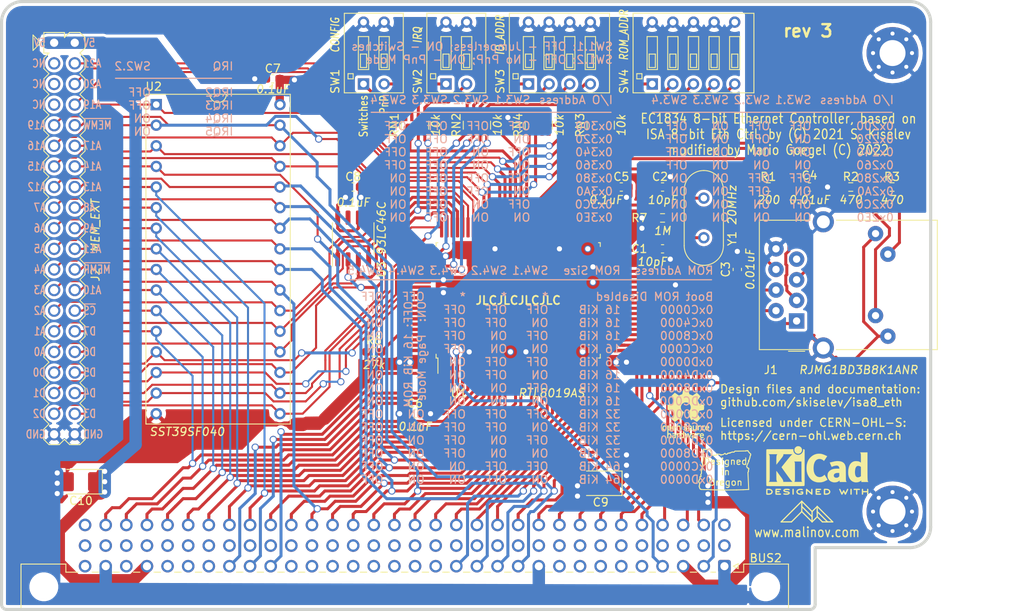
<source format=kicad_pcb>
(kicad_pcb (version 20171130) (host pcbnew "(5.1.12)-1")
  (title_block (title "EC1834 8-Bit Ethernet Controller") (date 2021-04-22) (rev 3.0) (company "Designed by Sergey Kiselev") (comment 1 "Modified by Mario Goegel") (comment 2 "Licensed under CERN-OHL-S: https://cern-ohl.web.cern.ch") (comment 3 "Documentation and design files: https://github.com/skiselev/isa8_eth") (comment 4 "ISA 8-Bit Ethernet Controller is an open source hardware project"))
  (layers (0 Front signal hide) (31 Back signal hide) (34 B.Paste user) (35 F.Paste user) (36 B.SilkS user) (37 F.SilkS user) (38 B.Mask user) (39 F.Mask user) (44 Edge.Cuts user))
  (net 0 "")
  (net 1 /A0)
  (net 2 /A1)
  (net 3 /A10)
  (net 4 /A11)
  (net 5 /A12)
  (net 6 /A13)
  (net 7 /A14)
  (net 8 /A15)
  (net 9 /A16)
  (net 10 /A17)
  (net 11 /A18)
  (net 12 /A19)
  (net 13 /A2)
  (net 14 /A3)
  (net 15 /A4)
  (net 16 /A5)
  (net 17 /A6)
  (net 18 /A7)
  (net 19 /A8)
  (net 20 /A9)
  (net 21 /AEN)
  (net 22 /D0)
  (net 23 /D1)
  (net 24 /D2)
  (net 25 /D3)
  (net 26 /D4)
  (net 27 /D5)
  (net 28 /D6)
  (net 29 /D7)
  (net 30 /~IOR)
  (net 31 /~IOW)
  (net 32 GND)
  (net 33 VCC)
  (net 34 /RSTDRV)
  (net 35 /IRQ9)
  (net 36 /~SMEMW)
  (net 37 /~SMEMR)
  (net 38 /IRQ5)
  (net 39 /IRQ4)
  (net 40 /IRQ3)
  (net 41 /IOCHRDY)
  (net 42 /~IOCS16)
  (net 43 "Net-(C1-Pad2)")
  (net 44 "Net-(C2-Pad2)")
  (net 45 "Net-(C3-Pad1)")
  (net 46 "Net-(C4-Pad1)")
  (net 47 /TP_RX-)
  (net 48 /TP_RX+)
  (net 49 /TP_TX-)
  (net 50 /TP_TX+)
  (net 51 /LED_LINK)
  (net 52 /JP)
  (net 53 /BA18)
  (net 54 /BA17)
  (net 55 /BA16)
  (net 56 /BD6)
  (net 57 /BD5)
  (net 58 /BD4)
  (net 59 /BD3)
  (net 60 /BD2)
  (net 61 /BD1)
  (net 62 /BD0)
  (net 63 "Net-(U1-Pad48)")
  (net 64 "Net-(U1-Pad49)")
  (net 65 "Net-(U1-Pad53)")
  (net 66 "Net-(U1-Pad54)")
  (net 67 "Net-(U1-Pad55)")
  (net 68 "Net-(U1-Pad56)")
  (net 69 "Net-(U1-Pad60)")
  (net 70 /BA15)
  (net 71 /BA14)
  (net 72 /~BCS)
  (net 73 /EECS)
  (net 74 /BD7)
  (net 75 "Net-(U3-Pad7)")
  (net 76 /BA19)
  (net 77 /BA20)
  (net 78 /BA21)
  (net 79 /LED_CRS)
  (net 80 "Net-(U1-Pad63)")
  (net 81 "Net-(U1-Pad87)")
  (net 82 "Net-(U1-Pad88)")
  (net 83 "Net-(U1-Pad90)")
  (net 84 "Net-(U1-Pad91)")
  (net 85 "Net-(U1-Pad92)")
  (net 86 "Net-(U1-Pad93)")
  (net 87 "Net-(U1-Pad94)")
  (net 88 "Net-(U1-Pad95)")
  (net 89 "Net-(U1-Pad97)")
  (net 90 "Net-(U1-Pad98)")
  (net 91 "Net-(U1-Pad99)")
  (net 92 "Net-(U1-Pad100)")
  (net 93 "Net-(RN1-Pad7)")
  (net 94 "Net-(RN1-Pad8)")
  (net 95 "Net-(RN1-Pad6)")
  (net 96 "Net-(RN1-Pad5)")
  (net 97 "Net-(RN2-Pad5)")
  (net 98 "Net-(RN2-Pad6)")
  (net 99 "Net-(RN2-Pad8)")
  (net 100 "Net-(RN2-Pad7)")
  (net 101 "Net-(RN3-Pad7)")
  (net 102 "Net-(RN3-Pad8)")
  (net 103 "Net-(RN3-Pad6)")
  (net 104 "Net-(RN3-Pad5)")
  (net 105 "Net-(J1-PadR7)")
  (net 106 "Net-(J1-PadL2)")
  (net 107 "Net-(J1-PadL3)")
  (net 108 "Net-(J2-Pad3)")
  (net 109 "Net-(J2-Pad5)")
  (net 110 "Net-(J2-Pad7)")
  (net 111 "Net-(RN4-Pad3)")
  (net 112 /AUI)
  (net 113 "Net-(RN4-Pad4)")
  (net 114 "Net-(RN4-Pad6)")
  (net 115 "Net-(RN4-Pad5)")
  (net 116 "Net-(RN4-Pad7)")
  (net 117 "Net-(BUS2-Padc32)")
  (net 118 "Net-(BUS2-Padc1)")
  (net 119 "Net-(BUS2-Pada32)")
  (net 120 "Net-(BUS2-Pada30)")
  (net 121 "Net-(BUS2-Pada28)")
  (net 122 "Net-(BUS2-Pada27)")
  (net 123 "Net-(BUS2-Pada26)")
  (net 124 "Net-(BUS2-Pada22)")
  (net 125 "Net-(BUS2-Pada21)")
  (net 126 "Net-(BUS2-Pada20)")
  (net 127 "Net-(BUS2-Pada19)")
  (net 128 "Net-(BUS2-Pada18)")
  (net 129 "Net-(BUS2-Pada17)")
  (net 130 "Net-(BUS2-Pada16)")
  (net 131 "Net-(BUS2-Pada15)")
  (net 132 "Net-(BUS2-Pada9)")
  (net 133 "Net-(BUS2-Pada8)")
  (net 134 "Net-(BUS2-Pada7)")
  (net 135 "Net-(BUS2-Pada6)")
  (net 136 "Net-(BUS2-Pada5)")
  (module Connector_DIN:DIN41612_C_3x32_Male_Horizontal_THT (layer Front) (at 180.34 129.286 180)
    (fp_text reference BUS2 (at -5.08 1) (layer F.SilkS))
    (fp_text value BUS_EC1834_8Bit)
    (pad c32 thru_hole circle (at 78.74 5.08 180) (size 1.55 1.55) (drill 1) (layers *.Cu *.Mask) (net 117 "Net-(BUS2-Padc32)"))
    (pad c31 thru_hole circle (at 76.2 5.08 180) (size 1.55 1.55) (drill 1) (layers *.Cu *.Mask) (net 1 /A0))
    (pad c30 thru_hole circle (at 73.66 5.08 180) (size 1.55 1.55) (drill 1) (layers *.Cu *.Mask) (net 2 /A1))
    (pad c29 thru_hole circle (at 71.12 5.08 180) (size 1.55 1.55) (drill 1) (layers *.Cu *.Mask) (net 13 /A2))
    (pad c28 thru_hole circle (at 68.58 5.08 180) (size 1.55 1.55) (drill 1) (layers *.Cu *.Mask) (net 14 /A3))
    (pad c27 thru_hole circle (at 66.04 5.08 180) (size 1.55 1.55) (drill 1) (layers *.Cu *.Mask) (net 15 /A4))
    (pad c26 thru_hole circle (at 63.5 5.08 180) (size 1.55 1.55) (drill 1) (layers *.Cu *.Mask) (net 16 /A5))
    (pad c25 thru_hole circle (at 60.96 5.08 180) (size 1.55 1.55) (drill 1) (layers *.Cu *.Mask) (net 17 /A6))
    (pad c24 thru_hole circle (at 58.42 5.08 180) (size 1.55 1.55) (drill 1) (layers *.Cu *.Mask) (net 18 /A7))
    (pad c23 thru_hole circle (at 55.88 5.08 180) (size 1.55 1.55) (drill 1) (layers *.Cu *.Mask) (net 19 /A8))
    (pad c22 thru_hole circle (at 53.34 5.08 180) (size 1.55 1.55) (drill 1) (layers *.Cu *.Mask) (net 20 /A9))
    (pad c21 thru_hole circle (at 50.8 5.08 180) (size 1.55 1.55) (drill 1) (layers *.Cu *.Mask) (net 3 /A10))
    (pad c20 thru_hole circle (at 48.26 5.08 180) (size 1.55 1.55) (drill 1) (layers *.Cu *.Mask) (net 4 /A11))
    (pad c19 thru_hole circle (at 45.72 5.08 180) (size 1.55 1.55) (drill 1) (layers *.Cu *.Mask) (net 5 /A12))
    (pad c18 thru_hole circle (at 43.18 5.08 180) (size 1.55 1.55) (drill 1) (layers *.Cu *.Mask) (net 6 /A13))
    (pad c17 thru_hole circle (at 40.64 5.08 180) (size 1.55 1.55) (drill 1) (layers *.Cu *.Mask) (net 7 /A14))
    (pad c16 thru_hole circle (at 38.1 5.08 180) (size 1.55 1.55) (drill 1) (layers *.Cu *.Mask) (net 8 /A15))
    (pad c15 thru_hole circle (at 35.56 5.08 180) (size 1.55 1.55) (drill 1) (layers *.Cu *.Mask) (net 9 /A16))
    (pad c14 thru_hole circle (at 33.02 5.08 180) (size 1.55 1.55) (drill 1) (layers *.Cu *.Mask) (net 10 /A17))
    (pad c13 thru_hole circle (at 30.48 5.08 180) (size 1.55 1.55) (drill 1) (layers *.Cu *.Mask) (net 11 /A18))
    (pad c12 thru_hole circle (at 27.94 5.08 180) (size 1.55 1.55) (drill 1) (layers *.Cu *.Mask) (net 12 /A19))
    (pad c11 thru_hole circle (at 25.4 5.08 180) (size 1.55 1.55) (drill 1) (layers *.Cu *.Mask) (net 21 /AEN))
    (pad c10 thru_hole circle (at 22.86 5.08 180) (size 1.55 1.55) (drill 1) (layers *.Cu *.Mask) (net 41 /IOCHRDY))
    (pad c9 thru_hole circle (at 20.32 5.08 180) (size 1.55 1.55) (drill 1) (layers *.Cu *.Mask) (net 22 /D0))
    (pad c8 thru_hole circle (at 17.78 5.08 180) (size 1.55 1.55) (drill 1) (layers *.Cu *.Mask) (net 23 /D1))
    (pad c7 thru_hole circle (at 15.24 5.08 180) (size 1.55 1.55) (drill 1) (layers *.Cu *.Mask) (net 24 /D2))
    (pad c6 thru_hole circle (at 12.7 5.08 180) (size 1.55 1.55) (drill 1) (layers *.Cu *.Mask) (net 25 /D3))
    (pad c5 thru_hole circle (at 10.16 5.08 180) (size 1.55 1.55) (drill 1) (layers *.Cu *.Mask) (net 26 /D4))
    (pad c4 thru_hole circle (at 7.62 5.08 180) (size 1.55 1.55) (drill 1) (layers *.Cu *.Mask) (net 27 /D5))
    (pad c3 thru_hole circle (at 5.08 5.08 180) (size 1.55 1.55) (drill 1) (layers *.Cu *.Mask) (net 28 /D6))
    (pad c2 thru_hole circle (at 2.54 5.08 180) (size 1.55 1.55) (drill 1) (layers *.Cu *.Mask) (net 29 /D7))
    (pad c1 thru_hole circle (at 0 5.08 180) (size 1.55 1.55) (drill 1) (layers *.Cu *.Mask) (net 118 "Net-(BUS2-Padc1)"))
    (pad b32 thru_hole circle (at 78.74 2.54 180) (size 1.55 1.55) (drill 1) (layers *.Cu *.Mask))
    (pad b31 thru_hole circle (at 76.2 2.54 180) (size 1.55 1.55) (drill 1) (layers *.Cu *.Mask))
    (pad b30 thru_hole circle (at 73.66 2.54 180) (size 1.55 1.55) (drill 1) (layers *.Cu *.Mask))
    (pad b29 thru_hole circle (at 71.12 2.54 180) (size 1.55 1.55) (drill 1) (layers *.Cu *.Mask))
    (pad b28 thru_hole circle (at 68.58 2.54 180) (size 1.55 1.55) (drill 1) (layers *.Cu *.Mask))
    (pad b27 thru_hole circle (at 66.04 2.54 180) (size 1.55 1.55) (drill 1) (layers *.Cu *.Mask))
    (pad b26 thru_hole circle (at 63.5 2.54 180) (size 1.55 1.55) (drill 1) (layers *.Cu *.Mask))
    (pad b25 thru_hole circle (at 60.96 2.54 180) (size 1.55 1.55) (drill 1) (layers *.Cu *.Mask))
    (pad b24 thru_hole circle (at 58.42 2.54 180) (size 1.55 1.55) (drill 1) (layers *.Cu *.Mask))
    (pad b23 thru_hole circle (at 55.88 2.54 180) (size 1.55 1.55) (drill 1) (layers *.Cu *.Mask))
    (pad b22 thru_hole circle (at 53.34 2.54 180) (size 1.55 1.55) (drill 1) (layers *.Cu *.Mask))
    (pad b21 thru_hole circle (at 50.8 2.54 180) (size 1.55 1.55) (drill 1) (layers *.Cu *.Mask))
    (pad b20 thru_hole circle (at 48.26 2.54 180) (size 1.55 1.55) (drill 1) (layers *.Cu *.Mask))
    (pad b19 thru_hole circle (at 45.72 2.54 180) (size 1.55 1.55) (drill 1) (layers *.Cu *.Mask))
    (pad b18 thru_hole circle (at 43.18 2.54 180) (size 1.55 1.55) (drill 1) (layers *.Cu *.Mask))
    (pad b17 thru_hole circle (at 40.64 2.54 180) (size 1.55 1.55) (drill 1) (layers *.Cu *.Mask))
    (pad b16 thru_hole circle (at 38.1 2.54 180) (size 1.55 1.55) (drill 1) (layers *.Cu *.Mask))
    (pad b15 thru_hole circle (at 35.56 2.54 180) (size 1.55 1.55) (drill 1) (layers *.Cu *.Mask))
    (pad b14 thru_hole circle (at 33.02 2.54 180) (size 1.55 1.55) (drill 1) (layers *.Cu *.Mask))
    (pad b13 thru_hole circle (at 30.48 2.54 180) (size 1.55 1.55) (drill 1) (layers *.Cu *.Mask))
    (pad b12 thru_hole circle (at 27.94 2.54 180) (size 1.55 1.55) (drill 1) (layers *.Cu *.Mask))
    (pad b11 thru_hole circle (at 25.4 2.54 180) (size 1.55 1.55) (drill 1) (layers *.Cu *.Mask))
    (pad b10 thru_hole circle (at 22.86 2.54 180) (size 1.55 1.55) (drill 1) (layers *.Cu *.Mask))
    (pad b9 thru_hole circle (at 20.32 2.54 180) (size 1.55 1.55) (drill 1) (layers *.Cu *.Mask))
    (pad b8 thru_hole circle (at 17.78 2.54 180) (size 1.55 1.55) (drill 1) (layers *.Cu *.Mask))
    (pad b7 thru_hole circle (at 15.24 2.54 180) (size 1.55 1.55) (drill 1) (layers *.Cu *.Mask))
    (pad b6 thru_hole circle (at 12.7 2.54 180) (size 1.55 1.55) (drill 1) (layers *.Cu *.Mask))
    (pad b5 thru_hole circle (at 10.16 2.54 180) (size 1.55 1.55) (drill 1) (layers *.Cu *.Mask))
    (pad b4 thru_hole circle (at 7.62 2.54 180) (size 1.55 1.55) (drill 1) (layers *.Cu *.Mask))
    (pad b3 thru_hole circle (at 5.08 2.54 180) (size 1.55 1.55) (drill 1) (layers *.Cu *.Mask))
    (pad b2 thru_hole circle (at 2.54 2.54 180) (size 1.55 1.55) (drill 1) (layers *.Cu *.Mask))
    (pad b1 thru_hole circle (at 0 2.54 180) (size 1.55 1.55) (drill 1) (layers *.Cu *.Mask))
    (pad a32 thru_hole circle (at 78.74 0 180) (size 1.55 1.55) (drill 1) (layers *.Cu *.Mask) (net 119 "Net-(BUS2-Pada32)"))
    (pad a31 thru_hole circle (at 76.2 0 180) (size 1.55 1.55) (drill 1) (layers *.Cu *.Mask) (net 32 GND))
    (pad a30 thru_hole circle (at 73.66 0 180) (size 1.55 1.55) (drill 1) (layers *.Cu *.Mask) (net 120 "Net-(BUS2-Pada30)"))
    (pad a29 thru_hole circle (at 71.12 0 180) (size 1.55 1.55) (drill 1) (layers *.Cu *.Mask) (net 33 VCC))
    (pad a28 thru_hole circle (at 68.58 0 180) (size 1.55 1.55) (drill 1) (layers *.Cu *.Mask) (net 121 "Net-(BUS2-Pada28)"))
    (pad a27 thru_hole circle (at 66.04 0 180) (size 1.55 1.55) (drill 1) (layers *.Cu *.Mask) (net 122 "Net-(BUS2-Pada27)"))
    (pad a26 thru_hole circle (at 63.5 0 180) (size 1.55 1.55) (drill 1) (layers *.Cu *.Mask) (net 123 "Net-(BUS2-Pada26)"))
    (pad a25 thru_hole circle (at 60.96 0 180) (size 1.55 1.55) (drill 1) (layers *.Cu *.Mask) (net 40 /IRQ3))
    (pad a24 thru_hole circle (at 58.42 0 180) (size 1.55 1.55) (drill 1) (layers *.Cu *.Mask) (net 39 /IRQ4))
    (pad a23 thru_hole circle (at 55.88 0 180) (size 1.55 1.55) (drill 1) (layers *.Cu *.Mask) (net 38 /IRQ5))
    (pad a22 thru_hole circle (at 53.34 0 180) (size 1.55 1.55) (drill 1) (layers *.Cu *.Mask) (net 124 "Net-(BUS2-Pada22)"))
    (pad a21 thru_hole circle (at 50.8 0 180) (size 1.55 1.55) (drill 1) (layers *.Cu *.Mask) (net 125 "Net-(BUS2-Pada21)"))
    (pad a20 thru_hole circle (at 48.26 0 180) (size 1.55 1.55) (drill 1) (layers *.Cu *.Mask) (net 126 "Net-(BUS2-Pada20)"))
    (pad a19 thru_hole circle (at 45.72 0 180) (size 1.55 1.55) (drill 1) (layers *.Cu *.Mask) (net 127 "Net-(BUS2-Pada19)"))
    (pad a18 thru_hole circle (at 43.18 0 180) (size 1.55 1.55) (drill 1) (layers *.Cu *.Mask) (net 128 "Net-(BUS2-Pada18)"))
    (pad a17 thru_hole circle (at 40.64 0 180) (size 1.55 1.55) (drill 1) (layers *.Cu *.Mask) (net 129 "Net-(BUS2-Pada17)"))
    (pad a16 thru_hole circle (at 38.1 0 180) (size 1.55 1.55) (drill 1) (layers *.Cu *.Mask) (net 130 "Net-(BUS2-Pada16)"))
    (pad a15 thru_hole circle (at 35.56 0 180) (size 1.55 1.55) (drill 1) (layers *.Cu *.Mask) (net 131 "Net-(BUS2-Pada15)"))
    (pad a14 thru_hole circle (at 33.02 0 180) (size 1.55 1.55) (drill 1) (layers *.Cu *.Mask) (net 30 /~IOR))
    (pad a13 thru_hole circle (at 30.48 0 180) (size 1.55 1.55) (drill 1) (layers *.Cu *.Mask) (net 31 /~IOW))
    (pad a12 thru_hole circle (at 27.94 0 180) (size 1.55 1.55) (drill 1) (layers *.Cu *.Mask) (net 37 /~SMEMR))
    (pad a11 thru_hole circle (at 25.4 0 180) (size 1.55 1.55) (drill 1) (layers *.Cu *.Mask) (net 36 /~SMEMW))
    (pad a10 thru_hole circle (at 22.86 0 180) (size 1.55 1.55) (drill 1) (layers *.Cu *.Mask) (net 32 GND))
    (pad a9 thru_hole circle (at 20.32 0 180) (size 1.55 1.55) (drill 1) (layers *.Cu *.Mask) (net 132 "Net-(BUS2-Pada9)"))
    (pad a8 thru_hole circle (at 17.78 0 180) (size 1.55 1.55) (drill 1) (layers *.Cu *.Mask) (net 133 "Net-(BUS2-Pada8)"))
    (pad a7 thru_hole circle (at 15.24 0 180) (size 1.55 1.55) (drill 1) (layers *.Cu *.Mask) (net 134 "Net-(BUS2-Pada7)"))
    (pad a6 thru_hole circle (at 12.7 0 180) (size 1.55 1.55) (drill 1) (layers *.Cu *.Mask) (net 135 "Net-(BUS2-Pada6)"))
    (pad a5 thru_hole circle (at 10.16 0 180) (size 1.55 1.55) (drill 1) (layers *.Cu *.Mask) (net 136 "Net-(BUS2-Pada5)"))
    (pad a4 thru_hole circle (at 7.62 0 180) (size 1.55 1.55) (drill 1) (layers *.Cu *.Mask) (net 35 /IRQ9))
    (pad a3 thru_hole circle (at 5.08 0 180) (size 1.55 1.55) (drill 1) (layers *.Cu *.Mask) (net 33 VCC))
    (pad a2 thru_hole circle (at 2.54 0 180) (size 1.55 1.55) (drill 1) (layers *.Cu *.Mask) (net 34 /RSTDRV))
    (pad a1 thru_hole roundrect (at 0 0 180) (size 1.55 1.55) (drill 1) (layers *.Cu *.Mask) (roundrect_rratio 0.16129) (net 32 GND))
    (pad "" np_thru_hole circle (at 83.82 -2.54 180) (size 2.85 2.85) (drill 2.85) (layers *.Cu *.Mask))
    (pad "" np_thru_hole circle (at -5.08 -2.54 180) (size 2.85 2.85) (drill 2.85) (layers *.Cu *.Mask))
  )
  (module My_Components:Conn_Pin_Header_20x2_2.54mm (layer Front) (at 99.06 88.9 270)
    (fp_text reference J2 (at 4.445 -3.81 90) (layer F.SilkS))
    (fp_text value MEM_EXT (at -1.5875 -3.81 90) (layer F.SilkS) (effects (font (thickness 0.15) italic)))
    (pad 40 thru_hole circle (at 24.13 -1.27 270) (size 1.524 1.524) (drill 1.016) (layers *.Cu *.Mask) (net 32 GND))
    (pad 39 thru_hole circle (at 24.13 1.27 270) (size 1.524 1.524) (drill 1.016) (layers *.Cu *.Mask) (net 32 GND))
    (pad 38 thru_hole circle (at 21.59 -1.27 270) (size 1.524 1.524) (drill 1.016) (layers *.Cu *.Mask) (net 59 /BD3))
    (pad 37 thru_hole circle (at 21.59 1.27 270) (size 1.524 1.524) (drill 1.016) (layers *.Cu *.Mask) (net 60 /BD2))
    (pad 36 thru_hole circle (at 19.05 -1.27 270) (size 1.524 1.524) (drill 1.016) (layers *.Cu *.Mask) (net 58 /BD4))
    (pad 35 thru_hole circle (at 19.05 1.27 270) (size 1.524 1.524) (drill 1.016) (layers *.Cu *.Mask) (net 61 /BD1))
    (pad 34 thru_hole circle (at 16.51 -1.27 270) (size 1.524 1.524) (drill 1.016) (layers *.Cu *.Mask) (net 57 /BD5))
    (pad 33 thru_hole circle (at 16.51 1.27 270) (size 1.524 1.524) (drill 1.016) (layers *.Cu *.Mask) (net 62 /BD0))
    (pad 32 thru_hole circle (at 13.97 -1.27 270) (size 1.524 1.524) (drill 1.016) (layers *.Cu *.Mask) (net 56 /BD6))
    (pad 31 thru_hole circle (at 13.97 1.27 270) (size 1.524 1.524) (drill 1.016) (layers *.Cu *.Mask) (net 1 /A0))
    (pad 29 thru_hole circle (at 11.43 1.27 270) (size 1.524 1.524) (drill 1.016) (layers *.Cu *.Mask) (net 2 /A1))
    (pad 30 thru_hole circle (at 11.43 -1.27 270) (size 1.524 1.524) (drill 1.016) (layers *.Cu *.Mask) (net 74 /BD7))
    (pad 27 thru_hole circle (at 8.89 1.27 270) (size 1.524 1.524) (drill 1.016) (layers *.Cu *.Mask) (net 13 /A2))
    (pad 28 thru_hole circle (at 8.89 -1.27 270) (size 1.524 1.524) (drill 1.016) (layers *.Cu *.Mask) (net 72 /~BCS))
    (pad 26 thru_hole circle (at 6.35 -1.27 270) (size 1.524 1.524) (drill 1.016) (layers *.Cu *.Mask) (net 3 /A10))
    (pad 25 thru_hole circle (at 6.35 1.27 270) (size 1.524 1.524) (drill 1.016) (layers *.Cu *.Mask) (net 14 /A3))
    (pad 24 thru_hole circle (at 3.81 -1.27 270) (size 1.524 1.524) (drill 1.016) (layers *.Cu *.Mask) (net 37 /~SMEMR))
    (pad 23 thru_hole circle (at 3.81 1.27 270) (size 1.524 1.524) (drill 1.016) (layers *.Cu *.Mask) (net 15 /A4))
    (pad 22 thru_hole circle (at 1.27 -1.27 270) (size 1.524 1.524) (drill 1.016) (layers *.Cu *.Mask) (net 4 /A11))
    (pad 21 thru_hole circle (at 1.27 1.27 270) (size 1.524 1.524) (drill 1.016) (layers *.Cu *.Mask) (net 16 /A5))
    (pad 20 thru_hole circle (at -1.27 -1.27 270) (size 1.524 1.524) (drill 1.016) (layers *.Cu *.Mask) (net 20 /A9))
    (pad 19 thru_hole circle (at -1.27 1.27 270) (size 1.524 1.524) (drill 1.016) (layers *.Cu *.Mask) (net 17 /A6))
    (pad 18 thru_hole circle (at -3.81 -1.27 270) (size 1.524 1.524) (drill 1.016) (layers *.Cu *.Mask) (net 19 /A8))
    (pad 17 thru_hole circle (at -3.81 1.27 270) (size 1.524 1.524) (drill 1.016) (layers *.Cu *.Mask) (net 18 /A7))
    (pad 16 thru_hole circle (at -6.35 -1.27 270) (size 1.524 1.524) (drill 1.016) (layers *.Cu *.Mask) (net 6 /A13))
    (pad 15 thru_hole circle (at -6.35 1.27 270) (size 1.524 1.524) (drill 1.016) (layers *.Cu *.Mask) (net 5 /A12))
    (pad 14 thru_hole circle (at -8.89 -1.27 270) (size 1.524 1.524) (drill 1.016) (layers *.Cu *.Mask) (net 71 /BA14))
    (pad 13 thru_hole circle (at -8.89 1.27 270) (size 1.524 1.524) (drill 1.016) (layers *.Cu *.Mask) (net 70 /BA15))
    (pad 12 thru_hole circle (at -11.43 -1.27 270) (size 1.524 1.524) (drill 1.016) (layers *.Cu *.Mask) (net 54 /BA17))
    (pad 11 thru_hole circle (at -11.43 1.27 270) (size 1.524 1.524) (drill 1.016) (layers *.Cu *.Mask) (net 55 /BA16))
    (pad 10 thru_hole circle (at -13.97 -1.27 270) (size 1.524 1.524) (drill 1.016) (layers *.Cu *.Mask) (net 36 /~SMEMW))
    (pad 9 thru_hole circle (at -13.97 1.27 270) (size 1.524 1.524) (drill 1.016) (layers *.Cu *.Mask) (net 53 /BA18))
    (pad 8 thru_hole circle (at -16.51 -1.27 270) (size 1.524 1.524) (drill 1.016) (layers *.Cu *.Mask) (net 76 /BA19))
    (pad 7 thru_hole circle (at -16.51 1.27 270) (size 1.524 1.524) (drill 1.016) (layers *.Cu *.Mask) (net 110 "Net-(J2-Pad7)"))
    (pad 6 thru_hole circle (at -19.05 -1.27 270) (size 1.524 1.524) (drill 1.016) (layers *.Cu *.Mask) (net 77 /BA20))
    (pad 5 thru_hole circle (at -19.05 1.27 270) (size 1.524 1.524) (drill 1.016) (layers *.Cu *.Mask) (net 109 "Net-(J2-Pad5)"))
    (pad 4 thru_hole circle (at -21.59 -1.27 270) (size 1.524 1.524) (drill 1.016) (layers *.Cu *.Mask) (net 78 /BA21))
    (pad 3 thru_hole circle (at -21.59 1.27 270) (size 1.524 1.524) (drill 1.016) (layers *.Cu *.Mask) (net 108 "Net-(J2-Pad3)"))
    (pad 2 thru_hole circle (at -24.13 -1.27 270) (size 1.524 1.524) (drill 1.016) (layers *.Cu *.Mask) (net 33 VCC))
    (pad 1 thru_hole rect (at -24.13 1.27 270) (size 1.524 1.524) (drill 1.016) (layers *.Cu *.Mask) (net 33 VCC))
  )
  (module My_Components:Switch_DIP_5_Positions (layer Front) (at 176.53 66.04)
    (fp_text reference SW4 (at -8.5725 3.4925 90) (layer F.SilkS))
    (fp_text value ROM_ADDR (at -8.5725 -2.2225 90) (layer F.SilkS) (effects (font (size 1 0.8) (thickness 0.15) italic)))
    (pad 10 thru_hole circle (at -5.08 -3.81) (size 1.397 1.397) (drill 0.8128) (layers *.Cu *.Mask) (net 33 VCC))
    (pad 9 thru_hole circle (at -2.54 -3.81) (size 1.397 1.397) (drill 0.8128) (layers *.Cu *.Mask) (net 33 VCC))
    (pad 8 thru_hole circle (at 0 -3.81) (size 1.397 1.397) (drill 0.8128) (layers *.Cu *.Mask) (net 33 VCC))
    (pad 7 thru_hole circle (at 2.54 -3.81) (size 1.397 1.397) (drill 0.8128) (layers *.Cu *.Mask) (net 33 VCC))
    (pad 6 thru_hole circle (at 5.08 -3.81) (size 1.397 1.397) (drill 0.8128) (layers *.Cu *.Mask) (net 33 VCC))
    (pad 5 thru_hole circle (at 5.08 3.81) (size 1.397 1.397) (drill 0.8128) (layers *.Cu *.Mask) (net 116 "Net-(RN4-Pad7)"))
    (pad 4 thru_hole circle (at 2.54 3.81) (size 1.397 1.397) (drill 0.8128) (layers *.Cu *.Mask) (net 104 "Net-(RN3-Pad5)"))
    (pad 3 thru_hole circle (at 0 3.81) (size 1.397 1.397) (drill 0.8128) (layers *.Cu *.Mask) (net 103 "Net-(RN3-Pad6)"))
    (pad 2 thru_hole circle (at -2.54 3.81) (size 1.397 1.397) (drill 0.8128) (layers *.Cu *.Mask) (net 101 "Net-(RN3-Pad7)"))
    (pad 1 thru_hole rect (at -5.08 3.81) (size 1.397 1.397) (drill 0.8128) (layers *.Cu *.Mask) (net 102 "Net-(RN3-Pad8)"))
  )
  (module My_Components:Switch_DIP_4_Positions (layer Front) (at 160.02 66.04)
    (fp_text reference SW3 (at -7.3025 3.4925 90) (layer F.SilkS))
    (fp_text value IO_ADDR (at -7.3025 -2.2225 90) (layer F.SilkS) (effects (font (size 1 0.8) (thickness 0.15) italic)))
    (pad 8 thru_hole circle (at -3.81 -3.81) (size 1.397 1.397) (drill 0.8128) (layers *.Cu *.Mask) (net 33 VCC))
    (pad 7 thru_hole circle (at -1.27 -3.81) (size 1.397 1.397) (drill 0.8128) (layers *.Cu *.Mask) (net 33 VCC))
    (pad 6 thru_hole circle (at 1.27 -3.81) (size 1.397 1.397) (drill 0.8128) (layers *.Cu *.Mask) (net 33 VCC))
    (pad 5 thru_hole circle (at 3.81 -3.81) (size 1.397 1.397) (drill 0.8128) (layers *.Cu *.Mask) (net 33 VCC))
    (pad 4 thru_hole circle (at 3.81 3.81) (size 1.397 1.397) (drill 0.8128) (layers *.Cu *.Mask) (net 97 "Net-(RN2-Pad5)"))
    (pad 3 thru_hole circle (at 1.27 3.81) (size 1.397 1.397) (drill 0.8128) (layers *.Cu *.Mask) (net 98 "Net-(RN2-Pad6)"))
    (pad 2 thru_hole circle (at -1.27 3.81) (size 1.397 1.397) (drill 0.8128) (layers *.Cu *.Mask) (net 100 "Net-(RN2-Pad7)"))
    (pad 1 thru_hole rect (at -3.81 3.81) (size 1.397 1.397) (drill 0.8128) (layers *.Cu *.Mask) (net 99 "Net-(RN2-Pad8)"))
  )
  (module My_Components:Switch_DIP_2_Positions (layer Front) (at 147.32 66.04)
    (fp_text reference SW2 (at -4.7625 3.4925 90) (layer F.SilkS))
    (fp_text value IRQ (at -4.7625 -2.2225 90) (layer F.SilkS) (effects (font (size 1 0.8) (thickness 0.15) italic)))
    (pad 4 thru_hole circle (at -1.27 -3.81) (size 1.397 1.397) (drill 0.8128) (layers *.Cu *.Mask) (net 33 VCC))
    (pad 3 thru_hole circle (at 1.27 -3.81) (size 1.397 1.397) (drill 0.8128) (layers *.Cu *.Mask) (net 33 VCC))
    (pad 2 thru_hole circle (at 1.27 3.81) (size 1.397 1.397) (drill 0.8128) (layers *.Cu *.Mask) (net 96 "Net-(RN1-Pad5)"))
    (pad 1 thru_hole rect (at -1.27 3.81) (size 1.397 1.397) (drill 0.8128) (layers *.Cu *.Mask) (net 95 "Net-(RN1-Pad6)"))
  )
  (module My_Components:Switch_DIP_2_Positions (layer Front) (at 137.16 66.04)
    (fp_text reference SW1 (at -4.7625 3.4925 90) (layer F.SilkS))
    (fp_text value CONFIG (at -4.7625 -2.2225 90) (layer F.SilkS) (effects (font (size 1 0.8) (thickness 0.15) italic)))
    (pad 4 thru_hole circle (at -1.27 -3.81) (size 1.397 1.397) (drill 0.8128) (layers *.Cu *.Mask) (net 33 VCC))
    (pad 3 thru_hole circle (at 1.27 -3.81) (size 1.397 1.397) (drill 0.8128) (layers *.Cu *.Mask) (net 33 VCC))
    (pad 2 thru_hole circle (at 1.27 3.81) (size 1.397 1.397) (drill 0.8128) (layers *.Cu *.Mask) (net 93 "Net-(RN1-Pad7)"))
    (pad 1 thru_hole rect (at -1.27 3.81) (size 1.397 1.397) (drill 0.8128) (layers *.Cu *.Mask) (net 94 "Net-(RN1-Pad8)"))
  )
  (module My_Components:Crystal_HC-49U_Vert (layer Front) (at 177.8 86.36 90)
    (fp_text reference Y1 (at -2.54 3.4925 90) (layer F.SilkS))
    (fp_text value 20MHz (at 1.5875 3.4925 90) (layer F.SilkS) (effects (font (thickness 0.15) italic)))
    (pad 2 thru_hole circle (at 2.44094 0 90) (size 1.397 1.397) (drill 0.8128) (layers *.Cu *.Mask) (net 44 "Net-(C2-Pad2)"))
    (pad 1 thru_hole circle (at -2.44094 0 90) (size 1.397 1.397) (drill 0.8128) (layers *.Cu *.Mask) (net 43 "Net-(C1-Pad2)"))
  )
  (module My_Components:Socket_DIP32_600 (layer Front) (at 117.983 91.44 270)
    (fp_text reference U2 (at -21.2725 7.9375 180) (layer F.SilkS))
    (fp_text value SST39SF040 (at 21.2725 3.81 180) (layer F.SilkS) (effects (font (thickness 0.15) italic)))
    (pad 1 thru_hole rect (at -19.05 7.62 270) (size 1.397 1.397) (drill 0.8128) (layers *.Cu *.Mask) (net 53 /BA18))
    (pad 2 thru_hole circle (at -16.51 7.62 270) (size 1.397 1.397) (drill 0.8128) (layers *.Cu *.Mask) (net 55 /BA16))
    (pad 3 thru_hole circle (at -13.97 7.62 270) (size 1.397 1.397) (drill 0.8128) (layers *.Cu *.Mask) (net 70 /BA15))
    (pad 4 thru_hole circle (at -11.43 7.62 270) (size 1.397 1.397) (drill 0.8128) (layers *.Cu *.Mask) (net 5 /A12))
    (pad 5 thru_hole circle (at -8.89 7.62 270) (size 1.397 1.397) (drill 0.8128) (layers *.Cu *.Mask) (net 18 /A7))
    (pad 6 thru_hole circle (at -6.35 7.62 270) (size 1.397 1.397) (drill 0.8128) (layers *.Cu *.Mask) (net 17 /A6))
    (pad 7 thru_hole circle (at -3.81 7.62 270) (size 1.397 1.397) (drill 0.8128) (layers *.Cu *.Mask) (net 16 /A5))
    (pad 8 thru_hole circle (at -1.27 7.62 270) (size 1.397 1.397) (drill 0.8128) (layers *.Cu *.Mask) (net 15 /A4))
    (pad 9 thru_hole circle (at 1.27 7.62 270) (size 1.397 1.397) (drill 0.8128) (layers *.Cu *.Mask) (net 14 /A3))
    (pad 10 thru_hole circle (at 3.81 7.62 270) (size 1.397 1.397) (drill 0.8128) (layers *.Cu *.Mask) (net 13 /A2))
    (pad 11 thru_hole circle (at 6.35 7.62 270) (size 1.397 1.397) (drill 0.8128) (layers *.Cu *.Mask) (net 2 /A1))
    (pad 12 thru_hole circle (at 8.89 7.62 270) (size 1.397 1.397) (drill 0.8128) (layers *.Cu *.Mask) (net 1 /A0))
    (pad 13 thru_hole circle (at 11.43 7.62 270) (size 1.397 1.397) (drill 0.8128) (layers *.Cu *.Mask) (net 62 /BD0))
    (pad 14 thru_hole circle (at 13.97 7.62 270) (size 1.397 1.397) (drill 0.8128) (layers *.Cu *.Mask) (net 61 /BD1))
    (pad 15 thru_hole circle (at 16.51 7.62 270) (size 1.397 1.397) (drill 0.8128) (layers *.Cu *.Mask) (net 60 /BD2))
    (pad 16 thru_hole circle (at 19.05 7.62 270) (size 1.397 1.397) (drill 0.8128) (layers *.Cu *.Mask) (net 32 GND))
    (pad 17 thru_hole circle (at 19.05 -7.62 270) (size 1.397 1.397) (drill 0.8128) (layers *.Cu *.Mask) (net 59 /BD3))
    (pad 18 thru_hole circle (at 16.51 -7.62 270) (size 1.397 1.397) (drill 0.8128) (layers *.Cu *.Mask) (net 58 /BD4))
    (pad 19 thru_hole circle (at 13.97 -7.62 270) (size 1.397 1.397) (drill 0.8128) (layers *.Cu *.Mask) (net 57 /BD5))
    (pad 20 thru_hole circle (at 11.43 -7.62 270) (size 1.397 1.397) (drill 0.8128) (layers *.Cu *.Mask) (net 56 /BD6))
    (pad 21 thru_hole circle (at 8.89 -7.62 270) (size 1.397 1.397) (drill 0.8128) (layers *.Cu *.Mask) (net 74 /BD7))
    (pad 22 thru_hole circle (at 6.35 -7.62 270) (size 1.397 1.397) (drill 0.8128) (layers *.Cu *.Mask) (net 72 /~BCS))
    (pad 23 thru_hole circle (at 3.81 -7.62 270) (size 1.397 1.397) (drill 0.8128) (layers *.Cu *.Mask) (net 3 /A10))
    (pad 24 thru_hole circle (at 1.27 -7.62 270) (size 1.397 1.397) (drill 0.8128) (layers *.Cu *.Mask) (net 37 /~SMEMR))
    (pad 25 thru_hole circle (at -1.27 -7.62 270) (size 1.397 1.397) (drill 0.8128) (layers *.Cu *.Mask) (net 4 /A11))
    (pad 26 thru_hole circle (at -3.81 -7.62 270) (size 1.397 1.397) (drill 0.8128) (layers *.Cu *.Mask) (net 20 /A9))
    (pad 27 thru_hole circle (at -6.35 -7.62 270) (size 1.397 1.397) (drill 0.8128) (layers *.Cu *.Mask) (net 19 /A8))
    (pad 28 thru_hole circle (at -8.89 -7.62 270) (size 1.397 1.397) (drill 0.8128) (layers *.Cu *.Mask) (net 6 /A13))
    (pad 29 thru_hole circle (at -11.43 -7.62 270) (size 1.397 1.397) (drill 0.8128) (layers *.Cu *.Mask) (net 71 /BA14))
    (pad 30 thru_hole circle (at -13.97 -7.62 270) (size 1.397 1.397) (drill 0.8128) (layers *.Cu *.Mask) (net 54 /BA17))
    (pad 31 thru_hole circle (at -16.51 -7.62 270) (size 1.397 1.397) (drill 0.8128) (layers *.Cu *.Mask) (net 36 /~SMEMW))
    (pad 32 thru_hole circle (at -19.05 -7.62 270) (size 1.397 1.397) (drill 0.8128) (layers *.Cu *.Mask) (net 33 VCC))
  )
  (module Symbol:OSHW-Logo_5.7x6mm_SilkScreen (layer Front) (at 175.5775 110.49)
    (fp_text reference REF** hide)
    (fp_text value OSHW-Logo_5.7x6mm_SilkScreen hide)
  )
  (module Symbol:KiCad-Logo2_5mm_SilkScreen (layer Front) (at 191.77 117.475)
    (fp_text reference REF** hide)
    (fp_text value KiCad-Logo2_5mm_SilkScreen hide)
  )
  (module Resistor_SMD:R_Array_Convex_4x0603 (layer Front) (at 149.86 74.93 90)
    (fp_text reference RN2 (at 0 -2.54 90) (layer F.SilkS))
    (fp_text value 10k (at 0 2.54 90) (layer F.SilkS) (effects (font (thickness 0.15) italic)))
    (pad 5 smd rect (at 0.9 1.2 90) (size 0.8 0.5) (layers Front F.Paste F.Mask) (net 97 "Net-(RN2-Pad5)"))
    (pad 6 smd rect (at 0.9 0.4 90) (size 0.8 0.4) (layers Front F.Paste F.Mask) (net 98 "Net-(RN2-Pad6)"))
    (pad 8 smd rect (at 0.9 -1.2 90) (size 0.8 0.5) (layers Front F.Paste F.Mask) (net 99 "Net-(RN2-Pad8)"))
    (pad 7 smd rect (at 0.9 -0.4 90) (size 0.8 0.4) (layers Front F.Paste F.Mask) (net 100 "Net-(RN2-Pad7)"))
    (pad 4 smd rect (at -0.9 1.2 90) (size 0.8 0.5) (layers Front F.Paste F.Mask) (net 62 /BD0))
    (pad 2 smd rect (at -0.9 -0.4 90) (size 0.8 0.4) (layers Front F.Paste F.Mask) (net 60 /BD2))
    (pad 3 smd rect (at -0.9 0.4 90) (size 0.8 0.4) (layers Front F.Paste F.Mask) (net 61 /BD1))
    (pad 1 smd rect (at -0.9 -1.2 90) (size 0.8 0.5) (layers Front F.Paste F.Mask) (net 59 /BD3))
  )
  (module MountingHole:MountingHole_3.2mm_M3_Pad_Via (layer Front) (at 201.041 66.04)
    (fp_text reference HOLE1 hide)
    (fp_text value M3)
    (pad 1 thru_hole circle (at 0 0) (size 6.4 6.4) (drill 3.2) (layers *.Cu *.Mask) (net 32 GND))
    (pad 1 thru_hole circle (at 2.4 0) (size 0.8 0.8) (drill 0.5) (layers *.Cu *.Mask) (net 32 GND))
    (pad 1 thru_hole circle (at 1.697056 1.697056) (size 0.8 0.8) (drill 0.5) (layers *.Cu *.Mask) (net 32 GND))
    (pad 1 thru_hole circle (at 0 2.4) (size 0.8 0.8) (drill 0.5) (layers *.Cu *.Mask) (net 32 GND))
    (pad 1 thru_hole circle (at -1.697056 1.697056) (size 0.8 0.8) (drill 0.5) (layers *.Cu *.Mask) (net 32 GND))
    (pad 1 thru_hole circle (at -2.4 0) (size 0.8 0.8) (drill 0.5) (layers *.Cu *.Mask) (net 32 GND))
    (pad 1 thru_hole circle (at -1.697056 -1.697056) (size 0.8 0.8) (drill 0.5) (layers *.Cu *.Mask) (net 32 GND))
    (pad 1 thru_hole circle (at 0 -2.4) (size 0.8 0.8) (drill 0.5) (layers *.Cu *.Mask) (net 32 GND))
    (pad 1 thru_hole circle (at 1.697056 -1.697056) (size 0.8 0.8) (drill 0.5) (layers *.Cu *.Mask) (net 32 GND))
  )
  (module MountingHole:MountingHole_3.2mm_M3_Pad_Via (layer Front) (at 201.041 122.555)
    (fp_text reference HOLE2 hide)
    (fp_text value M3)
    (pad 1 thru_hole circle (at 1.697056 -1.697056) (size 0.8 0.8) (drill 0.5) (layers *.Cu *.Mask) (net 32 GND))
    (pad 1 thru_hole circle (at 0 -2.4) (size 0.8 0.8) (drill 0.5) (layers *.Cu *.Mask) (net 32 GND))
    (pad 1 thru_hole circle (at -1.697056 -1.697056) (size 0.8 0.8) (drill 0.5) (layers *.Cu *.Mask) (net 32 GND))
    (pad 1 thru_hole circle (at -2.4 0) (size 0.8 0.8) (drill 0.5) (layers *.Cu *.Mask) (net 32 GND))
    (pad 1 thru_hole circle (at -1.697056 1.697056) (size 0.8 0.8) (drill 0.5) (layers *.Cu *.Mask) (net 32 GND))
    (pad 1 thru_hole circle (at 0 2.4) (size 0.8 0.8) (drill 0.5) (layers *.Cu *.Mask) (net 32 GND))
    (pad 1 thru_hole circle (at 1.697056 1.697056) (size 0.8 0.8) (drill 0.5) (layers *.Cu *.Mask) (net 32 GND))
    (pad 1 thru_hole circle (at 2.4 0) (size 0.8 0.8) (drill 0.5) (layers *.Cu *.Mask) (net 32 GND))
    (pad 1 thru_hole circle (at 0 0) (size 6.4 6.4) (drill 3.2) (layers *.Cu *.Mask) (net 32 GND))
  )
  (module Package_SO:SO-8_3.9x4.9mm_P1.27mm (layer Front) (at 134.62 88.9 90)
    (fp_text reference U3 (at -3.81 3.4925 90) (layer F.SilkS))
    (fp_text value 93LC46C (at 1.27 3.4925 90) (layer F.SilkS) (effects (font (thickness 0.15) italic)))
    (pad 1 smd roundrect (at -2.575 -1.905 90) (size 1.75 0.6) (layers Front F.Paste F.Mask) (net 73 /EECS))
    (pad 2 smd roundrect (at -2.575 -0.635 90) (size 1.75 0.6) (layers Front F.Paste F.Mask) (net 57 /BD5))
    (pad 3 smd roundrect (at -2.575 0.635 90) (size 1.75 0.6) (layers Front F.Paste F.Mask) (net 56 /BD6))
    (pad 4 smd roundrect (at -2.575 1.905 90) (size 1.75 0.6) (layers Front F.Paste F.Mask) (net 74 /BD7))
    (pad 5 smd roundrect (at 2.575 1.905 90) (size 1.75 0.6) (layers Front F.Paste F.Mask) (net 32 GND))
    (pad 6 smd roundrect (at 2.575 0.635 90) (size 1.75 0.6) (layers Front F.Paste F.Mask) (net 33 VCC))
    (pad 7 smd roundrect (at 2.575 -0.635 90) (size 1.75 0.6) (layers Front F.Paste F.Mask) (net 75 "Net-(U3-Pad7)"))
    (pad 8 smd roundrect (at 2.575 -1.905 90) (size 1.75 0.6) (layers Front F.Paste F.Mask) (net 33 VCC))
  )
  (module Capacitor_SMD:C_0603_1608Metric_Pad1.08x0.95mm_HandSolder (layer Front) (at 172.72 90.17 180)
    (fp_text reference C1 (at 2.8575 0) (layer F.SilkS))
    (fp_text value 10pF (at 1.27 -1.5875) (layer F.SilkS) (effects (font (thickness 0.15) italic)))
    (pad 2 smd roundrect (at 0.8625 0 180) (size 1.075 0.95) (layers Front F.Paste F.Mask) (net 43 "Net-(C1-Pad2)"))
    (pad 1 smd roundrect (at -0.8625 0 180) (size 1.075 0.95) (layers Front F.Paste F.Mask) (net 32 GND))
  )
  (module Capacitor_SMD:C_0603_1608Metric_Pad1.08x0.95mm_HandSolder (layer Front) (at 172.72 82.55 180)
    (fp_text reference C2 (at 0.3175 1.27) (layer F.SilkS))
    (fp_text value 10pF (at 0 -1.5875) (layer F.SilkS) (effects (font (thickness 0.15) italic)))
    (pad 1 smd roundrect (at -0.8625 0 180) (size 1.075 0.95) (layers Front F.Paste F.Mask) (net 32 GND))
    (pad 2 smd roundrect (at 0.8625 0 180) (size 1.075 0.95) (layers Front F.Paste F.Mask) (net 44 "Net-(C2-Pad2)"))
  )
  (module Capacitor_SMD:C_0603_1608Metric_Pad1.08x0.95mm_HandSolder (layer Front) (at 181.9275 92.71 90)
    (fp_text reference C3 (at 0 -1.43 90) (layer F.SilkS))
    (fp_text value 0.01uF (at 0 1.5875 90) (layer F.SilkS) (effects (font (thickness 0.15) italic)))
    (pad 1 smd roundrect (at -0.8625 0 90) (size 1.075 0.95) (layers Front F.Paste F.Mask) (net 45 "Net-(C3-Pad1)"))
    (pad 2 smd roundrect (at 0.8625 0 90) (size 1.075 0.95) (layers Front F.Paste F.Mask) (net 32 GND))
  )
  (module Capacitor_SMD:C_0603_1608Metric_Pad1.08x0.95mm_HandSolder (layer Front) (at 190.8175 82.55)
    (fp_text reference C4 (at 0 -1.43) (layer F.SilkS))
    (fp_text value 0.01uF (at 0 1.5875) (layer F.SilkS) (effects (font (thickness 0.15) italic)))
    (pad 2 smd roundrect (at 0.8625 0) (size 1.075 0.95) (layers Front F.Paste F.Mask) (net 32 GND))
    (pad 1 smd roundrect (at -0.8625 0) (size 1.075 0.95) (layers Front F.Paste F.Mask) (net 46 "Net-(C4-Pad1)"))
  )
  (module Capacitor_SMD:C_0603_1608Metric_Pad1.08x0.95mm_HandSolder (layer Front) (at 167.64 82.55 180)
    (fp_text reference C5 (at 0 1.27) (layer F.SilkS))
    (fp_text value 0.1uF (at 1.905 -1.5875) (layer F.SilkS) (effects (font (thickness 0.15) italic)))
    (pad 2 smd roundrect (at 0.8625 0 180) (size 1.075 0.95) (layers Front F.Paste F.Mask) (net 32 GND))
    (pad 1 smd roundrect (at -0.8625 0 180) (size 1.075 0.95) (layers Front F.Paste F.Mask) (net 33 VCC))
  )
  (module Capacitor_SMD:C_0603_1608Metric_Pad1.08x0.95mm_HandSolder (layer Front) (at 142.24 110.49 180)
    (fp_text reference C6 (at 0 1.27) (layer F.SilkS))
    (fp_text value 0.1uF (at 0 -1.5875) (layer F.SilkS) (effects (font (thickness 0.15) italic)))
    (pad 1 smd roundrect (at -0.8625 0 180) (size 1.075 0.95) (layers Front F.Paste F.Mask) (net 33 VCC))
    (pad 2 smd roundrect (at 0.8625 0 180) (size 1.075 0.95) (layers Front F.Paste F.Mask) (net 32 GND))
  )
  (module Capacitor_SMD:C_0603_1608Metric_Pad1.08x0.95mm_HandSolder (layer Front) (at 124.714 69.215 180)
    (fp_text reference C7 (at 0 1.27) (layer F.SilkS))
    (fp_text value 0.1uF (at 0 -1.27) (layer F.SilkS) (effects (font (thickness 0.15) italic)))
    (pad 2 smd roundrect (at 0.8625 0 180) (size 1.075 0.95) (layers Front F.Paste F.Mask) (net 32 GND))
    (pad 1 smd roundrect (at -0.8625 0 180) (size 1.075 0.95) (layers Front F.Paste F.Mask) (net 33 VCC))
  )
  (module Capacitor_SMD:C_0603_1608Metric_Pad1.08x0.95mm_HandSolder (layer Front) (at 134.62 82.55)
    (fp_text reference C8 (at 0 -1.27) (layer F.SilkS))
    (fp_text value 0.1uF (at 0 1.905) (layer F.SilkS) (effects (font (thickness 0.15) italic)))
    (pad 1 smd roundrect (at -0.8625 0) (size 1.075 0.95) (layers Front F.Paste F.Mask) (net 33 VCC))
    (pad 2 smd roundrect (at 0.8625 0) (size 1.075 0.95) (layers Front F.Paste F.Mask) (net 32 GND))
  )
  (module Resistor_SMD:R_0603_1608Metric_Pad0.98x0.95mm_HandSolder (layer Front) (at 185.7375 82.55 180)
    (fp_text reference R1 (at 0 1.27) (layer F.SilkS))
    (fp_text value 200 (at 0 -1.5875) (layer F.SilkS) (effects (font (thickness 0.15) italic)))
    (pad 2 smd roundrect (at 0.9125 0 180) (size 0.975 0.95) (layers Front F.Paste F.Mask) (net 47 /TP_RX-))
    (pad 1 smd roundrect (at -0.9125 0 180) (size 0.975 0.95) (layers Front F.Paste F.Mask) (net 48 /TP_RX+))
  )
  (module Resistor_SMD:R_0603_1608Metric_Pad0.98x0.95mm_HandSolder (layer Front) (at 195.8975 82.55 180)
    (fp_text reference R2 (at 0 1.27) (layer F.SilkS))
    (fp_text value 470 (at 0 -1.5875) (layer F.SilkS) (effects (font (thickness 0.15) italic)))
    (pad 1 smd roundrect (at -0.9125 0 180) (size 0.975 0.95) (layers Front F.Paste F.Mask) (net 107 "Net-(J1-PadL3)"))
    (pad 2 smd roundrect (at 0.9125 0 180) (size 0.975 0.95) (layers Front F.Paste F.Mask) (net 51 /LED_LINK))
  )
  (module Resistor_SMD:R_0603_1608Metric_Pad0.98x0.95mm_HandSolder (layer Front) (at 200.9775 82.55 180)
    (fp_text reference R3 (at 0 1.27) (layer F.SilkS))
    (fp_text value 470 (at 0 -1.5875) (layer F.SilkS) (effects (font (thickness 0.15) italic)))
    (pad 2 smd roundrect (at 0.9125 0 180) (size 0.975 0.95) (layers Front F.Paste F.Mask) (net 79 /LED_CRS))
    (pad 1 smd roundrect (at -0.9125 0 180) (size 0.975 0.95) (layers Front F.Paste F.Mask) (net 106 "Net-(J1-PadL2)"))
  )
  (module Resistor_SMD:R_0603_1608Metric_Pad0.98x0.95mm_HandSolder (layer Front) (at 137.16 102.87)
    (fp_text reference R6 (at 0 -1.43) (layer F.SilkS))
    (fp_text value 27k (at 0 1.5875) (layer F.SilkS) (effects (font (thickness 0.15) italic)))
    (pad 1 smd roundrect (at -0.9125 0) (size 0.975 0.95) (layers Front F.Paste F.Mask) (net 32 GND))
    (pad 2 smd roundrect (at 0.9125 0) (size 0.975 0.95) (layers Front F.Paste F.Mask) (net 42 /~IOCS16))
  )
  (module Resistor_SMD:R_0603_1608Metric_Pad0.98x0.95mm_HandSolder (layer Front) (at 172.72 86.36 180)
    (fp_text reference R7 (at 2.8575 0) (layer F.SilkS))
    (fp_text value 1M (at 0 -1.5875) (layer F.SilkS) (effects (font (thickness 0.15) italic)))
    (pad 2 smd roundrect (at 0.9125 0 180) (size 0.975 0.95) (layers Front F.Paste F.Mask) (net 44 "Net-(C2-Pad2)"))
    (pad 1 smd roundrect (at -0.9125 0 180) (size 0.975 0.95) (layers Front F.Paste F.Mask) (net 43 "Net-(C1-Pad2)"))
  )
  (module Resistor_SMD:R_Array_Convex_4x0603 (layer Front) (at 142.24 74.93 90)
    (fp_text reference RN1 (at 0 -2.54 270) (layer F.SilkS))
    (fp_text value 10k (at 0 2.54 90) (layer F.SilkS) (effects (font (thickness 0.15) italic)))
    (pad 1 smd rect (at -0.9 -1.2 90) (size 0.8 0.5) (layers Front F.Paste F.Mask) (net 52 /JP))
    (pad 3 smd rect (at -0.9 0.4 90) (size 0.8 0.4) (layers Front F.Paste F.Mask) (net 56 /BD6))
    (pad 2 smd rect (at -0.9 -0.4 90) (size 0.8 0.4) (layers Front F.Paste F.Mask) (net 78 /BA21))
    (pad 4 smd rect (at -0.9 1.2 90) (size 0.8 0.5) (layers Front F.Paste F.Mask) (net 57 /BD5))
    (pad 7 smd rect (at 0.9 -0.4 90) (size 0.8 0.4) (layers Front F.Paste F.Mask) (net 93 "Net-(RN1-Pad7)"))
    (pad 8 smd rect (at 0.9 -1.2 90) (size 0.8 0.5) (layers Front F.Paste F.Mask) (net 94 "Net-(RN1-Pad8)"))
    (pad 6 smd rect (at 0.9 0.4 90) (size 0.8 0.4) (layers Front F.Paste F.Mask) (net 95 "Net-(RN1-Pad6)"))
    (pad 5 smd rect (at 0.9 1.2 90) (size 0.8 0.5) (layers Front F.Paste F.Mask) (net 96 "Net-(RN1-Pad5)"))
  )
  (module Resistor_SMD:R_Array_Convex_4x0603 (layer Front) (at 165.1 74.93 90)
    (fp_text reference RN3 (at 0 -2.54 90) (layer F.SilkS))
    (fp_text value 10k (at 0 2.54 90) (layer F.SilkS) (effects (font (thickness 0.15) italic)))
    (pad 1 smd rect (at -0.9 -1.2 90) (size 0.8 0.5) (layers Front F.Paste F.Mask) (net 77 /BA20))
    (pad 3 smd rect (at -0.9 0.4 90) (size 0.8 0.4) (layers Front F.Paste F.Mask) (net 53 /BA18))
    (pad 2 smd rect (at -0.9 -0.4 90) (size 0.8 0.4) (layers Front F.Paste F.Mask) (net 76 /BA19))
    (pad 4 smd rect (at -0.9 1.2 90) (size 0.8 0.5) (layers Front F.Paste F.Mask) (net 54 /BA17))
    (pad 7 smd rect (at 0.9 -0.4 90) (size 0.8 0.4) (layers Front F.Paste F.Mask) (net 101 "Net-(RN3-Pad7)"))
    (pad 8 smd rect (at 0.9 -1.2 90) (size 0.8 0.5) (layers Front F.Paste F.Mask) (net 102 "Net-(RN3-Pad8)"))
    (pad 6 smd rect (at 0.9 0.4 90) (size 0.8 0.4) (layers Front F.Paste F.Mask) (net 103 "Net-(RN3-Pad6)"))
    (pad 5 smd rect (at 0.9 1.2 90) (size 0.8 0.5) (layers Front F.Paste F.Mask) (net 104 "Net-(RN3-Pad5)"))
  )
  (module My_Components:IC_PQFP-100_14x20mm_P0.65mm_Hand_Soldering (layer Front) (at 154.94 96.52 90)
    (fp_text reference U1 (at -11.43 -7.3025 180) (layer F.SilkS))
    (fp_text value RTL8019AS (at -11.43 4.1275 180) (layer F.SilkS) (effects (font (thickness 0.15) italic)))
    (pad 1 smd roundrect (at -9 -9.425 90) (size 2.5 0.4) (layers Front F.Paste F.Mask) (net 38 /IRQ5))
    (pad 2 smd roundrect (at -9 -8.775 90) (size 2.5 0.4) (layers Front F.Paste F.Mask) (net 39 /IRQ4))
    (pad 3 smd roundrect (at -9 -8.125 90) (size 2.5 0.4) (layers Front F.Paste F.Mask) (net 40 /IRQ3))
    (pad 4 smd roundrect (at -9 -7.475 90) (size 2.5 0.4) (layers Front F.Paste F.Mask) (net 35 /IRQ9))
    (pad 5 smd roundrect (at -9 -6.85 90) (size 2.5 0.4) (layers Front F.Paste F.Mask) (net 1 /A0))
    (pad 6 smd roundrect (at -9 -6.2 90) (size 2.5 0.4) (layers Front F.Paste F.Mask) (net 33 VCC))
    (pad 7 smd roundrect (at -9 -5.55 90) (size 2.5 0.4) (layers Front F.Paste F.Mask) (net 2 /A1))
    (pad 8 smd roundrect (at -9 -4.9 90) (size 2.5 0.4) (layers Front F.Paste F.Mask) (net 13 /A2))
    (pad 9 smd roundrect (at -9 -4.25 90) (size 2.5 0.4) (layers Front F.Paste F.Mask) (net 14 /A3))
    (pad 10 smd roundrect (at -9 -3.6 90) (size 2.5 0.4) (layers Front F.Paste F.Mask) (net 15 /A4))
    (pad 11 smd roundrect (at -9 -2.95 90) (size 2.5 0.4) (layers Front F.Paste F.Mask) (net 16 /A5))
    (pad 12 smd roundrect (at -9 -2.3 90) (size 2.5 0.4) (layers Front F.Paste F.Mask) (net 17 /A6))
    (pad 13 smd roundrect (at -9 -1.65 90) (size 2.5 0.4) (layers Front F.Paste F.Mask) (net 18 /A7))
    (pad 14 smd roundrect (at -9 -1 90) (size 2.5 0.4) (layers Front F.Paste F.Mask) (net 32 GND))
    (pad 15 smd roundrect (at -9 -0.35 90) (size 2.5 0.4) (layers Front F.Paste F.Mask) (net 19 /A8))
    (pad 16 smd roundrect (at -9 0.3 90) (size 2.5 0.4) (layers Front F.Paste F.Mask) (net 20 /A9))
    (pad 17 smd roundrect (at -9 0.95 90) (size 2.5 0.4) (layers Front F.Paste F.Mask) (net 33 VCC))
    (pad 18 smd roundrect (at -9 1.6 90) (size 2.5 0.4) (layers Front F.Paste F.Mask) (net 3 /A10))
    (pad 19 smd roundrect (at -9 2.25 90) (size 2.5 0.4) (layers Front F.Paste F.Mask) (net 4 /A11))
    (pad 20 smd roundrect (at -9 2.9 90) (size 2.5 0.4) (layers Front F.Paste F.Mask) (net 5 /A12))
    (pad 21 smd roundrect (at -9 3.55 90) (size 2.5 0.4) (layers Front F.Paste F.Mask) (net 6 /A13))
    (pad 22 smd roundrect (at -9 4.2 90) (size 2.5 0.4) (layers Front F.Paste F.Mask) (net 7 /A14))
    (pad 23 smd roundrect (at -9 4.85 90) (size 2.5 0.4) (layers Front F.Paste F.Mask) (net 8 /A15))
    (pad 24 smd roundrect (at -9 5.5 90) (size 2.5 0.4) (layers Front F.Paste F.Mask) (net 9 /A16))
    (pad 25 smd roundrect (at -9 6.15 90) (size 2.5 0.4) (layers Front F.Paste F.Mask) (net 10 /A17))
    (pad 26 smd roundrect (at -9 6.8 90) (size 2.5 0.4) (layers Front F.Paste F.Mask) (net 11 /A18))
    (pad 27 smd roundrect (at -9 7.45 90) (size 2.5 0.4) (layers Front F.Paste F.Mask) (net 12 /A19))
    (pad 28 smd roundrect (at -9 8.1 90) (size 2.5 0.4) (layers Front F.Paste F.Mask) (net 32 GND))
    (pad 29 smd roundrect (at -9 8.75 90) (size 2.5 0.4) (layers Front F.Paste F.Mask) (net 30 /~IOR))
    (pad 30 smd roundrect (at -9 9.4 90) (size 2.5 0.4) (layers Front F.Paste F.Mask) (net 31 /~IOW))
    (pad 31 smd roundrect (at -6.175 12 180) (size 2.5 0.4) (layers Front F.Paste F.Mask) (net 37 /~SMEMR))
    (pad 32 smd roundrect (at -5.525 12 180) (size 2.5 0.4) (layers Front F.Paste F.Mask) (net 36 /~SMEMW))
    (pad 33 smd roundrect (at -4.875 12 180) (size 2.5 0.4) (layers Front F.Paste F.Mask) (net 34 /RSTDRV))
    (pad 34 smd roundrect (at -4.225 12 180) (size 2.5 0.4) (layers Front F.Paste F.Mask) (net 21 /AEN))
    (pad 35 smd roundrect (at -3.575 12 180) (size 2.5 0.4) (layers Front F.Paste F.Mask) (net 41 /IOCHRDY))
    (pad 36 smd roundrect (at -2.925 12 180) (size 2.5 0.4) (layers Front F.Paste F.Mask) (net 22 /D0))
    (pad 37 smd roundrect (at -2.275 12 180) (size 2.5 0.4) (layers Front F.Paste F.Mask) (net 23 /D1))
    (pad 38 smd roundrect (at -1.625 12 180) (size 2.5 0.4) (layers Front F.Paste F.Mask) (net 24 /D2))
    (pad 39 smd roundrect (at -0.975 12 180) (size 2.5 0.4) (layers Front F.Paste F.Mask) (net 25 /D3))
    (pad 40 smd roundrect (at -0.325 12 180) (size 2.5 0.4) (layers Front F.Paste F.Mask) (net 26 /D4))
    (pad 41 smd roundrect (at 0.325 12 180) (size 2.5 0.4) (layers Front F.Paste F.Mask) (net 27 /D5))
    (pad 42 smd roundrect (at 0.975 12 180) (size 2.5 0.4) (layers Front F.Paste F.Mask) (net 28 /D6))
    (pad 43 smd roundrect (at 1.625 12 180) (size 2.5 0.4) (layers Front F.Paste F.Mask) (net 29 /D7))
    (pad 44 smd roundrect (at 2.275 12 180) (size 2.5 0.4) (layers Front F.Paste F.Mask) (net 32 GND))
    (pad 45 smd roundrect (at 2.925 12 180) (size 2.5 0.4) (layers Front F.Paste F.Mask) (net 50 /TP_TX+))
    (pad 46 smd roundrect (at 3.575 12 180) (size 2.5 0.4) (layers Front F.Paste F.Mask) (net 49 /TP_TX-))
    (pad 47 smd roundrect (at 4.225 12 180) (size 2.5 0.4) (layers Front F.Paste F.Mask) (net 33 VCC))
    (pad 48 smd roundrect (at 4.875 12 180) (size 2.5 0.4) (layers Front F.Paste F.Mask) (net 63 "Net-(U1-Pad48)"))
    (pad 49 smd roundrect (at 5.525 12 180) (size 2.5 0.4) (layers Front F.Paste F.Mask) (net 64 "Net-(U1-Pad49)"))
    (pad 50 smd roundrect (at 6.175 12 180) (size 2.5 0.4) (layers Front F.Paste F.Mask) (net 43 "Net-(C1-Pad2)"))
    (pad 51 smd roundrect (at 9 9.425 90) (size 2.5 0.4) (layers Front F.Paste F.Mask) (net 44 "Net-(C2-Pad2)"))
    (pad 52 smd roundrect (at 9 8.775 90) (size 2.5 0.4) (layers Front F.Paste F.Mask) (net 32 GND))
    (pad 53 smd roundrect (at 9 8.125 90) (size 2.5 0.4) (layers Front F.Paste F.Mask) (net 65 "Net-(U1-Pad53)"))
    (pad 54 smd roundrect (at 9 7.475 90) (size 2.5 0.4) (layers Front F.Paste F.Mask) (net 66 "Net-(U1-Pad54)"))
    (pad 55 smd roundrect (at 9 6.825 90) (size 2.5 0.4) (layers Front F.Paste F.Mask) (net 67 "Net-(U1-Pad55)"))
    (pad 56 smd roundrect (at 9 6.175 90) (size 2.5 0.4) (layers Front F.Paste F.Mask) (net 68 "Net-(U1-Pad56)"))
    (pad 57 smd roundrect (at 9 5.525 90) (size 2.5 0.4) (layers Front F.Paste F.Mask) (net 33 VCC))
    (pad 58 smd roundrect (at 9 4.875 90) (size 2.5 0.4) (layers Front F.Paste F.Mask) (net 47 /TP_RX-))
    (pad 59 smd roundrect (at 9 4.225 90) (size 2.5 0.4) (layers Front F.Paste F.Mask) (net 48 /TP_RX+))
    (pad 60 smd roundrect (at 9 3.575 90) (size 2.5 0.4) (layers Front F.Paste F.Mask) (net 69 "Net-(U1-Pad60)"))
    (pad 61 smd roundrect (at 9 2.925 90) (size 2.5 0.4) (layers Front F.Paste F.Mask) (net 51 /LED_LINK))
    (pad 62 smd roundrect (at 9 2.275 90) (size 2.5 0.4) (layers Front F.Paste F.Mask) (net 79 /LED_CRS))
    (pad 63 smd roundrect (at 9 1.625 90) (size 2.5 0.4) (layers Front F.Paste F.Mask) (net 80 "Net-(U1-Pad63)"))
    (pad 64 smd roundrect (at 9 0.975 90) (size 2.5 0.4) (layers Front F.Paste F.Mask) (net 112 /AUI))
    (pad 65 smd roundrect (at 9 0.325 90) (size 2.5 0.4) (layers Front F.Paste F.Mask) (net 52 /JP))
    (pad 66 smd roundrect (at 9 -0.325 90) (size 2.5 0.4) (layers Front F.Paste F.Mask) (net 78 /BA21))
    (pad 67 smd roundrect (at 9 -0.975 90) (size 2.5 0.4) (layers Front F.Paste F.Mask) (net 77 /BA20))
    (pad 68 smd roundrect (at 9 -1.625 90) (size 2.5 0.4) (layers Front F.Paste F.Mask) (net 76 /BA19))
    (pad 69 smd roundrect (at 9 -2.275 90) (size 2.5 0.4) (layers Front F.Paste F.Mask) (net 53 /BA18))
    (pad 70 smd roundrect (at 9 -2.925 90) (size 2.5 0.4) (layers Front F.Paste F.Mask) (net 33 VCC))
    (pad 71 smd roundrect (at 9 -3.575 90) (size 2.5 0.4) (layers Front F.Paste F.Mask) (net 54 /BA17))
    (pad 72 smd roundrect (at 9 -4.225 90) (size 2.5 0.4) (layers Front F.Paste F.Mask) (net 55 /BA16))
    (pad 73 smd roundrect (at 9 -4.875 90) (size 2.5 0.4) (layers Front F.Paste F.Mask) (net 70 /BA15))
    (pad 74 smd roundrect (at 9 -5.525 90) (size 2.5 0.4) (layers Front F.Paste F.Mask) (net 71 /BA14))
    (pad 75 smd roundrect (at 9 -6.175 90) (size 2.5 0.4) (layers Front F.Paste F.Mask) (net 72 /~BCS))
    (pad 76 smd roundrect (at 9 -6.825 90) (size 2.5 0.4) (layers Front F.Paste F.Mask) (net 73 /EECS))
    (pad 77 smd roundrect (at 9 -7.475 90) (size 2.5 0.4) (layers Front F.Paste F.Mask) (net 74 /BD7))
    (pad 78 smd roundrect (at 9 -8.125 90) (size 2.5 0.4) (layers Front F.Paste F.Mask) (net 56 /BD6))
    (pad 79 smd roundrect (at 9 -8.775 90) (size 2.5 0.4) (layers Front F.Paste F.Mask) (net 57 /BD5))
    (pad 80 smd roundrect (at 9 -9.425 90) (size 2.5 0.4) (layers Front F.Paste F.Mask) (net 58 /BD4))
    (pad 81 smd roundrect (at 6.175 -12 180) (size 2.5 0.4) (layers Front F.Paste F.Mask) (net 59 /BD3))
    (pad 82 smd roundrect (at 5.525 -12 180) (size 2.5 0.4) (layers Front F.Paste F.Mask) (net 60 /BD2))
    (pad 83 smd roundrect (at 4.875 -12 180) (size 2.5 0.4) (layers Front F.Paste F.Mask) (net 32 GND))
    (pad 84 smd roundrect (at 4.225 -12 180) (size 2.5 0.4) (layers Front F.Paste F.Mask) (net 61 /BD1))
    (pad 85 smd roundrect (at 3.575 -12 180) (size 2.5 0.4) (layers Front F.Paste F.Mask) (net 62 /BD0))
    (pad 86 smd roundrect (at 2.925 -12 180) (size 2.5 0.4) (layers Front F.Paste F.Mask) (net 32 GND))
    (pad 87 smd roundrect (at 2.275 -12 180) (size 2.5 0.4) (layers Front F.Paste F.Mask) (net 81 "Net-(U1-Pad87)"))
    (pad 88 smd roundrect (at 1.625 -12 180) (size 2.5 0.4) (layers Front F.Paste F.Mask) (net 82 "Net-(U1-Pad88)"))
    (pad 89 smd roundrect (at 0.975 -12 180) (size 2.5 0.4) (layers Front F.Paste F.Mask) (net 33 VCC))
    (pad 90 smd roundrect (at 0.325 -12 180) (size 2.5 0.4) (layers Front F.Paste F.Mask) (net 83 "Net-(U1-Pad90)"))
    (pad 91 smd roundrect (at -0.325 -12 180) (size 2.5 0.4) (layers Front F.Paste F.Mask) (net 84 "Net-(U1-Pad91)"))
    (pad 92 smd roundrect (at -0.975 -12 180) (size 2.5 0.4) (layers Front F.Paste F.Mask) (net 85 "Net-(U1-Pad92)"))
    (pad 93 smd roundrect (at -1.625 -12 180) (size 2.5 0.4) (layers Front F.Paste F.Mask) (net 86 "Net-(U1-Pad93)"))
    (pad 94 smd roundrect (at -2.275 -12 180) (size 2.5 0.4) (layers Front F.Paste F.Mask) (net 87 "Net-(U1-Pad94)"))
    (pad 95 smd roundrect (at -2.925 -12 180) (size 2.5 0.4) (layers Front F.Paste F.Mask) (net 88 "Net-(U1-Pad95)"))
    (pad 96 smd roundrect (at -3.575 -12 180) (size 2.5 0.4) (layers Front F.Paste F.Mask) (net 42 /~IOCS16))
    (pad 97 smd roundrect (at -4.225 -12 180) (size 2.5 0.4) (layers Front F.Paste F.Mask) (net 89 "Net-(U1-Pad97)"))
    (pad 98 smd roundrect (at -4.875 -12 180) (size 2.5 0.4) (layers Front F.Paste F.Mask) (net 90 "Net-(U1-Pad98)"))
    (pad 99 smd roundrect (at -5.525 -12 180) (size 2.5 0.4) (layers Front F.Paste F.Mask) (net 91 "Net-(U1-Pad99)"))
    (pad 100 smd roundrect (at -6.175 -12 180) (size 2.5 0.4) (layers Front F.Paste F.Mask) (net 92 "Net-(U1-Pad100)"))
  )
  (module Connector_RJ:RJ45_Amphenol_RJMG1BD3B8K1ANR (layer Front) (at 189.23 99.06 90)
    (fp_text reference J1 (at -6.0325 -3.175 180) (layer F.SilkS))
    (fp_text value RJMG1BD3B8K1ANR (at -6.0325 7.62 180) (layer F.SilkS) (effects (font (thickness 0.15) italic)))
    (pad R1 thru_hole rect (at 0 0 90) (size 1.9 1.9) (drill 0.9) (layers *.Cu *.Mask) (net 50 /TP_TX+))
    (pad R2 thru_hole circle (at 1.27 -2.54 90) (size 1.9 1.9) (drill 0.9) (layers *.Cu *.Mask) (net 49 /TP_TX-))
    (pad R3 thru_hole circle (at 2.54 0 90) (size 1.9 1.9) (drill 0.9) (layers *.Cu *.Mask) (net 48 /TP_RX+))
    (pad R4 thru_hole circle (at 3.81 -2.54 90) (size 1.9 1.9) (drill 0.9) (layers *.Cu *.Mask) (net 45 "Net-(C3-Pad1)"))
    (pad R5 thru_hole circle (at 5.08 0 90) (size 1.9 1.9) (drill 0.9) (layers *.Cu *.Mask) (net 46 "Net-(C4-Pad1)"))
    (pad R6 thru_hole circle (at 6.35 -2.54 90) (size 1.9 1.9) (drill 0.9) (layers *.Cu *.Mask) (net 47 /TP_RX-))
    (pad R7 thru_hole circle (at 7.62 0 90) (size 1.9 1.9) (drill 0.9) (layers *.Cu *.Mask) (net 105 "Net-(J1-PadR7)"))
    (pad R8 thru_hole circle (at 8.89 -2.54 90) (size 1.9 1.9) (drill 0.9) (layers *.Cu *.Mask) (net 32 GND))
    (pad L1 thru_hole circle (at 10.77 9.72 90) (size 1.89 1.89) (drill 0.89) (layers *.Cu *.Mask) (net 33 VCC))
    (pad L2 thru_hole circle (at 8.23 11.24 90) (size 1.89 1.89) (drill 0.89) (layers *.Cu *.Mask) (net 106 "Net-(J1-PadL2)"))
    (pad L3 thru_hole circle (at 0.66 9.72 90) (size 1.89 1.89) (drill 0.89) (layers *.Cu *.Mask) (net 107 "Net-(J1-PadL3)"))
    (pad L4 thru_hole circle (at -1.88 11.24 90) (size 1.89 1.89) (drill 0.89) (layers *.Cu *.Mask) (net 33 VCC))
    (pad 13 thru_hole circle (at -3.33 3.29 90) (size 2.6 2.6) (drill 1.6) (layers *.Cu *.Mask) (net 32 GND))
    (pad 13 thru_hole circle (at 12.22 3.29 90) (size 2.6 2.6) (drill 1.6) (layers *.Cu *.Mask) (net 32 GND))
    (pad "" np_thru_hole circle (at -1.27 6.34 90) (size 3.25 3.25) (drill 3.25) (layers *.Cu *.Mask))
    (pad "" np_thru_hole circle (at 10.16 6.34 90) (size 3.25 3.25) (drill 3.25) (layers *.Cu *.Mask))
  )
  (module Resistor_SMD:R_Array_Convex_4x0603 (layer Front) (at 157.48 74.93 90)
    (fp_text reference RN4 (at 0 -2.54 90) (layer F.SilkS))
    (fp_text value 10k (at 0 2.54 90) (layer F.SilkS) (effects (font (thickness 0.15) italic)))
    (pad 1 smd rect (at -0.9 -1.2 90) (size 0.8 0.5) (layers Front F.Paste F.Mask) (net 112 /AUI))
    (pad 3 smd rect (at -0.9 0.4 90) (size 0.8 0.4) (layers Front F.Paste F.Mask) (net 111 "Net-(RN4-Pad3)"))
    (pad 2 smd rect (at -0.9 -0.4 90) (size 0.8 0.4) (layers Front F.Paste F.Mask) (net 55 /BA16))
    (pad 4 smd rect (at -0.9 1.2 90) (size 0.8 0.5) (layers Front F.Paste F.Mask) (net 113 "Net-(RN4-Pad4)"))
    (pad 7 smd rect (at 0.9 -0.4 90) (size 0.8 0.4) (layers Front F.Paste F.Mask) (net 116 "Net-(RN4-Pad7)"))
    (pad 8 smd rect (at 0.9 -1.2 90) (size 0.8 0.5) (layers Front F.Paste F.Mask) (net 32 GND))
    (pad 6 smd rect (at 0.9 0.4 90) (size 0.8 0.4) (layers Front F.Paste F.Mask) (net 114 "Net-(RN4-Pad6)"))
    (pad 5 smd rect (at 0.9 1.2 90) (size 0.8 0.5) (layers Front F.Paste F.Mask) (net 115 "Net-(RN4-Pad5)"))
  )
  (module Capacitor_Tantalum_SMD:CP_EIA-3528-15_AVX-H_Pad1.50x2.35mm_HandSolder (layer Front) (at 165.1 119.0625 180)
    (fp_text reference C9 (at 0 -2.35) (layer F.SilkS))
    (fp_text value 22uF)
    (pad 1 smd roundrect (at -1.625 0 180) (size 1.5 2.35) (layers Front F.Paste F.Mask) (roundrect_rratio 0.1666666666666667) (net 33 VCC))
    (pad 2 smd roundrect (at 1.625 0 180) (size 1.5 2.35) (layers Front F.Paste F.Mask) (roundrect_rratio 0.1666666666666667) (net 32 GND))
  )
  (module Capacitor_Tantalum_SMD:CP_EIA-3528-15_AVX-H_Pad1.50x2.35mm_HandSolder (layer Front) (at 101.092 118.872 180)
    (fp_text reference C10 (at 0 -2.35) (layer F.SilkS))
    (fp_text value 22uF)
    (pad 2 smd roundrect (at 1.625 0 180) (size 1.5 2.35) (layers Front F.Paste F.Mask) (roundrect_rratio 0.1666666666666667) (net 32 GND))
    (pad 1 smd roundrect (at -1.625 0 180) (size 1.5 2.35) (layers Front F.Paste F.Mask) (roundrect_rratio 0.1666666666666667) (net 33 VCC))
  )
  (gr_text "rev 3" (at 190.627 63.3095) (layer F.SilkS) (effects (font (size 1.524 1.524) (thickness 0.3048))))
  (gr_text "Licensed under CERN-OHL-S:\nhttps://cern-ohl.web.cern.ch" (at 179.705 112.395) (layer F.SilkS) (effects (font (size 1 1)) (justify left)))
  (gr_line (start 95.1865 65.7225) (end 95.1865 63.8175) (layer F.SilkS) (width 0.12))
  (gr_line (start 96.139 64.77) (end 95.1865 65.7225) (layer F.SilkS) (width 0.12))
  (gr_line (start 95.1865 63.8175) (end 96.139 64.77) (layer F.SilkS) (width 0.12))
  (gr_text GND (at 101.2825 113.03) (layer B.SilkS) (effects (font (size 1 0.8)) (justify right mirror)))
  (gr_text D3 (at 101.2825 110.49) (layer B.SilkS) (effects (font (size 1 0.8)) (justify right mirror)))
  (gr_text D4 (at 101.2825 107.95) (layer B.SilkS) (effects (font (size 1 0.8)) (justify right mirror)))
  (gr_text D5 (at 101.2825 105.41) (layer B.SilkS) (effects (font (size 1 0.8)) (justify right mirror)))
  (gr_text D6 (at 101.2825 102.87) (layer B.SilkS) (effects (font (size 1 0.8)) (justify right mirror)))
  (gr_text D7 (at 101.2825 100.33) (layer B.SilkS) (effects (font (size 1 0.8)) (justify right mirror)))
  (gr_text GND (at 96.8375 113.03) (layer B.SilkS) (effects (font (size 1 0.8)) (justify left mirror)))
  (gr_text D2 (at 96.8375 110.49) (layer B.SilkS) (effects (font (size 1 0.8)) (justify left mirror)))
  (gr_text D1 (at 96.8375 107.95) (layer B.SilkS) (effects (font (size 1 0.8)) (justify left mirror)))
  (gr_text D0 (at 96.8375 105.41) (layer B.SilkS) (effects (font (size 1 0.8)) (justify left mirror)))
  (gr_text A0 (at 96.8375 102.87) (layer B.SilkS) (effects (font (size 1 0.8)) (justify left mirror)))
  (gr_text A1 (at 96.8375 100.33) (layer B.SilkS) (effects (font (size 1 0.8)) (justify left mirror)))
  (gr_text A2 (at 96.8375 97.79) (layer B.SilkS) (effects (font (size 1 0.8)) (justify left mirror)))
  (gr_text A3 (at 96.8375 95.25) (layer B.SilkS) (effects (font (size 1 0.8)) (justify left mirror)))
  (gr_text A4 (at 96.8375 92.71) (layer B.SilkS) (effects (font (size 1 0.8)) (justify left mirror)))
  (gr_text A5 (at 96.8375 90.17) (layer B.SilkS) (effects (font (size 1 0.8)) (justify left mirror)))
  (gr_text A6 (at 96.8375 87.63) (layer B.SilkS) (effects (font (size 1 0.8)) (justify left mirror)))
  (gr_text A7 (at 96.8375 85.09) (layer B.SilkS) (effects (font (size 1 0.8)) (justify left mirror)))
  (gr_text A12 (at 96.8375 82.55) (layer B.SilkS) (effects (font (size 1 0.8)) (justify left mirror)))
  (gr_text A15 (at 96.8375 80.01) (layer B.SilkS) (effects (font (size 1 0.8)) (justify left mirror)))
  (gr_text ~CS (at 101.2825 97.79) (layer B.SilkS) (effects (font (size 1 0.8)) (justify right mirror)))
  (gr_text A10 (at 101.2825 95.25) (layer B.SilkS) (effects (font (size 1 0.8)) (justify right mirror)))
  (gr_text ~MEMR (at 101.2825 92.71) (layer B.SilkS) (effects (font (size 1 0.8)) (justify right mirror)))
  (gr_text A11 (at 101.2825 90.17) (layer B.SilkS) (effects (font (size 1 0.8)) (justify right mirror)))
  (gr_text A9 (at 101.2825 87.63) (layer B.SilkS) (effects (font (size 1 0.8)) (justify right mirror)))
  (gr_text A8 (at 101.2825 85.09) (layer B.SilkS) (effects (font (size 1 0.8)) (justify right mirror)))
  (gr_text A13 (at 101.2825 82.55) (layer B.SilkS) (effects (font (size 1 0.8)) (justify right mirror)))
  (gr_text A14 (at 101.2825 80.01) (layer B.SilkS) (effects (font (size 1 0.8)) (justify right mirror)))
  (gr_text A17 (at 101.2825 77.47) (layer B.SilkS) (effects (font (size 1 0.8)) (justify right mirror)))
  (gr_text ~MEMW (at 101.2825 74.93) (layer B.SilkS) (effects (font (size 1 0.8)) (justify right mirror)))
  (gr_text A16 (at 96.8375 77.47) (layer B.SilkS) (effects (font (size 1 0.8)) (justify left mirror)))
  (gr_text NC (at 96.8375 67.31) (layer B.SilkS) (effects (font (size 1 0.8)) (justify left mirror)))
  (gr_text NC (at 96.8375 69.85) (layer B.SilkS) (effects (font (size 1 0.8)) (justify left mirror)))
  (gr_text NC (at 96.8375 72.39) (layer B.SilkS) (effects (font (size 1 0.8)) (justify left mirror)))
  (gr_text A19 (at 96.8375 74.93) (layer B.SilkS) (effects (font (size 1 0.8)) (justify left mirror)))
  (gr_text 5V (at 96.8375 64.77) (layer B.SilkS) (effects (font (size 1 0.8)) (justify left mirror)))
  (gr_text 5V (at 101.2825 64.77) (layer B.SilkS) (effects (font (size 1 0.8)) (justify right mirror)))
  (gr_text "Design files and documentation:\ngithub.com/skiselev/isa8_eth" (at 179.705 108.2675) (layer F.SilkS) (effects (font (size 1 1)) (justify left)))
  (gr_text "Designed\nin\nOregon" (at 180.467 117.6655) (layer F.SilkS) (effects (font (size 0.8 0.8) (thickness 0.12))))
  (gr_line (start 177.737135 115.67723) (end 177.7186 116.049286) (layer F.SilkS) (width 0.12))
  (gr_line (start 177.737135 115.118975) (end 177.75567 115.36082) (layer F.SilkS) (width 0.12))
  (gr_line (start 177.75567 115.36082) (end 177.75567 115.43531) (layer F.SilkS) (width 0.12))
  (gr_line (start 177.60753 116.979615) (end 177.588995 117.18424) (layer F.SilkS) (width 0.12))
  (gr_line (start 177.6816 116.774895) (end 177.64453 116.793575) (layer F.SilkS) (width 0.12))
  (gr_line (start 177.64453 116.700551) (end 177.6816 116.774895) (layer F.SilkS) (width 0.12))
  (gr_line (start 177.663065 116.626075) (end 177.64453 116.700551) (layer F.SilkS) (width 0.12))
  (gr_line (start 177.663065 116.42136) (end 177.64453 116.514441) (layer F.SilkS) (width 0.12))
  (gr_line (start 177.64453 116.514441) (end 177.663065 116.626075) (layer F.SilkS) (width 0.12))
  (gr_line (start 177.700065 116.19805) (end 177.663065 116.42136) (layer F.SilkS) (width 0.12))
  (gr_line (start 177.75567 115.43531) (end 177.811205 115.52832) (layer F.SilkS) (width 0.12))
  (gr_line (start 177.7186 116.049286) (end 177.700065 116.19805) (layer F.SilkS) (width 0.12))
  (gr_line (start 177.82974 115.73304) (end 177.737135 115.67723) (layer F.SilkS) (width 0.12))
  (gr_line (start 177.79267 115.52832) (end 177.82974 115.65848) (layer F.SilkS) (width 0.12))
  (gr_line (start 177.811205 115.52832) (end 177.79267 115.52832) (layer F.SilkS) (width 0.12))
  (gr_line (start 177.774135 114.85852) (end 177.79267 115.063165) (layer F.SilkS) (width 0.12))
  (gr_line (start 177.79267 115.063165) (end 177.737135 115.118975) (layer F.SilkS) (width 0.12))
  (gr_line (start 177.82974 115.65848) (end 177.82974 115.73304) (layer F.SilkS) (width 0.12))
  (gr_line (start 177.588995 117.18424) (end 177.570464 117.40755) (layer F.SilkS) (width 0.12))
  (gr_line (start 177.64453 116.793575) (end 177.60753 116.979615) (layer F.SilkS) (width 0.12))
  (gr_line (start 183.569845 115.4539) (end 183.421695 115.32369) (layer F.SilkS) (width 0.12))
  (gr_line (start 183.569845 115.58413) (end 183.569845 115.4539) (layer F.SilkS) (width 0.12))
  (gr_line (start 183.569845 115.58413) (end 183.569845 115.58413) (layer F.SilkS) (width 0.12))
  (gr_line (start 183.322045 116.26524) (end 183.329045 116.253931) (layer F.SilkS) (width 0.12))
  (gr_line (start 183.303595 116.356255) (end 183.294195 116.34881) (layer F.SilkS) (width 0.12))
  (gr_line (start 183.537345 115.646905) (end 183.560545 115.598945) (layer F.SilkS) (width 0.12))
  (gr_line (start 183.477195 115.86325) (end 183.483145 115.830455) (layer F.SilkS) (width 0.12))
  (gr_line (start 183.451445 115.989685) (end 183.471445 115.894945) (layer F.SilkS) (width 0.12))
  (gr_line (start 183.343695 116.230366) (end 183.386045 116.15884) (layer F.SilkS) (width 0.12))
  (gr_line (start 183.292895 116.331245) (end 183.303245 116.30064) (layer F.SilkS) (width 0.12))
  (gr_line (start 183.342995 116.349075) (end 183.331695 116.35336) (layer F.SilkS) (width 0.12))
  (gr_line (start 183.273545 117.18424) (end 183.162495 117.165635) (layer F.SilkS) (width 0.12))
  (gr_line (start 183.088395 117.016745) (end 183.106895 116.886585) (layer F.SilkS) (width 0.12))
  (gr_line (start 180.514575 115.49105) (end 180.4035 115.3795) (layer F.SilkS) (width 0.12))
  (gr_line (start 180.662705 115.47251) (end 180.514575 115.49105) (layer F.SilkS) (width 0.12))
  (gr_line (start 183.483145 115.830455) (end 183.507244 115.73323) (layer F.SilkS) (width 0.12))
  (gr_line (start 183.347595 116.34701) (end 183.342995 116.349075) (layer F.SilkS) (width 0.12))
  (gr_line (start 180.75531 115.3795) (end 180.662705 115.47251) (layer F.SilkS) (width 0.12))
  (gr_line (start 183.560545 115.598945) (end 183.569845 115.58413) (layer F.SilkS) (width 0.12))
  (gr_line (start 183.386045 116.15884) (end 183.423945 116.079466) (layer F.SilkS) (width 0.12))
  (gr_line (start 180.75531 115.3795) (end 180.75531 115.3795) (layer F.SilkS) (width 0.12))
  (gr_line (start 182.995795 115.063165) (end 182.995795 115.081705) (layer F.SilkS) (width 0.12))
  (gr_line (start 181.03305 115.32369) (end 181.03305 115.32369) (layer F.SilkS) (width 0.12))
  (gr_line (start 181.3478 115.212055) (end 181.19974 115.249205) (layer F.SilkS) (width 0.12))
  (gr_line (start 183.331695 116.35336) (end 183.317295 116.356801) (layer F.SilkS) (width 0.12))
  (gr_line (start 180.770884 115.373645) (end 180.75531 115.3795) (layer F.SilkS) (width 0.12))
  (gr_line (start 180.810855 115.36089) (end 180.770884 115.373645) (layer F.SilkS) (width 0.12))
  (gr_line (start 181.64408 115.100365) (end 181.51447 115.230665) (layer F.SilkS) (width 0.12))
  (gr_line (start 183.507244 115.73323) (end 183.537345 115.646905) (layer F.SilkS) (width 0.12))
  (gr_line (start 183.329045 117.37028) (end 183.347595 117.25873) (layer F.SilkS) (width 0.12))
  (gr_line (start 180.86467 115.34807) (end 180.810855 115.36089) (layer F.SilkS) (width 0.12))
  (gr_line (start 181.005215 115.332985) (end 180.970505 115.33932) (layer F.SilkS) (width 0.12))
  (gr_line (start 183.106895 116.886585) (end 183.217995 116.626075) (layer F.SilkS) (width 0.12))
  (gr_line (start 180.907655 115.342285) (end 180.86467 115.34807) (layer F.SilkS) (width 0.12))
  (gr_line (start 180.921995 115.342285) (end 180.907655 115.342285) (layer F.SilkS) (width 0.12))
  (gr_line (start 181.03305 115.32369) (end 181.0261 115.326585) (layer F.SilkS) (width 0.12))
  (gr_line (start 180.934115 115.342285) (end 180.921995 115.342285) (layer F.SilkS) (width 0.12))
  (gr_line (start 181.19974 115.249205) (end 181.03305 115.32369) (layer F.SilkS) (width 0.12))
  (gr_line (start 182.088495 115.100365) (end 181.64408 115.100365) (layer F.SilkS) (width 0.12))
  (gr_line (start 183.471445 115.894945) (end 183.477195 115.86325) (layer F.SilkS) (width 0.12))
  (gr_line (start 183.329045 116.253931) (end 183.343695 116.230366) (layer F.SilkS) (width 0.12))
  (gr_line (start 183.217995 116.626075) (end 183.347595 116.34701) (layer F.SilkS) (width 0.12))
  (gr_line (start 183.294195 116.34881) (end 183.292895 116.331245) (layer F.SilkS) (width 0.12))
  (gr_line (start 183.317295 116.356801) (end 183.303595 116.356255) (layer F.SilkS) (width 0.12))
  (gr_line (start 183.347595 116.34701) (end 183.347595 116.34701) (layer F.SilkS) (width 0.12))
  (gr_line (start 183.423945 116.079466) (end 183.451445 115.989685) (layer F.SilkS) (width 0.12))
  (gr_line (start 181.0261 115.326585) (end 181.005215 115.332985) (layer F.SilkS) (width 0.12))
  (gr_line (start 180.970505 115.33932) (end 180.934115 115.342285) (layer F.SilkS) (width 0.12))
  (gr_line (start 181.51447 115.230665) (end 181.3478 115.212055) (layer F.SilkS) (width 0.12))
  (gr_line (start 182.995795 115.081705) (end 182.088495 115.100365) (layer F.SilkS) (width 0.12))
  (gr_line (start 183.236545 115.044555) (end 182.995795 115.063165) (layer F.SilkS) (width 0.12))
  (gr_line (start 183.254995 115.118975) (end 183.236545 115.044555) (layer F.SilkS) (width 0.12))
  (gr_line (start 183.366145 115.249205) (end 183.254995 115.118975) (layer F.SilkS) (width 0.12))
  (gr_line (start 183.347595 117.25873) (end 183.273545 117.18424) (layer F.SilkS) (width 0.12))
  (gr_line (start 183.162495 117.165635) (end 183.088395 117.016745) (layer F.SilkS) (width 0.12))
  (gr_line (start 183.421695 115.32369) (end 183.366145 115.249205) (layer F.SilkS) (width 0.12))
  (gr_line (start 183.303245 116.30064) (end 183.322045 116.26524) (layer F.SilkS) (width 0.12))
  (gr_line (start 177.496392 117.59359) (end 177.514926 117.705205) (layer F.SilkS) (width 0.12))
  (gr_line (start 177.163114 118.895975) (end 177.255718 119.026266) (layer F.SilkS) (width 0.12))
  (gr_line (start 177.237183 119.398335) (end 177.237183 119.491355) (layer F.SilkS) (width 0.12))
  (gr_line (start 183.329045 119.826287) (end 183.236545 117.705205) (layer F.SilkS) (width 0.12))
  (gr_line (start 177.440857 119.807685) (end 177.459392 119.826287) (layer F.SilkS) (width 0.12))
  (gr_line (start 177.292719 119.658856) (end 177.348253 119.770477) (layer F.SilkS) (width 0.12))
  (gr_line (start 177.255718 119.026266) (end 177.292719 119.13782) (layer F.SilkS) (width 0.12))
  (gr_line (start 177.570464 117.40755) (end 177.533461 117.4819) (layer F.SilkS) (width 0.12))
  (gr_line (start 177.311252 118.5053) (end 177.255718 118.61692) (layer F.SilkS) (width 0.12))
  (gr_line (start 177.329787 118.263385) (end 177.311252 118.28199) (layer F.SilkS) (width 0.12))
  (gr_line (start 177.292719 119.13782) (end 177.255718 119.286715) (layer F.SilkS) (width 0.12))
  (gr_line (start 177.311252 118.28199) (end 177.311252 118.5053) (layer F.SilkS) (width 0.12))
  (gr_line (start 183.292095 117.50058) (end 183.329045 117.37028) (layer F.SilkS) (width 0.12))
  (gr_line (start 177.848205 119.844822) (end 178.20002 119.844822) (layer F.SilkS) (width 0.12))
  (gr_line (start 177.422322 118.02147) (end 177.440857 118.11455) (layer F.SilkS) (width 0.12))
  (gr_line (start 183.310595 117.612125) (end 183.292095 117.50058) (layer F.SilkS) (width 0.12))
  (gr_line (start 183.236545 117.705205) (end 183.310595 117.612125) (layer F.SilkS) (width 0.12))
  (gr_line (start 182.662495 119.863494) (end 183.329045 119.826287) (layer F.SilkS) (width 0.12))
  (gr_line (start 181.847755 119.882098) (end 182.662495 119.863494) (layer F.SilkS) (width 0.12))
  (gr_line (start 177.459392 119.826287) (end 177.848205 119.844822) (layer F.SilkS) (width 0.12))
  (gr_line (start 177.237183 119.491355) (end 177.292719 119.658856) (layer F.SilkS) (width 0.12))
  (gr_line (start 177.440857 118.11455) (end 177.477927 118.20758) (layer F.SilkS) (width 0.12))
  (gr_line (start 177.514926 117.835435) (end 177.459392 117.928515) (layer F.SilkS) (width 0.12))
  (gr_line (start 177.533461 117.4819) (end 177.496392 117.59359) (layer F.SilkS) (width 0.12))
  (gr_line (start 178.66297 119.863494) (end 179.292535 119.882098) (layer F.SilkS) (width 0.12))
  (gr_line (start 178.20002 119.844822) (end 178.66297 119.863494) (layer F.SilkS) (width 0.12))
  (gr_line (start 177.255718 119.286715) (end 177.237183 119.398335) (layer F.SilkS) (width 0.12))
  (gr_line (start 177.181648 118.784285) (end 177.163114 118.895975) (layer F.SilkS) (width 0.12))
  (gr_line (start 177.459392 117.928515) (end 177.422322 118.02147) (layer F.SilkS) (width 0.12))
  (gr_line (start 177.255718 118.61692) (end 177.181648 118.784285) (layer F.SilkS) (width 0.12))
  (gr_line (start 180.199825 119.900633) (end 181.847755 119.882098) (layer F.SilkS) (width 0.12))
  (gr_line (start 179.292535 119.882098) (end 180.199825 119.900633) (layer F.SilkS) (width 0.12))
  (gr_line (start 177.514926 117.705205) (end 177.514926 117.835435) (layer F.SilkS) (width 0.12))
  (gr_line (start 177.477927 118.20758) (end 177.329787 118.263385) (layer F.SilkS) (width 0.12))
  (gr_line (start 177.348253 119.770477) (end 177.440857 119.807685) (layer F.SilkS) (width 0.12))
  (gr_line (start 178.681435 115.26788) (end 178.6259 115.081705) (layer F.SilkS) (width 0.12))
  (gr_line (start 178.940709 115.62135) (end 178.77404 115.58413) (layer F.SilkS) (width 0.12))
  (gr_line (start 179.385065 115.54686) (end 179.311 115.60267) (layer F.SilkS) (width 0.12))
  (gr_line (start 179.681345 115.49105) (end 179.459135 115.47251) (layer F.SilkS) (width 0.12))
  (gr_line (start 178.107485 114.85852) (end 178.01488 114.91437) (layer F.SilkS) (width 0.12))
  (gr_line (start 179.82948 115.50971) (end 179.681345 115.49105) (layer F.SilkS) (width 0.12))
  (gr_line (start 178.311155 114.91437) (end 178.181485 114.87712) (layer F.SilkS) (width 0.12))
  (gr_line (start 178.69997 115.50971) (end 178.681435 115.3795) (layer F.SilkS) (width 0.12))
  (gr_line (start 178.55183 114.98877) (end 178.38523 114.89567) (layer F.SilkS) (width 0.12))
  (gr_line (start 178.181485 114.87712) (end 178.107485 114.85852) (layer F.SilkS) (width 0.12))
  (gr_line (start 179.311 115.60267) (end 179.144385 115.62135) (layer F.SilkS) (width 0.12))
  (gr_line (start 179.922085 115.62135) (end 179.82948 115.50971) (layer F.SilkS) (width 0.12))
  (gr_line (start 180.1443 115.54686) (end 179.95909 115.54686) (layer F.SilkS) (width 0.12))
  (gr_line (start 178.38523 114.89567) (end 178.311155 114.91437) (layer F.SilkS) (width 0.12))
  (gr_line (start 178.6259 115.081705) (end 178.55183 114.98877) (layer F.SilkS) (width 0.12))
  (gr_line (start 178.77404 115.58413) (end 178.69997 115.50971) (layer F.SilkS) (width 0.12))
  (gr_line (start 179.144385 115.62135) (end 178.940709 115.62135) (layer F.SilkS) (width 0.12))
  (gr_line (start 179.95909 115.54686) (end 179.922085 115.62135) (layer F.SilkS) (width 0.12))
  (gr_line (start 177.94081 114.89567) (end 177.774135 114.85852) (layer F.SilkS) (width 0.12))
  (gr_line (start 178.01488 114.91437) (end 177.94081 114.89567) (layer F.SilkS) (width 0.12))
  (gr_line (start 178.681435 115.3795) (end 178.681435 115.26788) (layer F.SilkS) (width 0.12))
  (gr_line (start 179.459135 115.47251) (end 179.385065 115.54686) (layer F.SilkS) (width 0.12))
  (gr_line (start 180.4035 115.3795) (end 180.1443 115.54686) (layer F.SilkS) (width 0.12))
  (gr_line (start 166.37 73.3425) (end 136.8425 73.3425) (layer B.SilkS) (width 0.15))
  (gr_text "I/O Address\n\n0x300\n0x320\n0x340\n0x360\n0x380\n0x3A0\n0x3C0\n0x3E0" (at 166.6875 79.0575) (layer B.SilkS) (effects (font (size 1 1)) (justify left mirror)))
  (gr_text "SW3.4\n\nOFF\nOFF\nOFF\nOFF\nON\nON\nON\nON" (at 141.2875 79.0575) (layer B.SilkS) (effects (font (size 1 1)) (justify left mirror)))
  (gr_text "SW3.3\n\nOFF\nOFF\nOFF\nOFF\nOFF\nOFF\nOFF\nOFF" (at 146.3675 79.0575) (layer B.SilkS) (effects (font (size 1 1)) (justify left mirror)))
  (gr_text "SW3.1\n\nOFF\nON\nOFF\nON\nOFF\nON\nOFF\nON" (at 156.5275 79.0575) (layer B.SilkS) (effects (font (size 1 1)) (justify left mirror)))
  (gr_text "SW3.2\n\nOFF\nOFF\nON\nON\nOFF\nOFF\nON\nON" (at 151.4475 79.0575) (layer B.SilkS) (effects (font (size 1 1)) (justify left mirror)))
  (gr_line (start 200.9775 73.3425) (end 171.45 73.3425) (layer B.SilkS) (width 0.15))
  (gr_line (start 119.634 69.1515) (end 105.3465 69.1515) (layer B.SilkS) (width 0.15))
  (gr_text A21 (at 101.2825 67.31) (layer B.SilkS) (effects (font (size 1 0.8)) (justify right mirror)))
  (gr_text A20 (at 101.2825 69.85) (layer B.SilkS) (effects (font (size 1 0.8)) (justify right mirror)))
  (gr_text A19 (at 101.2825 72.39) (layer B.SilkS) (effects (font (size 1 0.8)) (justify right mirror)))
  (gr_text JLCJLCJLCJLC (at 154.94 96.52) (layer F.SilkS) (effects (font (size 1.016 1.016) (thickness 0.2032))))
  (gr_line (start 133.985 93.98) (end 178.7525 93.98) (angle 90) (layer B.SilkS) (width 0.15))
  (gr_text "ROM Size\n\n\n16 KiB\n16 KiB\n16 KiB\n16 KiB\n16 KiB\n16 KiB\n16 KiB\n16 KiB\n32 KiB\n32 KiB\n32 KiB\n32 KiB\n64 KiB\n64 KiB" (at 167.64 105.7275) (layer B.SilkS) (effects (font (size 1 1)) (justify left mirror)))
  (gr_text "SW4.5\n\nOFF\nON\nON\nON\nON\nON\nON\nON\nON\nOFF\nOFF\nOFF\nOFF\nOFF\nOFF" (at 138.43 105.7275) (layer B.SilkS) (effects (font (size 1 1)) (justify left mirror)))
  (gr_text "SW4.4\n\nOFF\n\n\n\n\n\n\n\n\nON\nON\nON\nON\nON\nON" (at 143.51 105.7275) (layer B.SilkS) (effects (font (size 1 1)) (justify left mirror)))
  (gr_text "OFF: 16 KiB ROM\nON:  Page Mode" (at 142.24 96.52 90) (layer B.SilkS) (effects (font (size 1 1)) (justify left mirror)))
  (gr_text "SW3.1\n\nOFF\nON\nOFF\nON\nOFF\nON\nOFF\nON" (at 191.135 79.0575) (layer B.SilkS) (effects (font (size 1 1)) (justify left mirror)))
  (gr_text "SW3.2\n\nOFF\nOFF\nON\nON\nOFF\nOFF\nON\nON" (at 186.055 79.0575) (layer B.SilkS) (effects (font (size 1 1)) (justify left mirror)))
  (gr_text "SW3.3\n\nON\nON\nON\nON\nON\nON\nON\nON" (at 180.975 79.0575) (layer B.SilkS) (effects (font (size 1 1)) (justify left mirror)))
  (gr_text "SW3.4\n\nOFF\nOFF\nOFF\nOFF\nON\nON\nON\nON" (at 175.895 79.0575) (layer B.SilkS) (effects (font (size 1 1)) (justify left mirror)))
  (gr_text "I/O Address\n\n0x200\n0x220\n0x240\n0x260\n0x280\n0x2A0\n0x2C0\n0x2E0" (at 201.295 79.0575) (layer B.SilkS) (effects (font (size 1 1)) (justify left mirror)))
  (gr_text "ROM Address\n\nBoot ROM Disabled\n0xC0000\n0xC4000\n0xC8000\n0xCC000\n0xD0000\n0xD4000\n0xD8000\n0xDC000\n0xC0000\n0xC8000\n0xD0000\n0xD8000\n0xC0000\n0xD0000" (at 179.07 105.7275) (layer B.SilkS) (effects (font (size 1 1)) (justify left mirror)))
  (gr_text "SW4.3\n\n*\nOFF\nOFF\nOFF\nOFF\nON\nON\nON\nON\nOFF\nOFF\nOFF\nOFF\nON\nON" (at 148.59 105.7275) (layer B.SilkS) (effects (font (size 1 1)) (justify left mirror)))
  (gr_text "SW4.2\n\n*\nOFF\nOFF\nON\nON\nOFF\nOFF\nON\nON\nOFF\nOFF\nON\nON\nOFF\nOFF" (at 153.67 105.7275) (layer B.SilkS) (effects (font (size 1 1)) (justify left mirror)))
  (gr_text "SW2.2\n\nOFF\nOFF\nON\nON" (at 109.7915 71.6915) (layer B.SilkS) (effects (font (size 1 1)) (justify left mirror)))
  (gr_text "IRQ\n\nIRQ2\nIRQ3\nIRQ4\nIRQ5" (at 119.9515 71.6915) (layer B.SilkS) (effects (font (size 1 1)) (justify left mirror)))
  (gr_text "SW4.1\n\n*\nOFF\nON\nOFF\nON\nOFF\nON\nOFF\nON\nOFF\nON\nOFF\nON\nOFF\nON" (at 158.75 105.7275) (layer B.SilkS) (effects (font (size 1 1)) (justify left mirror)))
  (gr_text PnP (at 138.43 71.12 90) (layer F.SilkS) (effects (font (size 1 0.8)) (justify right)))
  (gr_text Switches (at 135.89 71.12 90) (layer F.SilkS) (effects (font (size 1 0.8)) (justify right)))
  (gr_text "SW1.1: OFF - Jumperless; ON - Switches\nSW1.2: OFF - No PnP; ON - PnP Mode" (at 166.6875 66.04) (layer B.SilkS) (effects (font (size 1 1)) (justify left mirror)))
  (gr_text "EC1834 8-bit Ethernet Controller, based on\nISA 8-bit Eth Ctrl. by (C) 2021 S. Kiselev\nmodified by Mario Goegel (C) 2022" (at 186.9948 76.0476) (layer F.SilkS) (effects (font (size 1.2 1))))
  (gr_line (start 203.2 59.69) (end 93.878399 59.690127) (angle 90) (layer Edge.Cuts) (width 0.381))
  (gr_line (start 91.313 133.985) (end 91.313 62.23) (angle 90) (layer Edge.Cuts) (width 0.381))
  (gr_text www.malinov.com (at 190.5 125.095) (layer F.SilkS) (effects (font (size 1.2 1))))
  (gr_line (start 191.77 122.555) (end 193.04 123.825) (angle 90) (layer F.SilkS) (width 0.15))
  (gr_line (start 189.865 121.92) (end 191.135 123.19) (angle 90) (layer F.SilkS) (width 0.15))
  (gr_line (start 191.77 121.92) (end 191.77 123.19) (angle 90) (layer F.SilkS) (width 0.15))
  (gr_line (start 191.135 122.555) (end 191.135 123.825) (angle 90) (layer F.SilkS) (width 0.15))
  (gr_line (start 189.865 121.285) (end 189.865 122.555) (angle 90) (layer F.SilkS) (width 0.15))
  (gr_line (start 188.595 123.825) (end 187.325 123.825) (angle 90) (layer F.SilkS) (width 0.15))
  (gr_line (start 189.865 122.555) (end 188.595 123.825) (angle 90) (layer F.SilkS) (width 0.15))
  (gr_line (start 191.135 123.825) (end 189.865 122.555) (angle 90) (layer F.SilkS) (width 0.15))
  (gr_line (start 191.77 123.19) (end 191.135 123.825) (angle 90) (layer F.SilkS) (width 0.15))
  (gr_line (start 192.405 123.825) (end 191.77 123.19) (angle 90) (layer F.SilkS) (width 0.15))
  (gr_line (start 193.675 123.825) (end 192.405 123.825) (angle 90) (layer F.SilkS) (width 0.15))
  (gr_line (start 191.77 121.92) (end 193.675 123.825) (angle 90) (layer F.SilkS) (width 0.15))
  (gr_line (start 191.135 122.555) (end 191.77 121.92) (angle 90) (layer F.SilkS) (width 0.15))
  (gr_line (start 189.865 121.285) (end 191.135 122.555) (angle 90) (layer F.SilkS) (width 0.15))
  (gr_line (start 187.325 123.825) (end 189.865 121.285) (angle 90) (layer F.SilkS) (width 0.15))
  (gr_line (start 205.74 124.46) (end 205.74 62.23) (angle 90) (layer Edge.Cuts) (width 0.381))
  (gr_arc (start 93.853 62.23) (end 91.313 62.23) (angle 90.5729387) (layer Edge.Cuts) (width 0.381))
  (gr_line (start 203.2 127) (end 191.516 127) (angle 90) (layer Edge.Cuts) (width 0.381))
  (gr_arc (start 203.2 124.46) (end 205.74 124.46) (angle 90) (layer Edge.Cuts) (width 0.381))
  (gr_arc (start 203.2 62.23) (end 203.2 59.69) (angle 90) (layer Edge.Cuts) (width 0.381))
  (gr_line (start 191.516 133.985) (end 191.516 127) (angle 90) (layer Edge.Cuts) (width 0.381))
  (gr_line (start 91.948 134.62) (end 190.881 134.62) (angle 90) (layer Edge.Cuts) (width 0.381))
  (gr_arc (start 190.881 133.985) (end 191.516 133.985) (angle 90) (layer Edge.Cuts) (width 0.381))
  (gr_arc (start 91.948 133.985) (end 91.948 134.62) (angle 90) (layer Edge.Cuts) (width 0.381))
  (segment (start 115.8875 115.57) (end 115.57 115.8875) (width 0.3683) (layer Front) (net 1))
  (segment (start 146.05 109.22) (end 137.4775 109.22) (width 0.3683) (layer Front) (net 1))
  (segment (start 148.115 107.155) (end 146.05 109.22) (width 0.3683) (layer Front) (net 1))
  (segment (start 148.115 104.645) (end 148.115 107.155) (width 0.3683) (layer Front) (net 1))
  (segment (start 114.3 117.1575) (end 114.83975 116.61775) (width 0.3683) (layer Front) (net 1))
  (segment (start 109.855 120.9675) (end 113.665 117.1575) (width 0.3683) (layer Front) (net 1))
  (segment (start 113.665 117.1575) (end 114.3 117.1575) (width 0.3683) (layer Front) (net 1))
  (segment (start 131.7625 114.935) (end 126.0475 114.935) (width 0.3683) (layer Front) (net 1))
  (segment (start 126.0475 114.935) (end 125.4125 115.57) (width 0.3683) (layer Front) (net 1))
  (segment (start 125.4125 115.57) (end 115.8875 115.57) (width 0.3683) (layer Front) (net 1))
  (segment (start 137.4775 109.22) (end 131.7625 114.935) (width 0.3683) (layer Front) (net 1))
  (segment (start 105.88625 122.07875) (end 106.1085 121.8565) (width 0.3683) (layer Front) (net 1))
  (segment (start 104.140001 122.872499) (end 104.93375 122.07875) (width 0.3683) (layer Front) (net 1))
  (segment (start 104.93375 122.07875) (end 105.88625 122.07875) (width 0.3683) (layer Front) (net 1))
  (segment (start 106.9975 120.9675) (end 109.855 120.9675) (width 0.3683) (layer Front) (net 1))
  (segment (start 104.14 123.109985) (end 104.14 124.206) (width 0.3683) (layer Front) (net 1))
  (segment (start 104.140001 122.872499) (end 104.14 123.109985) (width 0.3683) (layer Front) (net 1))
  (segment (start 106.9975 120.9675) (end 106.9975 120.9675) (width 0.3683) (layer Front) (net 1))
  (segment (start 106.1085 121.8565) (end 106.9975 120.9675) (width 0.3683) (layer Front) (net 1))
  (segment (start 114.83975 116.61775) (end 115.57 115.8875) (width 0.3683) (layer Front) (net 1))
  (via (at 114.83975 116.61775) (size 0.889) (drill 0.635) (layers Front Back) (net 1))
  (segment (start 101.005955 101.780999) (end 98.879001 101.780999) (width 0.254) (layer Front) (net 1))
  (segment (start 98.879001 101.780999) (end 97.79 102.87) (width 0.254) (layer Front) (net 1))
  (segment (start 102.456954 100.33) (end 101.005955 101.780999) (width 0.254) (layer Front) (net 1))
  (segment (start 110.363 100.33) (end 102.456954 100.33) (width 0.254) (layer Front) (net 1))
  (segment (start 110.363 101.352258) (end 110.363 100.33) (width 0.254) (layer Back) (net 1))
  (segment (start 114.83975 105.829008) (end 110.363 101.352258) (width 0.254) (layer Back) (net 1))
  (segment (start 114.83975 116.61775) (end 114.83975 105.829008) (width 0.254) (layer Back) (net 1))
  (segment (start 114.6175 118.4275) (end 116.078 116.967) (width 0.3683) (layer Front) (net 2))
  (segment (start 113.665 118.4275) (end 114.6175 118.4275) (width 0.3683) (layer Front) (net 2))
  (segment (start 110.49 121.6025) (end 113.665 118.4275) (width 0.3683) (layer Front) (net 2))
  (segment (start 107.95 121.6025) (end 110.49 121.6025) (width 0.3683) (layer Front) (net 2))
  (segment (start 106.680001 122.872499) (end 107.60075 121.95175) (width 0.3683) (layer Front) (net 2))
  (segment (start 116.84 116.205) (end 116.5225 116.5225) (width 0.3683) (layer Front) (net 2))
  (segment (start 126.0475 116.205) (end 116.84 116.205) (width 0.3683) (layer Front) (net 2))
  (segment (start 126.6825 115.57) (end 126.0475 116.205) (width 0.3683) (layer Front) (net 2))
  (segment (start 132.08 115.57) (end 126.6825 115.57) (width 0.3683) (layer Front) (net 2))
  (segment (start 145.7325 111.4425) (end 136.2075 111.4425) (width 0.3683) (layer Front) (net 2))
  (segment (start 136.2075 111.4425) (end 132.08 115.57) (width 0.3683) (layer Front) (net 2))
  (segment (start 149.415 107.76) (end 145.7325 111.4425) (width 0.3683) (layer Front) (net 2))
  (segment (start 149.415 104.645) (end 149.415 107.76) (width 0.3683) (layer Front) (net 2))
  (segment (start 106.68 123.109985) (end 106.68 124.206) (width 0.3683) (layer Front) (net 2))
  (segment (start 106.680001 122.872499) (end 106.68 123.109985) (width 0.3683) (layer Front) (net 2))
  (segment (start 107.60075 121.95175) (end 107.66425 121.88825) (width 0.3683) (layer Front) (net 2))
  (segment (start 107.66425 121.88825) (end 107.95 121.6025) (width 0.3683) (layer Front) (net 2))
  (segment (start 116.078 116.967) (end 116.5225 116.5225) (width 0.3683) (layer Front) (net 2))
  (via (at 116.078 116.967) (size 0.889) (drill 0.635) (layers Front Back) (net 2))
  (segment (start 98.879001 99.240999) (end 97.79 100.33) (width 0.254) (layer Front) (net 2))
  (segment (start 100.852721 99.240999) (end 98.879001 99.240999) (width 0.254) (layer Front) (net 2))
  (segment (start 102.30372 97.79) (end 100.852721 99.240999) (width 0.254) (layer Front) (net 2))
  (segment (start 110.363 97.79) (end 102.30372 97.79) (width 0.254) (layer Front) (net 2))
  (segment (start 116.078 103.505) (end 110.363 97.79) (width 0.254) (layer Back) (net 2))
  (segment (start 116.078 116.967) (end 116.078 103.505) (width 0.254) (layer Back) (net 2))
  (via (at 130.200387 122.212101) (size 0.889) (drill 0.635) (layers Front Back) (net 3))
  (segment (start 129.540001 122.872487) (end 130.200387 122.212101) (width 0.3683) (layer Front) (net 3))
  (segment (start 141.351002 118.11) (end 138.1125 118.11) (width 0.3683) (layer Front) (net 3))
  (segment (start 141.636751 117.824251) (end 141.351002 118.11) (width 0.3683) (layer Front) (net 3))
  (segment (start 147.923249 117.824251) (end 141.636751 117.824251) (width 0.3683) (layer Front) (net 3))
  (segment (start 156.565 109.1825) (end 147.923249 117.824251) (width 0.3683) (layer Front) (net 3))
  (segment (start 156.565 104.645) (end 156.565 109.1825) (width 0.3683) (layer Front) (net 3))
  (segment (start 138.1125 118.11) (end 134.9375 121.285) (width 0.3683) (layer Front) (net 3))
  (segment (start 130.200387 122.212101) (end 131.470399 122.212101) (width 0.3683) (layer Front) (net 3))
  (segment (start 131.470399 122.212101) (end 132.3975 121.285) (width 0.3683) (layer Front) (net 3))
  (segment (start 134.9375 121.285) (end 132.3975 121.285) (width 0.3683) (layer Front) (net 3))
  (segment (start 129.54 123.109985) (end 129.54 124.206) (width 0.3683) (layer Front) (net 3))
  (segment (start 129.540001 122.872487) (end 129.54 123.109985) (width 0.3683) (layer Front) (net 3))
  (segment (start 130.149601 122.212101) (end 127.3175 119.38) (width 0.3683) (layer Back) (net 3))
  (segment (start 130.200387 122.212101) (end 130.149601 122.212101) (width 0.3683) (layer Back) (net 3))
  (segment (start 127.3175 96.9645) (end 125.603 95.25) (width 0.3683) (layer Back) (net 3))
  (segment (start 127.3175 119.38) (end 127.3175 96.9645) (width 0.3683) (layer Back) (net 3))
  (segment (start 101.052888 95.25) (end 100.33 95.25) (width 0.254) (layer Front) (net 3))
  (segment (start 102.078389 94.224499) (end 101.052888 95.25) (width 0.254) (layer Front) (net 3))
  (segment (start 124.577499 94.224499) (end 102.078389 94.224499) (width 0.254) (layer Front) (net 3))
  (segment (start 125.603 95.25) (end 124.577499 94.224499) (width 0.254) (layer Front) (net 3))
  (segment (start 141.2875 119.0625) (end 138.43 119.0625) (width 0.3683) (layer Front) (net 4))
  (segment (start 141.890749 118.459251) (end 141.2875 119.0625) (width 0.3683) (layer Front) (net 4))
  (segment (start 157.215 104.645) (end 157.215 109.485) (width 0.3683) (layer Front) (net 4))
  (via (at 138.43 119.0625) (size 0.889) (drill 0.635) (layers Front Back) (net 4))
  (segment (start 148.240749 118.459251) (end 141.890749 118.459251) (width 0.3683) (layer Front) (net 4))
  (segment (start 157.215 109.485) (end 148.240749 118.459251) (width 0.3683) (layer Front) (net 4))
  (segment (start 132.08 122.8725) (end 133.0325 121.92) (width 0.3683) (layer Front) (net 4))
  (segment (start 133.0325 121.92) (end 135.5725 121.92) (width 0.3683) (layer Front) (net 4))
  (segment (start 135.5725 121.92) (end 138.43 119.0625) (width 0.3683) (layer Front) (net 4))
  (segment (start 136.2075 116.84) (end 138.43 119.0625) (width 0.3683) (layer Back) (net 4))
  (segment (start 136.2075 99.3775) (end 136.2075 116.84) (width 0.3683) (layer Back) (net 4))
  (segment (start 131.7625 94.9325) (end 136.2075 99.3775) (width 0.3683) (layer Back) (net 4))
  (segment (start 131.7625 92.3925) (end 131.7625 94.9325) (width 0.3683) (layer Back) (net 4))
  (segment (start 129.54 90.17) (end 129.54 90.17) (width 0.3683) (layer Back) (net 4))
  (segment (start 132.08 122.8725) (end 132.08 124.206) (width 0.3683) (layer Front) (net 4))
  (segment (start 129.54 90.17) (end 131.7625 92.3925) (width 0.3683) (layer Back) (net 4))
  (segment (start 129.54 90.17) (end 125.603 90.17) (width 0.3683) (layer Back) (net 4))
  (segment (start 101.40763 90.17) (end 100.33 90.17) (width 0.254) (layer Front) (net 4))
  (segment (start 102.433131 89.144499) (end 101.40763 90.17) (width 0.254) (layer Front) (net 4))
  (segment (start 124.577499 89.144499) (end 102.433131 89.144499) (width 0.254) (layer Front) (net 4))
  (segment (start 125.603 90.17) (end 124.577499 89.144499) (width 0.254) (layer Front) (net 4))
  (via (at 139.3825 120.015) (size 0.889) (drill 0.635) (layers Front Back) (net 5))
  (segment (start 142.24 119.0625) (end 141.2875 120.015) (width 0.3683) (layer Front) (net 5))
  (segment (start 141.2875 120.015) (end 139.3825 120.015) (width 0.3683) (layer Front) (net 5))
  (segment (start 157.865 104.645) (end 157.865 109.7875) (width 0.3683) (layer Front) (net 5))
  (segment (start 157.865 109.7875) (end 148.59 119.0625) (width 0.3683) (layer Front) (net 5))
  (segment (start 148.59 119.0625) (end 142.24 119.0625) (width 0.3683) (layer Front) (net 5))
  (segment (start 134.62 122.8725) (end 134.9375 122.555) (width 0.3683) (layer Front) (net 5))
  (segment (start 136.2075 122.555) (end 138.7475 120.015) (width 0.3683) (layer Front) (net 5))
  (segment (start 134.9375 122.555) (end 136.2075 122.555) (width 0.3683) (layer Front) (net 5))
  (segment (start 138.7475 120.015) (end 139.3825 120.015) (width 0.3683) (layer Front) (net 5))
  (segment (start 139.3825 118.745) (end 139.3825 120.015) (width 0.3683) (layer Back) (net 5))
  (segment (start 136.8425 116.205) (end 139.3825 118.745) (width 0.3683) (layer Back) (net 5))
  (segment (start 136.8425 98.7425) (end 136.8425 116.205) (width 0.3683) (layer Back) (net 5))
  (segment (start 132.715 94.615) (end 136.8425 98.7425) (width 0.3683) (layer Back) (net 5))
  (segment (start 132.715 91.44) (end 132.715 94.615) (width 0.3683) (layer Back) (net 5))
  (segment (start 130.175 88.9) (end 130.2385 88.9635) (width 0.3683) (layer Back) (net 5))
  (segment (start 134.62 122.8725) (end 134.62 124.206) (width 0.3683) (layer Front) (net 5))
  (segment (start 130.2385 88.9635) (end 132.715 91.44) (width 0.3683) (layer Back) (net 5))
  (via (at 130.2385 88.9635) (size 0.889) (drill 0.635) (layers Front Back) (net 5))
  (segment (start 130.175 88.9) (end 130.2385 88.9635) (width 0.3683) (layer Front) (net 5))
  (segment (start 111.388501 81.035501) (end 110.363 80.01) (width 0.254) (layer Front) (net 5))
  (segment (start 125.606243 81.035501) (end 111.388501 81.035501) (width 0.254) (layer Front) (net 5))
  (segment (start 130.2385 85.667758) (end 125.606243 81.035501) (width 0.254) (layer Front) (net 5))
  (segment (start 130.2385 88.9635) (end 130.2385 85.667758) (width 0.254) (layer Front) (net 5))
  (segment (start 98.879001 81.460999) (end 97.79 82.55) (width 0.254) (layer Front) (net 5))
  (segment (start 100.852721 81.460999) (end 98.879001 81.460999) (width 0.254) (layer Front) (net 5))
  (segment (start 102.30372 80.01) (end 100.852721 81.460999) (width 0.254) (layer Front) (net 5))
  (segment (start 110.363 80.01) (end 102.30372 80.01) (width 0.254) (layer Front) (net 5))
  (via (at 142.5575 120.015) (size 0.889) (drill 0.635) (layers Front Back) (net 6))
  (segment (start 140.97 121.6025) (end 142.5575 120.015) (width 0.3683) (layer Front) (net 6))
  (segment (start 138.43 121.6025) (end 140.97 121.6025) (width 0.3683) (layer Front) (net 6))
  (segment (start 137.160001 122.872499) (end 138.43 121.6025) (width 0.3683) (layer Front) (net 6))
  (segment (start 142.875 119.6975) (end 142.5575 120.015) (width 0.3683) (layer Front) (net 6))
  (segment (start 148.9075 119.6975) (end 142.875 119.6975) (width 0.3683) (layer Front) (net 6))
  (segment (start 158.515 110.09) (end 148.9075 119.6975) (width 0.3683) (layer Front) (net 6))
  (segment (start 158.515 104.645) (end 158.515 110.09) (width 0.3683) (layer Front) (net 6))
  (segment (start 137.16 123.109985) (end 137.16 124.206) (width 0.3683) (layer Front) (net 6))
  (segment (start 137.160001 122.872499) (end 137.16 123.109985) (width 0.3683) (layer Front) (net 6))
  (segment (start 138.7475 93.0275) (end 128.143 82.423) (width 0.3683) (layer Back) (net 6))
  (segment (start 138.7475 113.665) (end 138.7475 93.0275) (width 0.3683) (layer Back) (net 6))
  (segment (start 142.5575 117.475) (end 138.7475 113.665) (width 0.3683) (layer Back) (net 6))
  (segment (start 142.5575 120.015) (end 142.5575 117.475) (width 0.3683) (layer Back) (net 6))
  (segment (start 128.143 82.423) (end 128.143 82.423) (width 0.3683) (layer Back) (net 6))
  (segment (start 125.73 82.423) (end 125.603 82.55) (width 0.3683) (layer Back) (net 6))
  (segment (start 128.143 82.423) (end 125.73 82.423) (width 0.3683) (layer Back) (net 6))
  (segment (start 101.052888 82.55) (end 100.33 82.55) (width 0.254) (layer Front) (net 6))
  (segment (start 102.078389 81.524499) (end 101.052888 82.55) (width 0.254) (layer Front) (net 6))
  (segment (start 110.988499 81.524499) (end 102.078389 81.524499) (width 0.254) (layer Front) (net 6))
  (segment (start 112.014 82.55) (end 110.988499 81.524499) (width 0.254) (layer Front) (net 6))
  (segment (start 125.603 82.55) (end 112.014 82.55) (width 0.254) (layer Front) (net 6))
  (segment (start 149.225 120.3325) (end 159.165 110.3925) (width 0.3683) (layer Front) (net 7))
  (segment (start 159.165 110.3925) (end 159.165 104.645) (width 0.3683) (layer Front) (net 7))
  (segment (start 143.51 120.3325) (end 149.225 120.3325) (width 0.3683) (layer Front) (net 7))
  (segment (start 140.335 122.2375) (end 141.605 122.2375) (width 0.3683) (layer Front) (net 7))
  (segment (start 141.605 122.2375) (end 143.51 120.3325) (width 0.3683) (layer Front) (net 7))
  (segment (start 139.700001 122.872499) (end 140.335 122.2375) (width 0.3683) (layer Front) (net 7))
  (segment (start 139.7 123.109985) (end 139.7 124.206) (width 0.3683) (layer Front) (net 7))
  (segment (start 139.700001 122.872499) (end 139.7 123.109985) (width 0.3683) (layer Front) (net 7))
  (segment (start 159.815 110.695) (end 159.815 104.645) (width 0.3683) (layer Front) (net 8))
  (segment (start 149.5425 120.9675) (end 159.815 110.695) (width 0.3683) (layer Front) (net 8))
  (segment (start 144.145 120.9675) (end 149.5425 120.9675) (width 0.3683) (layer Front) (net 8))
  (segment (start 142.240001 122.872499) (end 144.145 120.9675) (width 0.3683) (layer Front) (net 8))
  (segment (start 142.24 123.109985) (end 142.24 124.206) (width 0.3683) (layer Front) (net 8))
  (segment (start 142.240001 122.872499) (end 142.24 123.109985) (width 0.3683) (layer Front) (net 8))
  (segment (start 146.05 121.6025) (end 144.780001 122.872499) (width 0.3683) (layer Front) (net 9))
  (segment (start 149.86 121.6025) (end 146.05 121.6025) (width 0.3683) (layer Front) (net 9))
  (segment (start 160.465 110.9975) (end 149.86 121.6025) (width 0.3683) (layer Front) (net 9))
  (segment (start 160.465 104.645) (end 160.465 110.9975) (width 0.3683) (layer Front) (net 9))
  (segment (start 144.78 123.109985) (end 144.78 124.206) (width 0.3683) (layer Front) (net 9))
  (segment (start 144.780001 122.872499) (end 144.78 123.109985) (width 0.3683) (layer Front) (net 9))
  (segment (start 150.1775 122.2375) (end 161.115 111.3) (width 0.3683) (layer Front) (net 10))
  (segment (start 147.955 122.2375) (end 150.1775 122.2375) (width 0.3683) (layer Front) (net 10))
  (segment (start 161.115 111.3) (end 161.115 104.645) (width 0.3683) (layer Front) (net 10))
  (segment (start 147.320001 122.872499) (end 147.955 122.2375) (width 0.3683) (layer Front) (net 10))
  (segment (start 147.32 123.109985) (end 147.32 124.206) (width 0.3683) (layer Front) (net 10))
  (segment (start 147.320001 122.872499) (end 147.32 123.109985) (width 0.3683) (layer Front) (net 10))
  (segment (start 161.765 111.6025) (end 161.765 104.645) (width 0.3683) (layer Front) (net 11))
  (segment (start 149.860001 123.507499) (end 161.765 111.6025) (width 0.3683) (layer Front) (net 11))
  (segment (start 152.4 123.109985) (end 152.4 124.206) (width 0.3683) (layer Front) (net 12))
  (segment (start 152.400001 121.919999) (end 152.4 123.109985) (width 0.3683) (layer Front) (net 12))
  (segment (start 162.415 111.905) (end 152.400001 121.919999) (width 0.3683) (layer Front) (net 12))
  (segment (start 162.415 104.645) (end 162.415 111.905) (width 0.3683) (layer Front) (net 12))
  (segment (start 114.935 119.6975) (end 117.37975 117.25275) (width 0.3683) (layer Front) (net 13))
  (segment (start 109.220001 122.872499) (end 109.855 122.2375) (width 0.3683) (layer Front) (net 13))
  (segment (start 109.855 122.2375) (end 111.125 122.2375) (width 0.3683) (layer Front) (net 13))
  (segment (start 111.125 122.2375) (end 111.60125 121.76125) (width 0.3683) (layer Front) (net 13))
  (segment (start 113.665 119.6975) (end 114.935 119.6975) (width 0.3683) (layer Front) (net 13))
  (segment (start 117.7925 116.84) (end 117.475 117.1575) (width 0.3683) (layer Front) (net 13))
  (segment (start 127.3175 116.205) (end 126.6825 116.84) (width 0.3683) (layer Front) (net 13))
  (segment (start 126.6825 116.84) (end 117.7925 116.84) (width 0.3683) (layer Front) (net 13))
  (segment (start 132.3975 116.205) (end 127.3175 116.205) (width 0.3683) (layer Front) (net 13))
  (segment (start 136.525 112.0775) (end 132.3975 116.205) (width 0.3683) (layer Front) (net 13))
  (segment (start 146.05 112.0775) (end 136.525 112.0775) (width 0.3683) (layer Front) (net 13))
  (segment (start 150.065 108.0625) (end 146.05 112.0775) (width 0.3683) (layer Front) (net 13))
  (segment (start 150.065 104.645) (end 150.065 108.0625) (width 0.3683) (layer Front) (net 13))
  (segment (start 109.22 123.109985) (end 109.22 124.206) (width 0.3683) (layer Front) (net 13))
  (segment (start 109.220001 122.872499) (end 109.22 123.109985) (width 0.3683) (layer Front) (net 13))
  (segment (start 113.56975 119.79275) (end 113.665 119.6975) (width 0.3683) (layer Front) (net 13))
  (segment (start 111.60125 121.76125) (end 113.56975 119.79275) (width 0.3683) (layer Front) (net 13))
  (segment (start 117.37975 117.25275) (end 117.475 117.1575) (width 0.3683) (layer Front) (net 13))
  (via (at 117.37975 117.25275) (size 0.889) (drill 0.635) (layers Front Back) (net 13))
  (segment (start 98.879001 96.700999) (end 97.79 97.79) (width 0.254) (layer Front) (net 13))
  (segment (start 100.784001 96.700999) (end 98.879001 96.700999) (width 0.254) (layer Front) (net 13))
  (segment (start 102.235 95.25) (end 100.784001 96.700999) (width 0.254) (layer Front) (net 13))
  (segment (start 110.363 95.25) (end 102.235 95.25) (width 0.254) (layer Front) (net 13))
  (segment (start 117.37975 102.26675) (end 110.363 95.25) (width 0.254) (layer Back) (net 13))
  (segment (start 117.37975 117.25275) (end 117.37975 102.26675) (width 0.254) (layer Back) (net 13))
  (segment (start 111.760001 122.872499) (end 112.74425 121.88825) (width 0.3683) (layer Front) (net 14))
  (segment (start 115.2525 120.9675) (end 115.2525 120.9675) (width 0.3683) (layer Front) (net 14))
  (segment (start 113.665 120.9675) (end 115.2525 120.9675) (width 0.3683) (layer Front) (net 14))
  (segment (start 127.3175 117.475) (end 118.745 117.475) (width 0.3683) (layer Front) (net 14))
  (segment (start 132.715 116.84) (end 127.9525 116.84) (width 0.3683) (layer Front) (net 14))
  (segment (start 136.8425 112.7125) (end 132.715 116.84) (width 0.3683) (layer Front) (net 14))
  (segment (start 118.745 117.475) (end 118.491 117.729) (width 0.3683) (layer Front) (net 14))
  (segment (start 146.3675 112.7125) (end 136.8425 112.7125) (width 0.3683) (layer Front) (net 14))
  (segment (start 150.715 108.365) (end 146.3675 112.7125) (width 0.3683) (layer Front) (net 14))
  (segment (start 127.9525 116.84) (end 127.3175 117.475) (width 0.3683) (layer Front) (net 14))
  (segment (start 150.715 104.645) (end 150.715 108.365) (width 0.3683) (layer Front) (net 14))
  (segment (start 111.76 123.109985) (end 111.76 124.206) (width 0.3683) (layer Front) (net 14))
  (segment (start 111.760001 122.872499) (end 111.76 123.109985) (width 0.3683) (layer Front) (net 14))
  (segment (start 115.2525 120.9675) (end 118.4275 117.7925) (width 0.3683) (layer Front) (net 14))
  (segment (start 112.74425 121.88825) (end 113.665 120.9675) (width 0.3683) (layer Front) (net 14))
  (segment (start 118.491 117.729) (end 118.4275 117.7925) (width 0.3683) (layer Front) (net 14))
  (via (at 118.491 117.729) (size 0.889) (drill 0.635) (layers Front Back) (net 14))
  (segment (start 100.852721 94.160999) (end 98.879001 94.160999) (width 0.254) (layer Front) (net 14))
  (segment (start 102.30372 92.71) (end 100.852721 94.160999) (width 0.254) (layer Front) (net 14))
  (segment (start 98.879001 94.160999) (end 97.79 95.25) (width 0.254) (layer Front) (net 14))
  (segment (start 110.363 92.71) (end 102.30372 92.71) (width 0.254) (layer Front) (net 14))
  (segment (start 118.491 100.838) (end 110.363 92.71) (width 0.254) (layer Back) (net 14))
  (segment (start 118.491 117.729) (end 118.491 100.838) (width 0.254) (layer Back) (net 14))
  (segment (start 114.935 122.2375) (end 114.300001 122.872499) (width 0.3683) (layer Front) (net 15))
  (segment (start 115.57 122.2375) (end 114.935 122.2375) (width 0.3683) (layer Front) (net 15))
  (segment (start 119.38 118.4275) (end 116.80825 120.99925) (width 0.3683) (layer Front) (net 15))
  (segment (start 127.9525 118.11) (end 119.6975 118.11) (width 0.3683) (layer Front) (net 15))
  (segment (start 128.5875 117.475) (end 127.9525 118.11) (width 0.3683) (layer Front) (net 15))
  (segment (start 119.6975 118.11) (end 119.47525 118.33225) (width 0.3683) (layer Front) (net 15))
  (segment (start 133.0325 117.475) (end 128.5875 117.475) (width 0.3683) (layer Front) (net 15))
  (segment (start 137.16 113.3475) (end 133.0325 117.475) (width 0.3683) (layer Front) (net 15))
  (segment (start 151.365 108.6675) (end 146.685 113.3475) (width 0.3683) (layer Front) (net 15))
  (segment (start 146.685 113.3475) (end 137.16 113.3475) (width 0.3683) (layer Front) (net 15))
  (segment (start 151.365 104.645) (end 151.365 108.6675) (width 0.3683) (layer Front) (net 15))
  (segment (start 114.3 123.109985) (end 114.3 124.206) (width 0.3683) (layer Front) (net 15))
  (segment (start 114.300001 122.872499) (end 114.3 123.109985) (width 0.3683) (layer Front) (net 15))
  (segment (start 116.80825 120.99925) (end 116.10975 121.69775) (width 0.3683) (layer Front) (net 15))
  (segment (start 116.10975 121.69775) (end 115.57 122.2375) (width 0.3683) (layer Front) (net 15))
  (segment (start 119.47525 118.33225) (end 119.38 118.4275) (width 0.3683) (layer Front) (net 15))
  (via (at 119.47525 118.33225) (size 0.889) (drill 0.635) (layers Front Back) (net 15))
  (segment (start 98.879001 91.620999) (end 97.79 92.71) (width 0.254) (layer Front) (net 15))
  (segment (start 100.598697 91.620999) (end 98.879001 91.620999) (width 0.254) (layer Front) (net 15))
  (segment (start 102.049696 90.17) (end 100.598697 91.620999) (width 0.254) (layer Front) (net 15))
  (segment (start 110.363 90.17) (end 102.049696 90.17) (width 0.254) (layer Front) (net 15))
  (segment (start 119.47525 99.28225) (end 110.363 90.17) (width 0.254) (layer Back) (net 15))
  (segment (start 119.47525 118.33225) (end 119.47525 99.28225) (width 0.254) (layer Back) (net 15))
  (segment (start 120.3325 119.38) (end 120.3325 119.0625) (width 0.3683) (layer Front) (net 16))
  (segment (start 116.840001 122.872499) (end 118.07825 121.63425) (width 0.3683) (layer Front) (net 16))
  (segment (start 137.4775 113.9825) (end 147.0025 113.9825) (width 0.3683) (layer Front) (net 16))
  (segment (start 147.0025 113.9825) (end 152.015 108.97) (width 0.3683) (layer Front) (net 16))
  (segment (start 133.35 118.11) (end 137.4775 113.9825) (width 0.3683) (layer Front) (net 16))
  (segment (start 129.182813 118.11) (end 133.35 118.11) (width 0.3683) (layer Front) (net 16))
  (segment (start 152.015 108.97) (end 152.015 104.645) (width 0.3683) (layer Front) (net 16))
  (segment (start 128.547813 118.745) (end 129.182813 118.11) (width 0.3683) (layer Front) (net 16))
  (segment (start 120.65 118.745) (end 128.547813 118.745) (width 0.3683) (layer Front) (net 16))
  (segment (start 120.3325 119.0625) (end 120.65 118.745) (width 0.3683) (layer Front) (net 16))
  (segment (start 116.84 123.109985) (end 116.84 124.206) (width 0.3683) (layer Front) (net 16))
  (segment (start 116.840001 122.872499) (end 116.84 123.109985) (width 0.3683) (layer Front) (net 16))
  (segment (start 118.77675 120.93575) (end 120.3325 119.38) (width 0.3683) (layer Front) (net 16))
  (segment (start 118.07825 121.63425) (end 118.77675 120.93575) (width 0.3683) (layer Front) (net 16))
  (segment (start 120.3325 119.0625) (end 120.3325 119.0625) (width 0.3683) (layer Front) (net 16))
  (via (at 120.3325 119.0625) (size 0.889) (drill 0.635) (layers Front Back) (net 16))
  (segment (start 98.879001 89.080999) (end 97.79 90.17) (width 0.254) (layer Front) (net 16))
  (segment (start 100.490723 89.080999) (end 98.879001 89.080999) (width 0.254) (layer Front) (net 16))
  (segment (start 101.941722 87.63) (end 100.490723 89.080999) (width 0.254) (layer Front) (net 16))
  (segment (start 110.363 87.63) (end 101.941722 87.63) (width 0.254) (layer Front) (net 16))
  (segment (start 110.363 88.652258) (end 110.363 87.63) (width 0.254) (layer Back) (net 16))
  (segment (start 120.3325 98.621758) (end 110.363 88.652258) (width 0.254) (layer Back) (net 16))
  (segment (start 120.3325 119.0625) (end 120.3325 98.621758) (width 0.254) (layer Back) (net 16))
  (segment (start 119.380001 121.919999) (end 119.634 121.666) (width 0.3683) (layer Front) (net 17))
  (segment (start 152.665 109.2725) (end 152.665 104.645) (width 0.3683) (layer Front) (net 17))
  (segment (start 147.32 114.6175) (end 152.665 109.2725) (width 0.3683) (layer Front) (net 17))
  (segment (start 137.795 114.6175) (end 147.32 114.6175) (width 0.3683) (layer Front) (net 17))
  (segment (start 129.2225 119.38) (end 129.8575 118.745) (width 0.3683) (layer Front) (net 17))
  (segment (start 121.92 119.38) (end 129.2225 119.38) (width 0.3683) (layer Front) (net 17))
  (segment (start 133.6675 118.745) (end 137.795 114.6175) (width 0.3683) (layer Front) (net 17))
  (segment (start 129.8575 118.745) (end 133.6675 118.745) (width 0.3683) (layer Front) (net 17))
  (segment (start 121.285 120.015) (end 121.666 119.634) (width 0.3683) (layer Front) (net 17))
  (segment (start 119.38 123.109985) (end 119.38 124.206) (width 0.3683) (layer Front) (net 17))
  (segment (start 119.380001 121.919999) (end 119.38 123.109985) (width 0.3683) (layer Front) (net 17))
  (segment (start 120.3325 120.9675) (end 121.285 120.015) (width 0.3683) (layer Front) (net 17))
  (segment (start 119.634 121.666) (end 120.3325 120.9675) (width 0.3683) (layer Front) (net 17))
  (segment (start 121.666 119.634) (end 121.92 119.38) (width 0.3683) (layer Front) (net 17))
  (via (at 121.666 119.634) (size 0.889) (drill 0.635) (layers Front Back) (net 17))
  (segment (start 98.879001 86.540999) (end 97.79 87.63) (width 0.254) (layer Front) (net 17))
  (segment (start 100.852721 86.540999) (end 98.879001 86.540999) (width 0.254) (layer Front) (net 17))
  (segment (start 102.30372 85.09) (end 100.852721 86.540999) (width 0.254) (layer Front) (net 17))
  (segment (start 110.363 85.09) (end 102.30372 85.09) (width 0.254) (layer Front) (net 17))
  (segment (start 110.363 86.112258) (end 110.363 85.09) (width 0.254) (layer Back) (net 17))
  (segment (start 121.666 97.415258) (end 110.363 86.112258) (width 0.254) (layer Back) (net 17))
  (segment (start 121.666 119.634) (end 121.666 97.415258) (width 0.254) (layer Back) (net 17))
  (segment (start 121.920001 122.113659) (end 122.27083 121.76283) (width 0.3683) (layer Front) (net 18))
  (segment (start 153.315 109.575) (end 153.315 104.645) (width 0.3683) (layer Front) (net 18))
  (segment (start 147.6375 115.2525) (end 153.315 109.575) (width 0.3683) (layer Front) (net 18))
  (segment (start 133.985 119.38) (end 138.1125 115.2525) (width 0.3683) (layer Front) (net 18))
  (segment (start 130.4925 119.38) (end 133.985 119.38) (width 0.3683) (layer Front) (net 18))
  (segment (start 138.1125 115.2525) (end 147.6375 115.2525) (width 0.3683) (layer Front) (net 18))
  (segment (start 129.8575 120.015) (end 130.4925 119.38) (width 0.3683) (layer Front) (net 18))
  (segment (start 124.01866 120.015) (end 129.8575 120.015) (width 0.3683) (layer Front) (net 18))
  (segment (start 123.825 120.20866) (end 124.01866 120.015) (width 0.3683) (layer Front) (net 18))
  (segment (start 121.92 123.109985) (end 121.92 124.206) (width 0.3683) (layer Front) (net 18))
  (segment (start 121.920001 122.113659) (end 121.92 123.109985) (width 0.3683) (layer Front) (net 18))
  (segment (start 122.27083 121.76283) (end 123.825 120.20866) (width 0.3683) (layer Front) (net 18))
  (via (at 123.698 120.269) (size 0.889) (drill 0.635) (layers Front Back) (net 18))
  (segment (start 100.657001 84.000999) (end 98.879001 84.000999) (width 0.254) (layer Front) (net 18))
  (segment (start 98.879001 84.000999) (end 97.79 85.09) (width 0.254) (layer Front) (net 18))
  (segment (start 102.108 82.55) (end 100.657001 84.000999) (width 0.254) (layer Front) (net 18))
  (segment (start 110.363 82.55) (end 102.108 82.55) (width 0.254) (layer Front) (net 18))
  (segment (start 110.363 83.572258) (end 110.363 82.55) (width 0.254) (layer Back) (net 18))
  (segment (start 123.698 96.907258) (end 110.363 83.572258) (width 0.254) (layer Back) (net 18))
  (segment (start 123.698 120.269) (end 123.698 96.907258) (width 0.254) (layer Back) (net 18))
  (via (at 139.7 116.205) (size 0.889) (drill 0.635) (layers Front Back) (net 19))
  (segment (start 147.6375 116.205) (end 139.7 116.205) (width 0.3683) (layer Front) (net 19))
  (segment (start 154.615 109.2275) (end 147.6375 116.205) (width 0.3683) (layer Front) (net 19))
  (segment (start 154.615 104.645) (end 154.615 109.2275) (width 0.3683) (layer Front) (net 19))
  (segment (start 134.3025 120.015) (end 138.1125 116.205) (width 0.3683) (layer Front) (net 19))
  (segment (start 131.1275 120.015) (end 134.3025 120.015) (width 0.3683) (layer Front) (net 19))
  (segment (start 130.4925 120.65) (end 131.1275 120.015) (width 0.3683) (layer Front) (net 19))
  (segment (start 126.6825 120.65) (end 130.4925 120.65) (width 0.3683) (layer Front) (net 19))
  (segment (start 138.1125 116.205) (end 139.7 116.205) (width 0.3683) (layer Front) (net 19))
  (segment (start 124.460001 122.872499) (end 126.6825 120.65) (width 0.3683) (layer Front) (net 19))
  (segment (start 124.46 123.109985) (end 124.46 124.206) (width 0.3683) (layer Front) (net 19))
  (segment (start 124.460001 122.872499) (end 124.46 123.109985) (width 0.3683) (layer Front) (net 19))
  (segment (start 138.1125 93.6625) (end 129.286 84.963) (width 0.3683) (layer Back) (net 19))
  (segment (start 138.1125 114.6175) (end 138.1125 93.6625) (width 0.3683) (layer Back) (net 19))
  (segment (start 139.7 116.205) (end 138.1125 114.6175) (width 0.3683) (layer Back) (net 19))
  (segment (start 129.286 84.963) (end 129.286 84.963) (width 0.3683) (layer Back) (net 19))
  (segment (start 125.73 84.963) (end 125.603 85.09) (width 0.3683) (layer Back) (net 19))
  (segment (start 129.286 84.963) (end 125.73 84.963) (width 0.3683) (layer Back) (net 19))
  (segment (start 101.179889 85.09) (end 100.33 85.09) (width 0.254) (layer Front) (net 19))
  (segment (start 124.577499 84.064499) (end 102.20539 84.064499) (width 0.254) (layer Front) (net 19))
  (segment (start 102.20539 84.064499) (end 101.179889 85.09) (width 0.254) (layer Front) (net 19))
  (segment (start 125.603 85.09) (end 124.577499 84.064499) (width 0.254) (layer Front) (net 19))
  (via (at 139.065 117.1575) (size 0.889) (drill 0.635) (layers Front Back) (net 20))
  (segment (start 147.6375 117.1575) (end 139.065 117.1575) (width 0.3683) (layer Front) (net 20))
  (segment (start 155.265 109.53) (end 147.6375 117.1575) (width 0.3683) (layer Front) (net 20))
  (segment (start 155.265 104.645) (end 155.265 109.53) (width 0.3683) (layer Front) (net 20))
  (segment (start 138.1125 117.1575) (end 139.065 117.1575) (width 0.3683) (layer Front) (net 20))
  (segment (start 134.62 120.65) (end 138.1125 117.1575) (width 0.3683) (layer Front) (net 20))
  (segment (start 131.7625 120.65) (end 134.62 120.65) (width 0.3683) (layer Front) (net 20))
  (segment (start 128.5875 121.285) (end 131.1275 121.285) (width 0.3683) (layer Front) (net 20))
  (segment (start 131.1275 121.285) (end 131.7625 120.65) (width 0.3683) (layer Front) (net 20))
  (segment (start 127.000001 122.872499) (end 128.5875 121.285) (width 0.3683) (layer Front) (net 20))
  (segment (start 127 123.109985) (end 127 124.206) (width 0.3683) (layer Front) (net 20))
  (segment (start 127.000001 122.872499) (end 127 123.109985) (width 0.3683) (layer Front) (net 20))
  (segment (start 137.4775 94.9325) (end 129.286 86.487) (width 0.3683) (layer Back) (net 20))
  (segment (start 137.4775 115.57) (end 137.4775 94.9325) (width 0.3683) (layer Back) (net 20))
  (segment (start 139.065 117.1575) (end 137.4775 115.57) (width 0.3683) (layer Back) (net 20))
  (segment (start 129.286 86.487) (end 129.286 86.487) (width 0.3683) (layer Back) (net 20))
  (segment (start 126.746 86.487) (end 125.603 87.63) (width 0.3683) (layer Back) (net 20))
  (segment (start 129.286 86.487) (end 126.746 86.487) (width 0.3683) (layer Back) (net 20))
  (segment (start 101.179888 87.63) (end 100.33 87.63) (width 0.254) (layer Front) (net 20))
  (segment (start 102.205389 86.604499) (end 101.179888 87.63) (width 0.254) (layer Front) (net 20))
  (segment (start 124.577499 86.604499) (end 102.205389 86.604499) (width 0.254) (layer Front) (net 20))
  (segment (start 125.603 87.63) (end 124.577499 86.604499) (width 0.254) (layer Front) (net 20))
  (segment (start 170.2775 100.745) (end 166.065 100.745) (width 0.3683) (layer Front) (net 21))
  (segment (start 172.085 108.585) (end 172.085 102.5525) (width 0.3683) (layer Front) (net 21))
  (segment (start 172.085 102.5525) (end 170.2775 100.745) (width 0.3683) (layer Front) (net 21))
  (segment (start 164.465 116.205) (end 172.085 108.585) (width 0.3683) (layer Front) (net 21))
  (segment (start 162.8775 116.205) (end 164.465 116.205) (width 0.3683) (layer Front) (net 21))
  (segment (start 160.3375 118.745) (end 162.8775 116.205) (width 0.3683) (layer Front) (net 21))
  (segment (start 160.3375 120.3325) (end 160.3375 118.745) (width 0.3683) (layer Front) (net 21))
  (segment (start 156.68625 121.12625) (end 159.54375 121.12625) (width 0.3683) (layer Front) (net 21))
  (segment (start 159.54375 121.12625) (end 160.3375 120.3325) (width 0.3683) (layer Front) (net 21))
  (segment (start 154.940001 122.872499) (end 156.68625 121.12625) (width 0.3683) (layer Front) (net 21))
  (segment (start 154.94 123.109985) (end 154.94 124.206) (width 0.3683) (layer Front) (net 21))
  (segment (start 154.940001 122.872499) (end 154.94 123.109985) (width 0.3683) (layer Front) (net 21))
  (segment (start 173.355 101.9175) (end 170.8825 99.445) (width 0.3683) (layer Front) (net 22))
  (segment (start 173.355 114.75434) (end 173.355 101.9175) (width 0.3683) (layer Front) (net 22))
  (segment (start 170.8825 99.445) (end 166.065 99.445) (width 0.3683) (layer Front) (net 22))
  (segment (start 163.821704 120.65) (end 167.45934 120.65) (width 0.3683) (layer Front) (net 22))
  (segment (start 162.56 121.911704) (end 163.821704 120.65) (width 0.3683) (layer Front) (net 22))
  (segment (start 160.980796 121.911704) (end 162.56 121.911704) (width 0.3683) (layer Front) (net 22))
  (segment (start 160.020001 122.872499) (end 160.980796 121.911704) (width 0.3683) (layer Front) (net 22))
  (segment (start 167.45934 120.65) (end 173.355 114.75434) (width 0.3683) (layer Front) (net 22))
  (segment (start 160.02 123.109985) (end 160.02 124.206) (width 0.3683) (layer Front) (net 22))
  (segment (start 160.020001 122.872499) (end 160.02 123.109985) (width 0.3683) (layer Front) (net 22))
  (segment (start 168.11625 121.285) (end 164.1475 121.285) (width 0.3683) (layer Front) (net 23))
  (segment (start 164.1475 121.285) (end 162.560001 122.872499) (width 0.3683) (layer Front) (net 23))
  (segment (start 173.99 115.41125) (end 168.11625 121.285) (width 0.3683) (layer Front) (net 23))
  (segment (start 173.99 101.6) (end 173.99 115.41125) (width 0.3683) (layer Front) (net 23))
  (segment (start 171.185 98.795) (end 173.99 101.6) (width 0.3683) (layer Front) (net 23))
  (segment (start 166.065 98.795) (end 171.185 98.795) (width 0.3683) (layer Front) (net 23))
  (segment (start 162.56 123.109985) (end 162.56 124.206) (width 0.3683) (layer Front) (net 23))
  (segment (start 162.560001 122.872499) (end 162.56 123.109985) (width 0.3683) (layer Front) (net 23))
  (segment (start 171.4875 98.145) (end 166.065 98.145) (width 0.3683) (layer Front) (net 24))
  (segment (start 174.625 115.8875) (end 174.625 101.2825) (width 0.3683) (layer Front) (net 24))
  (segment (start 168.5925 121.92) (end 174.625 115.8875) (width 0.3683) (layer Front) (net 24))
  (segment (start 174.625 101.2825) (end 171.4875 98.145) (width 0.3683) (layer Front) (net 24))
  (segment (start 166.0525 121.92) (end 168.5925 121.92) (width 0.3683) (layer Front) (net 24))
  (segment (start 165.100001 122.872499) (end 166.0525 121.92) (width 0.3683) (layer Front) (net 24))
  (segment (start 165.1 123.109985) (end 165.1 124.206) (width 0.3683) (layer Front) (net 24))
  (segment (start 165.100001 122.872499) (end 165.1 123.109985) (width 0.3683) (layer Front) (net 24))
  (segment (start 169.2275 122.555) (end 175.26 116.5225) (width 0.3683) (layer Front) (net 25))
  (segment (start 171.79 97.495) (end 166.065 97.495) (width 0.3683) (layer Front) (net 25))
  (segment (start 175.26 100.965) (end 171.79 97.495) (width 0.3683) (layer Front) (net 25))
  (segment (start 167.9575 122.555) (end 169.2275 122.555) (width 0.3683) (layer Front) (net 25))
  (segment (start 167.640001 122.872499) (end 167.9575 122.555) (width 0.3683) (layer Front) (net 25))
  (segment (start 175.26 116.5225) (end 175.26 100.965) (width 0.3683) (layer Front) (net 25))
  (segment (start 167.64 123.109985) (end 167.64 124.206) (width 0.3683) (layer Front) (net 25))
  (segment (start 167.640001 122.872499) (end 167.64 123.109985) (width 0.3683) (layer Front) (net 25))
  (segment (start 175.895 117.1575) (end 170.180001 122.872499) (width 0.3683) (layer Front) (net 26))
  (segment (start 175.895 100.6475) (end 175.895 117.1575) (width 0.3683) (layer Front) (net 26))
  (segment (start 172.0925 96.845) (end 175.895 100.6475) (width 0.3683) (layer Front) (net 26))
  (segment (start 166.065 96.845) (end 172.0925 96.845) (width 0.3683) (layer Front) (net 26))
  (segment (start 170.18 123.109985) (end 170.18 124.206) (width 0.3683) (layer Front) (net 26))
  (segment (start 170.180001 122.872499) (end 170.18 123.109985) (width 0.3683) (layer Front) (net 26))
  (segment (start 172.395 96.195) (end 166.065 96.195) (width 0.3683) (layer Front) (net 27))
  (segment (start 176.53 100.33) (end 172.395 96.195) (width 0.3683) (layer Front) (net 27))
  (segment (start 176.53 117.348) (end 176.53 100.33) (width 0.3683) (layer Front) (net 27))
  (segment (start 172.974 120.904) (end 176.53 117.348) (width 0.3683) (layer Front) (net 27))
  (segment (start 172.974 123.952) (end 172.72 124.206) (width 0.3683) (layer Front) (net 27))
  (segment (start 172.974 120.904) (end 172.974 123.952) (width 0.3683) (layer Front) (net 27))
  (segment (start 172.6975 95.545) (end 166.065 95.545) (width 0.3683) (layer Front) (net 28))
  (segment (start 177.165 100.0125) (end 172.6975 95.545) (width 0.3683) (layer Front) (net 28))
  (segment (start 177.292 117.856) (end 177.165 100.0125) (width 0.3683) (layer Front) (net 28))
  (segment (start 175.768 119.38) (end 177.292 117.856) (width 0.3683) (layer Front) (net 28))
  (segment (start 175.768 123.698) (end 175.768 119.38) (width 0.3683) (layer Front) (net 28))
  (segment (start 175.26 124.206) (end 175.768 123.698) (width 0.3683) (layer Front) (net 28))
  (segment (start 173 94.895) (end 166.065 94.895) (width 0.3683) (layer Front) (net 29))
  (segment (start 177.8 99.695) (end 173 94.895) (width 0.3683) (layer Front) (net 29))
  (segment (start 177.16184 118.905245) (end 177.16184 123.56784) (width 0.3683) (layer Front) (net 29))
  (segment (start 177.864659 118.202426) (end 177.16184 118.905245) (width 0.3683) (layer Front) (net 29))
  (segment (start 177.16184 123.56784) (end 177.8 124.206) (width 0.3683) (layer Front) (net 29))
  (segment (start 177.8 109.247043) (end 177.864659 118.202426) (width 0.3683) (layer Front) (net 29))
  (segment (start 177.8 99.695) (end 177.8 109.247043) (width 0.3683) (layer Front) (net 29))
  (via (at 155.575 120.015) (size 0.889) (drill 0.635) (layers Front Back) (net 30))
  (segment (start 163.715 111.5575) (end 163.715 104.645) (width 0.3683) (layer Front) (net 30))
  (segment (start 155.575 119.6975) (end 163.715 111.5575) (width 0.3683) (layer Front) (net 30))
  (segment (start 155.575 120.015) (end 155.575 119.6975) (width 0.3683) (layer Front) (net 30))
  (segment (start 154.94 120.65) (end 149.5425 120.65) (width 0.3683) (layer Back) (net 30))
  (segment (start 149.5425 120.65) (end 148.844 121.412) (width 0.3683) (layer Back) (net 30))
  (segment (start 155.575 120.015) (end 154.94 120.65) (width 0.3683) (layer Back) (net 30))
  (segment (start 148.700849 127.905151) (end 147.32 129.286) (width 0.3683) (layer Back) (net 30))
  (segment (start 148.700849 121.555151) (end 148.700849 127.905151) (width 0.3683) (layer Back) (net 30))
  (segment (start 148.844 121.412) (end 148.700849 121.555151) (width 0.3683) (layer Back) (net 30))
  (via (at 156.845 120.014996) (size 0.889) (drill 0.635) (layers Front Back) (net 31))
  (segment (start 164.365 111.86) (end 164.365 104.645) (width 0.3683) (layer Front) (net 31))
  (segment (start 156.845 119.38) (end 164.365 111.86) (width 0.3683) (layer Front) (net 31))
  (segment (start 156.845 120.014996) (end 156.845 119.38) (width 0.3683) (layer Front) (net 31))
  (segment (start 151.4475 121.285) (end 151.13 121.666) (width 0.3683) (layer Back) (net 31))
  (segment (start 155.575 121.285) (end 151.4475 121.285) (width 0.3683) (layer Back) (net 31))
  (segment (start 156.845 120.015) (end 155.575 121.285) (width 0.3683) (layer Back) (net 31))
  (segment (start 156.845 120.014996) (end 156.845 120.015) (width 0.3683) (layer Back) (net 31))
  (segment (start 151.13 128.016) (end 149.86 129.286) (width 0.3683) (layer Back) (net 31))
  (segment (start 151.13 121.666) (end 151.13 128.016) (width 0.3683) (layer Back) (net 31))
  (via (at 153.9875 102.87) (size 0.889) (drill 0.635) (layers Front Back) (net 32))
  (segment (start 153.965 102.8925) (end 153.9875 102.87) (width 0.3683) (layer Front) (net 32))
  (segment (start 153.965 104.645) (end 153.965 102.8925) (width 0.3683) (layer Front) (net 32))
  (segment (start 163.065 103.0575) (end 162.8775 102.87) (width 0.3683) (layer Front) (net 32))
  (via (at 162.8775 102.87) (size 0.889) (drill 0.635) (layers Front Back) (net 32))
  (segment (start 163.065 104.645) (end 163.065 103.0575) (width 0.3683) (layer Front) (net 32))
  (via (at 164.1475 94.2975) (size 0.889) (drill 0.635) (layers Front Back) (net 32))
  (segment (start 164.2 94.245) (end 164.1475 94.2975) (width 0.3683) (layer Front) (net 32))
  (segment (start 166.065 94.245) (end 164.2 94.245) (width 0.3683) (layer Front) (net 32))
  (via (at 163.5125 90.17) (size 0.889) (drill 0.635) (layers Front Back) (net 32))
  (segment (start 163.715 89.9675) (end 163.5125 90.17) (width 0.3683) (layer Front) (net 32))
  (segment (start 163.715 88.395) (end 163.715 89.9675) (width 0.3683) (layer Front) (net 32))
  (via (at 145.7325 93.98) (size 0.889) (drill 0.635) (layers Front Back) (net 32))
  (segment (start 153.9875 102.87) (end 153.9875 101.6) (width 0.3683) (layer Front) (net 32))
  (segment (start 153.9875 101.6) (end 162.8775 101.6) (width 0.3683) (layer Front) (net 32))
  (segment (start 162.8775 101.6) (end 162.8775 102.87) (width 0.3683) (layer Front) (net 32))
  (segment (start 162.8775 101.6) (end 162.8775 94.2975) (width 0.3683) (layer Front) (net 32))
  (segment (start 162.8775 94.2975) (end 164.1475 94.2975) (width 0.3683) (layer Front) (net 32))
  (segment (start 162.8775 94.2975) (end 162.8775 90.17) (width 0.3683) (layer Front) (net 32))
  (segment (start 162.8775 90.17) (end 163.5125 90.17) (width 0.3683) (layer Front) (net 32))
  (segment (start 153.9875 101.6) (end 153.9875 93.98) (width 0.3683) (layer Front) (net 32))
  (segment (start 148.9075 93.98) (end 145.7325 93.98) (width 0.3683) (layer Front) (net 32))
  (segment (start 153.9875 93.98) (end 148.9075 93.98) (width 0.3683) (layer Front) (net 32))
  (segment (start 196.9135 118.4275) (end 201.041 122.555) (width 0.3683) (layer Back) (net 32))
  (via (at 193.04 82.55) (size 0.889) (drill 0.635) (layers Front Back) (net 32))
  (segment (start 191.68 82.55) (end 193.04 82.55) (width 0.3683) (layer Front) (net 32))
  (segment (start 193.04 82.55) (end 193.9925 83.5025) (width 0.3683) (layer Back) (net 32))
  (segment (start 193.9925 83.5025) (end 193.9925 85.4075) (width 0.3683) (layer Back) (net 32))
  (segment (start 193.9525 85.4075) (end 192.52 86.84) (width 0.3683) (layer Back) (net 32))
  (segment (start 193.9925 85.4075) (end 193.9525 85.4075) (width 0.3683) (layer Back) (net 32))
  (segment (start 188.595 88.265) (end 186.69 90.17) (width 0.3683) (layer Back) (net 32))
  (segment (start 191.095 88.265) (end 188.595 88.265) (width 0.3683) (layer Back) (net 32))
  (segment (start 192.52 86.84) (end 191.095 88.265) (width 0.3683) (layer Back) (net 32))
  (segment (start 191.095 100.965) (end 192.52 102.39) (width 0.3683) (layer Back) (net 32))
  (segment (start 191.095 88.265) (end 191.095 100.965) (width 0.3683) (layer Back) (net 32))
  (via (at 181.9275 90.4875) (size 0.889) (drill 0.635) (layers Front Back) (net 32))
  (segment (start 181.9275 91.8475) (end 181.9275 90.4875) (width 0.3683) (layer Front) (net 32))
  (segment (start 184.785 88.265) (end 186.69 90.17) (width 0.3683) (layer Back) (net 32))
  (segment (start 184.15 88.265) (end 184.785 88.265) (width 0.3683) (layer Back) (net 32))
  (segment (start 181.9275 90.4875) (end 184.15 88.265) (width 0.3683) (layer Back) (net 32))
  (segment (start 193.9925 73.0885) (end 201.041 66.04) (width 0.3683) (layer Back) (net 32))
  (segment (start 193.9925 83.5025) (end 193.9925 73.0885) (width 0.3683) (layer Back) (net 32))
  (segment (start 182.245 86.36) (end 174.625 86.36) (width 0.3683) (layer Back) (net 32))
  (segment (start 184.15 88.265) (end 182.245 86.36) (width 0.3683) (layer Back) (net 32))
  (via (at 173.6725 81.279998) (size 0.889) (drill 0.635) (layers Front Back) (net 32))
  (segment (start 174.625 86.36) (end 174.625 82.232498) (width 0.3683) (layer Back) (net 32))
  (segment (start 174.625 82.232498) (end 173.6725 81.279998) (width 0.3683) (layer Back) (net 32))
  (via (at 173.6725 91.439988) (size 0.889) (drill 0.635) (layers Front Back) (net 32))
  (segment (start 174.625 86.36) (end 174.625 90.487488) (width 0.3683) (layer Back) (net 32))
  (segment (start 173.5825 91.44) (end 173.672488 91.44) (width 0.3683) (layer Front) (net 32))
  (segment (start 173.672488 91.44) (end 173.6725 91.439988) (width 0.3683) (layer Front) (net 32))
  (segment (start 174.625 90.487488) (end 173.6725 91.439988) (width 0.3683) (layer Back) (net 32))
  (segment (start 163.715 87.52) (end 163.715 84.8875) (width 0.3683) (layer Front) (net 32))
  (segment (start 166.0525 82.55) (end 166.7775 82.55) (width 0.3683) (layer Front) (net 32))
  (segment (start 163.715 84.8875) (end 166.0525 82.55) (width 0.3683) (layer Front) (net 32))
  (segment (start 166.7775 82.55) (end 166.7775 81.825) (width 0.3683) (layer Front) (net 32))
  (segment (start 167.322502 81.279998) (end 173.6725 81.279998) (width 0.3683) (layer Front) (net 32))
  (segment (start 166.7775 81.825) (end 167.322502 81.279998) (width 0.3683) (layer Front) (net 32))
  (segment (start 173.6725 81.279998) (end 178.434998 81.279998) (width 0.3683) (layer Front) (net 32))
  (segment (start 178.434998 81.279998) (end 179.705 82.55) (width 0.3683) (layer Front) (net 32))
  (segment (start 179.705 82.55) (end 179.705 90.4875) (width 0.3683) (layer Front) (net 32))
  (segment (start 178.752512 91.439988) (end 173.6725 91.439988) (width 0.3683) (layer Front) (net 32))
  (segment (start 179.705 90.4875) (end 178.752512 91.439988) (width 0.3683) (layer Front) (net 32))
  (via (at 174.3075 94.615) (size 0.889) (drill 0.635) (layers Front Back) (net 32))
  (segment (start 173.6725 93.98) (end 174.3075 94.615) (width 0.3683) (layer Back) (net 32))
  (segment (start 173.6725 91.439988) (end 173.6725 93.98) (width 0.3683) (layer Back) (net 32))
  (segment (start 173.9375 94.245) (end 166.94 94.245) (width 0.3683) (layer Front) (net 32))
  (segment (start 174.3075 94.615) (end 173.9375 94.245) (width 0.3683) (layer Front) (net 32))
  (via (at 140.335 110.49) (size 0.889) (drill 0.635) (layers Front Back) (net 32))
  (segment (start 141.3775 110.49) (end 140.335 110.49) (width 1.016) (layer Front) (net 32))
  (via (at 140.335 104.14) (size 0.889) (drill 0.635) (layers Front Back) (net 32))
  (segment (start 128.925839 111.769501) (end 130.482999 111.769501) (width 0.762) (layer Front) (net 32))
  (segment (start 128.916338 111.76) (end 128.925839 111.769501) (width 0.762) (layer Front) (net 32))
  (segment (start 127.635 111.76) (end 128.916338 111.76) (width 0.762) (layer Front) (net 32))
  (segment (start 140.335 104.14) (end 138.1125 104.14) (width 1.016) (layer Front) (net 32))
  (segment (start 130.482999 111.769501) (end 131.1275 111.125) (width 0.762) (layer Front) (net 32))
  (segment (start 136.2475 103.545) (end 137.4775 104.775) (width 0.3683) (layer Front) (net 32))
  (segment (start 136.2475 102.87) (end 136.2475 103.545) (width 0.3683) (layer Front) (net 32))
  (segment (start 137.4775 104.775) (end 131.1275 111.125) (width 1.016) (layer Front) (net 32))
  (segment (start 138.1125 104.14) (end 137.4775 104.775) (width 1.016) (layer Front) (net 32))
  (segment (start 146.685 101.6) (end 153.9875 101.6) (width 0.3683) (layer Front) (net 32))
  (segment (start 144.145 104.14) (end 146.685 101.6) (width 0.3683) (layer Front) (net 32))
  (via (at 146.000952 91.073452) (size 0.889) (drill 0.635) (layers Front Back) (net 32))
  (segment (start 148.9075 93.98) (end 148.9075 91.1225) (width 0.3683) (layer Front) (net 32))
  (segment (start 148.9075 91.1225) (end 148.858452 91.073452) (width 0.3683) (layer Front) (net 32))
  (segment (start 148.858452 91.073452) (end 146.000952 91.073452) (width 0.3683) (layer Front) (net 32))
  (segment (start 173.6725 90.26) (end 173.5825 90.17) (width 0.762) (layer Front) (net 32))
  (segment (start 173.6725 91.439988) (end 173.6725 90.26) (width 0.762) (layer Front) (net 32))
  (segment (start 173.6725 82.46) (end 173.5825 82.55) (width 0.762) (layer Front) (net 32))
  (segment (start 173.6725 81.279998) (end 173.6725 82.46) (width 0.762) (layer Front) (net 32))
  (via (at 135.5725 83.82) (size 0.889) (drill 0.635) (layers Front Back) (net 32))
  (segment (start 136.525 84.7725) (end 135.5725 83.82) (width 0.3683) (layer Front) (net 32))
  (segment (start 136.525 86.325) (end 136.525 84.7725) (width 0.3683) (layer Front) (net 32))
  (segment (start 135.5725 82.64) (end 135.4825 82.55) (width 0.762) (layer Front) (net 32))
  (segment (start 135.5725 83.82) (end 135.5725 82.64) (width 0.762) (layer Front) (net 32))
  (segment (start 156.5275 113.9825) (end 143.8275 113.9825) (width 1.524) (layer Back) (net 32))
  (segment (start 161.29 118.745) (end 156.5275 113.9825) (width 1.524) (layer Back) (net 32))
  (segment (start 143.8275 113.9825) (end 140.97 111.125) (width 1.524) (layer Back) (net 32))
  (segment (start 161.29 120.65) (end 161.29 118.745) (width 1.524) (layer Back) (net 32))
  (segment (start 145.3475 93.595) (end 145.7325 93.98) (width 0.3683) (layer Front) (net 32))
  (segment (start 142.94 93.595) (end 145.3475 93.595) (width 0.3683) (layer Front) (net 32))
  (segment (start 145.429404 91.645) (end 146.000952 91.073452) (width 0.3683) (layer Front) (net 32))
  (segment (start 142.94 91.645) (end 145.429404 91.645) (width 0.3683) (layer Front) (net 32))
  (segment (start 196.9135 106.7835) (end 192.52 102.39) (width 0.3683) (layer Back) (net 32))
  (segment (start 196.9135 118.4275) (end 196.9135 106.7835) (width 0.3683) (layer Back) (net 32))
  (via (at 153.669998 73.9775) (size 0.889) (drill 0.635) (layers Front Back) (net 32))
  (segment (start 153.669998 73.9775) (end 155.2575 73.9775) (width 0.762) (layer Front) (net 32))
  (segment (start 156.2275 73.9775) (end 156.28 74.03) (width 0.3683) (layer Front) (net 32))
  (segment (start 155.2575 73.9775) (end 156.2275 73.9775) (width 0.3683) (layer Front) (net 32))
  (via (at 122.4915 69.215) (size 0.889) (drill 0.635) (layers Front Back) (net 32))
  (segment (start 123.8515 69.215) (end 122.4915 69.215) (width 0.762) (layer Front) (net 32))
  (segment (start 163.5125 90.17) (end 164.465 90.17) (width 0.3683) (layer Front) (net 32))
  (segment (start 164.465 90.17) (end 167.005 87.63) (width 0.3683) (layer Front) (net 32))
  (segment (start 167.005 87.63) (end 167.9575 86.6775) (width 0.3683) (layer Front) (net 32))
  (segment (start 167.9575 86.6775) (end 168.275 86.36) (width 0.3683) (layer Front) (net 32))
  (via (at 170.18 86.36) (size 0.889) (drill 0.635) (layers Front Back) (net 32))
  (segment (start 168.275 86.36) (end 170.18 86.36) (width 0.3683) (layer Front) (net 32))
  (via (at 170.18 87.63) (size 0.889) (drill 0.635) (layers Front Back) (net 32))
  (segment (start 170.18 86.36) (end 170.18 87.63) (width 0.3683) (layer Back) (net 32))
  (via (at 141.605 104.14) (size 0.889) (drill 0.635) (layers Front Back) (net 32))
  (segment (start 141.605 104.14) (end 144.145 104.14) (width 0.3683) (layer Front) (net 32))
  (segment (start 140.335 104.14) (end 140.97 104.14) (width 1.016) (layer Back) (net 32))
  (segment (start 140.97 104.14) (end 141.605 104.14) (width 1.016) (layer Back) (net 32))
  (segment (start 140.335 110.49) (end 140.6525 110.49) (width 1.016) (layer Back) (net 32))
  (segment (start 140.97 110.1725) (end 140.97 111.125) (width 1.524) (layer Back) (net 32))
  (segment (start 140.6525 110.49) (end 140.97 110.1725) (width 1.016) (layer Back) (net 32))
  (segment (start 140.97 104.14) (end 140.97 110.1725) (width 1.524) (layer Back) (net 32))
  (segment (start 140.97 104.14) (end 140.97 89.2175) (width 1.524) (layer Back) (net 32))
  (segment (start 140.97 89.2175) (end 136.04875 84.29625) (width 1.524) (layer Back) (net 32))
  (segment (start 135.5725 83.82) (end 136.04875 84.29625) (width 0.762) (layer Back) (net 32))
  (segment (start 136.04875 81.43875) (end 143.51 73.9775) (width 1.524) (layer Back) (net 32))
  (segment (start 143.51 73.9775) (end 153.669998 73.9775) (width 1.524) (layer Back) (net 32))
  (segment (start 135.89 83.82) (end 136.04875 83.66125) (width 1.016) (layer Back) (net 32))
  (segment (start 135.5725 83.82) (end 135.89 83.82) (width 1.016) (layer Back) (net 32))
  (segment (start 136.04875 83.66125) (end 136.04875 81.43875) (width 1.524) (layer Back) (net 32))
  (segment (start 136.04875 84.29625) (end 136.04875 83.66125) (width 1.524) (layer Back) (net 32))
  (segment (start 162.8775 102.87) (end 164.465 102.87) (width 0.3683) (layer Front) (net 32))
  (segment (start 164.465 102.87) (end 165.735 104.14) (width 0.3683) (layer Front) (net 32))
  (via (at 167.005 104.14) (size 0.889) (drill 0.635) (layers Front Back) (net 32))
  (segment (start 165.735 104.14) (end 167.005 104.14) (width 0.3683) (layer Front) (net 32))
  (segment (start 167.005 104.14) (end 168.275 104.14) (width 0.3683) (layer Front) (net 32))
  (via (at 168.275 104.14) (size 0.889) (drill 0.635) (layers Front Back) (net 32))
  (segment (start 127.75884 111.88384) (end 128.406501 111.88384) (width 1.524) (layer Front) (net 32))
  (segment (start 137.845246 104.37384) (end 131.110793 111.108293) (width 1.524) (layer Front) (net 32))
  (segment (start 140.10116 104.37384) (end 140.335 104.14) (width 1.524) (layer Front) (net 32))
  (segment (start 137.845246 104.37384) (end 140.10116 104.37384) (width 1.524) (layer Front) (net 32))
  (segment (start 111.76 113.03) (end 114.3 110.49) (width 0.3683) (layer Front) (net 32))
  (segment (start 114.3 110.49) (end 115.57 111.76) (width 0.3683) (layer Front) (net 32))
  (segment (start 115.57 111.76) (end 125.095 111.76) (width 0.3683) (layer Front) (net 32))
  (segment (start 111.76 113.03) (end 110.49 114.3) (width 0.3683) (layer Front) (net 32))
  (segment (start 105.41 113.03) (end 106.68 114.3) (width 0.3683) (layer Front) (net 32))
  (segment (start 106.68 114.3) (end 107.95 113.03) (width 0.3683) (layer Front) (net 32))
  (segment (start 107.95 113.03) (end 109.22 114.3) (width 0.3683) (layer Front) (net 32))
  (segment (start 110.49 114.3) (end 109.22 114.3) (width 0.3683) (layer Front) (net 32))
  (via (at 162.2425 119.380048) (size 0.889) (drill 0.635) (layers Front Back) (net 32))
  (segment (start 161.29 118.745) (end 161.925048 119.380048) (width 1.016) (layer Back) (net 32))
  (segment (start 161.925048 119.380048) (end 162.2425 119.380048) (width 1.016) (layer Back) (net 32))
  (via (at 162.2425 120.65) (size 0.889) (drill 0.635) (layers Front Back) (net 32))
  (segment (start 161.29 120.65) (end 162.2425 120.65) (width 1.016) (layer Back) (net 32))
  (segment (start 162.2425 120.65) (end 162.2425 119.380048) (width 1.016) (layer Front) (net 32))
  (segment (start 162.2425 120.65) (end 162.56 120.65) (width 1.016) (layer Front) (net 32))
  (segment (start 163.475 119.735) (end 163.475 119.0625) (width 1.016) (layer Front) (net 32))
  (segment (start 162.56 120.65) (end 163.475 119.735) (width 1.016) (layer Front) (net 32))
  (segment (start 162.560048 119.0625) (end 162.2425 119.380048) (width 1.016) (layer Front) (net 32))
  (segment (start 163.475 119.0625) (end 162.560048 119.0625) (width 1.016) (layer Front) (net 32))
  (via (at 98.171 119.0625) (size 0.889) (drill 0.635) (layers Front Back) (net 32))
  (via (at 98.171 120.3325) (size 0.889) (drill 0.635) (layers Front Back) (net 32))
  (via (at 98.171 117.792506) (size 0.889) (drill 0.635) (layers Front Back) (net 32))
  (segment (start 98.171 119.0625) (end 98.171 117.792506) (width 1.524) (layer Back) (net 32))
  (segment (start 180.34 129.286) (end 180.34 131.318) (width 1.524) (layer Back) (net 32))
  (segment (start 182.118 133.096) (end 183.157238 133.096) (width 1.524) (layer Back) (net 32))
  (segment (start 180.34 131.318) (end 182.118 133.096) (width 1.524) (layer Back) (net 32))
  (segment (start 157.48 129.286) (end 157.48 132.842) (width 1.524) (layer Back) (net 32))
  (segment (start 104.14 129.286) (end 104.14 132.588) (width 1.524) (layer Back) (net 32))
  (segment (start 98.171 119.0625) (end 98.171 120.3325) (width 1.524) (layer Back) (net 32))
  (segment (start 183.8325 118.4275) (end 196.9135 118.4275) (width 0.3683) (layer Back) (net 32))
  (segment (start 181.356 120.65) (end 183.8325 118.4275) (width 0.3683) (layer Back) (net 32))
  (segment (start 130.355999 111.896501) (end 127.771501 111.896501) (width 1.016) (layer Front) (net 32))
  (segment (start 131.1275 111.125) (end 130.355999 111.896501) (width 1.016) (layer Front) (net 32))
  (segment (start 95.504 115.824) (end 98.552 118.872) (width 0.3683) (layer Back) (net 32))
  (segment (start 95.504 61.2775) (end 95.504 115.824) (width 0.3683) (layer Back) (net 32))
  (segment (start 112.776 61.2775) (end 95.504 61.2775) (width 0.3683) (layer Back) (net 32))
  (segment (start 116.5225 69.215) (end 112.776 61.2775) (width 0.3683) (layer Back) (net 32))
  (segment (start 135.4825 82.55) (end 135.4825 82.400344) (width 1.016) (layer Front) (net 32))
  (segment (start 103.505 119.0625) (end 103.505 120.3325) (width 1.016) (layer Front) (net 33))
  (segment (start 103.505 119.0625) (end 103.505 117.792506) (width 1.016) (layer Front) (net 33))
  (segment (start 132.715 86.325) (end 132.715 87.63) (width 0.3683) (layer Front) (net 33))
  (segment (start 132.715 87.63) (end 133.0325 87.9475) (width 0.3683) (layer Front) (net 33))
  (segment (start 133.0325 87.9475) (end 134.9375 87.9475) (width 0.3683) (layer Front) (net 33))
  (segment (start 135.255 87.63) (end 135.255 86.325) (width 0.3683) (layer Front) (net 33))
  (segment (start 134.9375 87.9475) (end 135.255 87.63) (width 0.3683) (layer Front) (net 33))
  (via (at 152.0825 90.17) (size 0.889) (drill 0.635) (layers Front Back) (net 33))
  (segment (start 152.015 90.1025) (end 152.0825 90.17) (width 0.3683) (layer Front) (net 33))
  (segment (start 152.015 88.395) (end 152.015 90.1025) (width 0.3683) (layer Front) (net 33))
  (via (at 164.1475 92.3925) (size 0.889) (drill 0.635) (layers Front Back) (net 33))
  (segment (start 164.245 92.295) (end 164.1475 92.3925) (width 0.3683) (layer Front) (net 33))
  (segment (start 166.065 92.295) (end 164.245 92.295) (width 0.3683) (layer Front) (net 33))
  (via (at 155.8925 102.87) (size 0.889) (drill 0.635) (layers Front Back) (net 33))
  (segment (start 155.915 104.645) (end 155.915 102.8925) (width 0.3683) (layer Front) (net 33))
  (segment (start 155.915 102.8925) (end 155.8925 102.87) (width 0.3683) (layer Front) (net 33))
  (via (at 148.9075 102.87) (size 0.889) (drill 0.635) (layers Front Back) (net 33))
  (via (at 145.7325 95.5675) (size 0.889) (drill 0.635) (layers Front Back) (net 33))
  (via (at 168.275 83.82) (size 0.889) (drill 0.635) (layers Front Back) (net 33))
  (segment (start 168.5025 83.5925) (end 168.275 83.82) (width 1.016) (layer Front) (net 33))
  (segment (start 168.5025 82.55) (end 168.5025 83.5925) (width 1.016) (layer Front) (net 33))
  (segment (start 148.74 103.0375) (end 148.9075 102.87) (width 0.3683) (layer Front) (net 33))
  (segment (start 148.74 105.52) (end 148.74 103.0375) (width 0.3683) (layer Front) (net 33))
  (segment (start 148.74 107.4825) (end 148.74 105.52) (width 0.3683) (layer Front) (net 33))
  (segment (start 145.7325 110.49) (end 148.74 107.4825) (width 0.3683) (layer Front) (net 33))
  (via (at 144.145 110.49) (size 0.889) (drill 0.635) (layers Front Back) (net 33))
  (segment (start 143.1025 110.49) (end 144.145 110.49) (width 0.3683) (layer Front) (net 33))
  (segment (start 132.715 84.7725) (end 133.6675 83.82) (width 0.3683) (layer Front) (net 33))
  (segment (start 132.715 86.325) (end 132.715 84.7725) (width 0.3683) (layer Front) (net 33))
  (via (at 133.6675 83.82) (size 0.889) (drill 0.635) (layers Front Back) (net 33))
  (segment (start 133.6675 82.64) (end 133.7575 82.55) (width 0.762) (layer Front) (net 33))
  (segment (start 133.6675 83.82) (end 133.6675 82.64) (width 0.762) (layer Front) (net 33))
  (segment (start 129.658202 72.39) (end 129.54 72.39) (width 1.016) (layer Back) (net 33))
  (segment (start 145.71 95.545) (end 145.7325 95.5675) (width 0.3683) (layer Front) (net 33))
  (segment (start 142.94 95.545) (end 145.71 95.545) (width 0.3683) (layer Front) (net 33))
  (via (at 168.275 118.11) (size 0.889) (drill 0.635) (layers Front Back) (net 33))
  (via (at 168.275 116.84) (size 0.889) (drill 0.635) (layers Front Back) (net 33))
  (via (at 168.275 115.57) (size 0.889) (drill 0.635) (layers Front Back) (net 33))
  (via (at 178.7525 106.68) (size 0.889) (drill 0.635) (layers Front Back) (net 33))
  (segment (start 199.285178 100.94) (end 200.47 100.94) (width 0.3683) (layer Front) (net 33))
  (segment (start 197.485 89.958544) (end 197.485 99.139822) (width 0.3683) (layer Front) (net 33))
  (segment (start 198.95 88.493544) (end 197.485 89.958544) (width 0.3683) (layer Front) (net 33))
  (segment (start 197.485 99.139822) (end 199.285178 100.94) (width 0.3683) (layer Front) (net 33))
  (segment (start 198.95 88.29) (end 198.95 88.493544) (width 0.3683) (layer Front) (net 33))
  (segment (start 193.545178 106.68) (end 199.285178 100.94) (width 0.3683) (layer Front) (net 33))
  (segment (start 178.7525 106.68) (end 193.545178 106.68) (width 0.3683) (layer Front) (net 33))
  (segment (start 144.145 110.49) (end 145.7325 110.49) (width 0.3683) (layer Front) (net 33))
  (segment (start 131.445 66.675) (end 135.89 62.23) (width 0.3683) (layer Back) (net 33))
  (segment (start 135.89 62.23) (end 137.16 63.5) (width 0.3683) (layer Back) (net 33))
  (segment (start 137.16 63.5) (end 138.43 62.23) (width 0.3683) (layer Back) (net 33))
  (segment (start 138.43 62.23) (end 139.7 63.5) (width 0.3683) (layer Back) (net 33))
  (segment (start 144.78 63.5) (end 146.05 62.23) (width 0.3683) (layer Back) (net 33))
  (segment (start 139.7 63.5) (end 144.78 63.5) (width 0.3683) (layer Back) (net 33))
  (segment (start 146.05 62.23) (end 147.32 63.5) (width 0.3683) (layer Back) (net 33))
  (segment (start 147.32 63.5) (end 148.59 62.23) (width 0.3683) (layer Back) (net 33))
  (segment (start 148.59 62.23) (end 149.86 63.5) (width 0.3683) (layer Back) (net 33))
  (segment (start 154.94 63.5) (end 156.21 62.23) (width 0.3683) (layer Back) (net 33))
  (segment (start 149.86 63.5) (end 154.94 63.5) (width 0.3683) (layer Back) (net 33))
  (segment (start 156.21 62.23) (end 157.48 63.5) (width 0.3683) (layer Back) (net 33))
  (segment (start 157.48 63.5) (end 158.75 62.23) (width 0.3683) (layer Back) (net 33))
  (segment (start 158.75 62.23) (end 160.02 63.5) (width 0.3683) (layer Back) (net 33))
  (segment (start 160.02 63.5) (end 161.29 62.23) (width 0.3683) (layer Back) (net 33))
  (segment (start 161.29 62.23) (end 162.56 63.5) (width 0.3683) (layer Back) (net 33))
  (segment (start 162.56 63.5) (end 163.83 62.23) (width 0.3683) (layer Back) (net 33))
  (segment (start 163.83 62.23) (end 165.1 63.5) (width 0.3683) (layer Back) (net 33))
  (segment (start 165.1 63.5) (end 168.275 63.5) (width 0.3683) (layer Back) (net 33))
  (segment (start 170.18 63.5) (end 171.45 62.23) (width 0.3683) (layer Back) (net 33))
  (segment (start 168.275 63.5) (end 170.18 63.5) (width 0.3683) (layer Back) (net 33))
  (segment (start 168.275 63.5) (end 168.275 83.82) (width 0.3683) (layer Back) (net 33))
  (segment (start 171.45 62.23) (end 172.72 63.5) (width 0.3683) (layer Back) (net 33))
  (segment (start 172.72 63.5) (end 173.99 62.23) (width 0.3683) (layer Back) (net 33))
  (segment (start 173.99 62.23) (end 175.26 63.5) (width 0.3683) (layer Back) (net 33))
  (segment (start 175.26 63.5) (end 176.53 62.23) (width 0.3683) (layer Back) (net 33))
  (segment (start 176.53 62.23) (end 177.8 63.5) (width 0.3683) (layer Back) (net 33))
  (segment (start 177.8 63.5) (end 179.07 62.23) (width 0.3683) (layer Back) (net 33))
  (segment (start 179.07 62.23) (end 180.34 63.5) (width 0.3683) (layer Back) (net 33))
  (segment (start 180.34 63.5) (end 181.61 62.23) (width 0.3683) (layer Back) (net 33))
  (segment (start 144.145 110.49) (end 144.145 101.6) (width 0.3683) (layer Back) (net 33))
  (segment (start 144.145 101.6) (end 148.9075 101.6) (width 0.3683) (layer Back) (net 33))
  (segment (start 148.9075 102.87) (end 148.9075 101.6) (width 0.3683) (layer Back) (net 33))
  (segment (start 148.9075 101.6) (end 148.9075 95.5675) (width 0.3683) (layer Back) (net 33))
  (segment (start 145.7325 95.5675) (end 148.9075 95.5675) (width 0.3683) (layer Back) (net 33))
  (segment (start 152.0825 90.17) (end 152.0825 95.5675) (width 0.3683) (layer Back) (net 33))
  (segment (start 148.9075 95.5675) (end 152.0825 95.5675) (width 0.3683) (layer Back) (net 33))
  (segment (start 148.9075 102.87) (end 148.9075 106.68) (width 0.3683) (layer Back) (net 33))
  (segment (start 148.9075 106.68) (end 155.8925 106.68) (width 0.3683) (layer Back) (net 33))
  (segment (start 155.8925 102.87) (end 155.8925 106.68) (width 0.3683) (layer Back) (net 33))
  (segment (start 164.1475 92.3925) (end 168.275 92.3925) (width 0.3683) (layer Back) (net 33))
  (segment (start 168.275 92.3925) (end 168.275 83.82) (width 0.3683) (layer Back) (net 33))
  (segment (start 168.275 86.0425) (end 160.02 86.0425) (width 0.3683) (layer Back) (net 33))
  (segment (start 160.465 88.395) (end 160.465 89.725) (width 0.3683) (layer Front) (net 33))
  (segment (start 160.465 89.725) (end 160.02 90.17) (width 0.3683) (layer Front) (net 33))
  (via (at 160.02 90.17) (size 0.889) (drill 0.635) (layers Front Back) (net 33))
  (segment (start 160.02 86.0425) (end 160.02 90.17) (width 0.3683) (layer Back) (net 33))
  (segment (start 168.275 83.82) (end 168.275 86.0425) (width 0.3683) (layer Back) (net 33))
  (segment (start 168.275 116.84) (end 168.275 115.57) (width 1.016) (layer Front) (net 33))
  (segment (start 129.54 72.39) (end 131.445 70.485) (width 0.3683) (layer Back) (net 33))
  (segment (start 131.445 70.485) (end 131.445 66.675) (width 0.3683) (layer Back) (net 33))
  (segment (start 133.6675 76.5175) (end 129.54 72.39) (width 0.3683) (layer Back) (net 33))
  (segment (start 133.6675 83.82) (end 133.6675 76.5175) (width 0.3683) (layer Back) (net 33))
  (segment (start 165.735 106.68) (end 165.735 103.505) (width 0.3683) (layer Back) (net 33))
  (segment (start 155.8925 106.68) (end 165.735 106.68) (width 0.3683) (layer Back) (net 33))
  (segment (start 165.735 103.505) (end 168.275 100.965) (width 0.3683) (layer Back) (net 33))
  (segment (start 168.275 100.965) (end 168.275 92.3925) (width 0.3683) (layer Back) (net 33))
  (segment (start 168.275 115.57) (end 168.275 109.22) (width 0.3683) (layer Back) (net 33))
  (segment (start 167.3225 108.2675) (end 168.91 106.68) (width 1.016) (layer Back) (net 33))
  (segment (start 168.275 109.22) (end 167.3225 108.2675) (width 0.3683) (layer Back) (net 33))
  (segment (start 167.3225 108.2675) (end 165.735 106.68) (width 0.3683) (layer Back) (net 33))
  (segment (start 178.7525 106.68) (end 168.91 106.68) (width 1.016) (layer Back) (net 33))
  (segment (start 168.275 117.5125) (end 168.275 117.475) (width 1.016) (layer Front) (net 33))
  (segment (start 166.725 119.0625) (end 168.275 117.5125) (width 1.016) (layer Front) (net 33))
  (segment (start 168.275 117.475) (end 168.275 116.84) (width 1.016) (layer Front) (net 33))
  (segment (start 168.275 118.11) (end 168.275 117.475) (width 1.016) (layer Front) (net 33))
  (segment (start 167.3225 119.0625) (end 168.275 118.11) (width 1.016) (layer Front) (net 33))
  (segment (start 166.725 119.0625) (end 167.3225 119.0625) (width 1.016) (layer Front) (net 33))
  (via (at 104.013 120.142) (size 0.889) (drill 0.635) (layers Front Back) (net 33))
  (via (at 104.013 118.871999) (size 0.889) (drill 0.635) (layers Front Back) (net 33))
  (segment (start 104.013 120.142) (end 104.013 118.871999) (width 1.524) (layer Back) (net 33))
  (segment (start 104.013 118.871999) (end 104.013 117.602) (width 1.524) (layer Back) (net 33))
  (via (at 104.013 117.602) (size 0.889) (drill 0.635) (layers Front Back) (net 33))
  (segment (start 168.275 118.11) (end 171.45 121.285) (width 0.3683) (layer Back) (net 33))
  (segment (start 171.45 121.285) (end 174.3075 121.285) (width 0.3683) (layer Back) (net 33))
  (segment (start 174.3075 121.285) (end 175.260001 122.237501) (width 0.3683) (layer Back) (net 33))
  (via (at 178.308 119.38) (size 0.889) (drill 0.635) (layers Front Back) (net 33))
  (via (at 178.308 120.396) (size 0.889) (drill 0.635) (layers Front Back) (net 33))
  (via (at 178.308 121.412) (size 0.889) (drill 0.635) (layers Front Back) (net 33))
  (segment (start 178.308 121.412) (end 178.308 120.396) (width 1.524) (layer Front) (net 33))
  (segment (start 178.308 120.396) (end 178.308 119.38) (width 1.524) (layer Front) (net 33))
  (segment (start 103.759 64.77) (end 103.759 69.977) (width 1.524) (layer Back) (net 33))
  (segment (start 97.028 64.77) (end 103.759 64.77) (width 1.524) (layer Back) (net 33))
  (segment (start 104.013 117.602) (end 104.013 120.142) (width 1.524) (layer Back) (net 33))
  (segment (start 103.505 119.0625) (end 102.717 118.872) (width 1.016) (layer Front) (net 33))
  (segment (start 114.173 71.12) (end 111.76 69.85) (width 0.3683) (layer Back) (net 33))
  (segment (start 128.27 71.12) (end 114.173 71.12) (width 0.3683) (layer Back) (net 33))
  (segment (start 129.54 72.39) (end 128.27 71.12) (width 0.3683) (layer Back) (net 33))
  (via (at 127.381 69.342) (size 0.889) (drill 0.635) (layers Front Back) (net 33))
  (segment (start 125.5765 72.3635) (end 125.603 72.39) (width 1.016) (layer Front) (net 33))
  (segment (start 125.5765 69.215) (end 125.5765 72.3635) (width 1.016) (layer Front) (net 33))
  (segment (start 107.823 114.3) (end 104.013 117.602) (width 1.524) (layer Back) (net 33))
  (segment (start 107.823 73.025) (end 107.823 114.3) (width 1.524) (layer Back) (net 33))
  (segment (start 103.759 69.723) (end 107.823 73.025) (width 1.524) (layer Back) (net 33))
  (segment (start 125.7035 69.342) (end 125.5765 69.215) (width 1.016) (layer Front) (net 33))
  (segment (start 127.381 69.342) (end 125.7035 69.342) (width 1.016) (layer Front) (net 33))
  (segment (start 107.482999 131.023001) (end 100.479501 131.023001) (width 1.524) (layer Front) (net 33))
  (segment (start 109.22 129.286) (end 107.482999 131.023001) (width 1.524) (layer Front) (net 33))
  (segment (start 100.479501 131.023001) (end 98.3615 128.905) (width 1.524) (layer Front) (net 33))
  (segment (start 102.902738 120.3325) (end 103.505 120.3325) (width 1.524) (layer Front) (net 33))
  (segment (start 98.3615 124.873738) (end 102.902738 120.3325) (width 1.524) (layer Front) (net 33))
  (segment (start 98.3615 128.905) (end 98.3615 124.873738) (width 1.524) (layer Front) (net 33))
  (segment (start 183.642 122.936) (end 182.118 121.412) (width 1.524) (layer Front) (net 33))
  (segment (start 183.642 128.748044) (end 183.642 122.936) (width 1.524) (layer Front) (net 33))
  (segment (start 182.118 121.412) (end 178.308 121.412) (width 1.524) (layer Front) (net 33))
  (segment (start 180.691044 131.699) (end 183.642 128.748044) (width 1.524) (layer Front) (net 33))
  (segment (start 177.673 131.699) (end 180.691044 131.699) (width 1.524) (layer Front) (net 33))
  (segment (start 175.26 129.286) (end 177.673 131.699) (width 1.524) (layer Front) (net 33))
  (via (at 171.132514 108.2675) (size 0.889) (drill 0.635) (layers Front Back) (net 34))
  (segment (start 166.065 101.395) (end 169.975 101.395) (width 0.3683) (layer Front) (net 34))
  (segment (start 169.975 101.395) (end 171.132514 102.552514) (width 0.3683) (layer Front) (net 34))
  (segment (start 171.132514 102.552514) (end 171.132514 108.2675) (width 0.3683) (layer Front) (net 34))
  (segment (start 178.816 115.824) (end 171.132514 108.2675) (width 0.3683) (layer Back) (net 34))
  (segment (start 178.816 115.824) (end 179.324 116.332) (width 0.3683) (layer Back) (net 34))
  (segment (start 178.959151 128.126849) (end 177.8 129.286) (width 0.3683) (layer Back) (net 34))
  (segment (start 178.959151 123.871305) (end 178.959151 128.126849) (width 0.3683) (layer Back) (net 34))
  (segment (start 179.324 123.506456) (end 178.959151 123.871305) (width 0.3683) (layer Back) (net 34))
  (segment (start 179.324 116.332) (end 179.324 123.506456) (width 0.3683) (layer Back) (net 34))
  (via (at 147.32 102.87) (size 0.889) (drill 0.635) (layers Front Back) (net 35))
  (segment (start 147.465 103.015) (end 147.32 102.87) (width 0.3683) (layer Front) (net 35))
  (segment (start 147.465 105.52) (end 147.465 103.015) (width 0.3683) (layer Front) (net 35))
  (segment (start 157.1625 108.9025) (end 170.815 122.555) (width 0.3683) (layer Back) (net 35))
  (segment (start 149.5425 108.9025) (end 157.1625 108.9025) (width 0.3683) (layer Back) (net 35))
  (segment (start 147.32 106.68) (end 149.5425 108.9025) (width 0.3683) (layer Back) (net 35))
  (segment (start 147.32 102.87) (end 147.32 106.68) (width 0.3683) (layer Back) (net 35))
  (segment (start 171.560849 128.126849) (end 172.72 129.286) (width 0.3683) (layer Back) (net 35))
  (segment (start 170.815 123.063) (end 171.560849 123.808849) (width 0.3683) (layer Back) (net 35))
  (segment (start 171.560849 123.808849) (end 171.560849 128.126849) (width 0.3683) (layer Back) (net 35))
  (segment (start 170.815 122.555) (end 170.815 123.063) (width 0.3683) (layer Back) (net 35))
  (via (at 159.385 120.015001) (size 0.889) (drill 0.635) (layers Front Back) (net 36))
  (segment (start 131.7625 84.7725) (end 131.7625 82.8675) (width 0.3683) (layer Back) (net 36))
  (segment (start 139.386206 92.396206) (end 131.7625 84.7725) (width 0.3683) (layer Back) (net 36))
  (segment (start 139.386206 112.716206) (end 139.386206 92.396206) (width 0.3683) (layer Back) (net 36))
  (segment (start 144.938751 118.268751) (end 139.386206 112.716206) (width 0.3683) (layer Back) (net 36))
  (segment (start 130.182412 81.287412) (end 130.182412 81.28) (width 0.3683) (layer Back) (net 36))
  (segment (start 157.638749 118.268751) (end 144.938751 118.268751) (width 0.3683) (layer Back) (net 36))
  (segment (start 131.7625 82.8675) (end 130.182412 81.287412) (width 0.3683) (layer Back) (net 36))
  (segment (start 159.385 120.015001) (end 157.638749 118.268751) (width 0.3683) (layer Back) (net 36))
  (segment (start 169.6725 102.045) (end 166.065 102.045) (width 0.3683) (layer Front) (net 36))
  (segment (start 170.18 102.5525) (end 169.6725 102.045) (width 0.3683) (layer Front) (net 36))
  (segment (start 164.147501 115.2525) (end 170.18 109.220001) (width 0.3683) (layer Front) (net 36))
  (segment (start 162.8775 115.2525) (end 164.147501 115.2525) (width 0.3683) (layer Front) (net 36))
  (segment (start 159.385 118.745) (end 162.8775 115.2525) (width 0.3683) (layer Front) (net 36))
  (segment (start 170.18 109.220001) (end 170.18 102.5525) (width 0.3683) (layer Front) (net 36))
  (segment (start 159.385 120.015001) (end 159.385 118.745) (width 0.3683) (layer Front) (net 36))
  (segment (start 156.845001 122.555) (end 159.385 120.015001) (width 0.3683) (layer Back) (net 36))
  (segment (start 156.464 122.555) (end 156.845001 122.555) (width 0.3683) (layer Back) (net 36))
  (segment (start 156.21 122.936) (end 156.464 122.555) (width 0.3683) (layer Back) (net 36))
  (segment (start 156.21 128.016) (end 154.94 129.286) (width 0.3683) (layer Back) (net 36))
  (segment (start 156.21 122.936) (end 156.21 128.016) (width 0.3683) (layer Back) (net 36))
  (segment (start 130.182412 79.509412) (end 125.603 74.93) (width 0.3683) (layer Back) (net 36))
  (segment (start 130.182412 81.287412) (end 130.182412 79.509412) (width 0.3683) (layer Back) (net 36))
  (segment (start 102.20539 73.904499) (end 101.179889 74.93) (width 0.254) (layer Front) (net 36))
  (segment (start 101.179889 74.93) (end 100.33 74.93) (width 0.254) (layer Front) (net 36))
  (segment (start 110.855241 73.904499) (end 102.20539 73.904499) (width 0.254) (layer Front) (net 36))
  (segment (start 111.880742 74.93) (end 110.855241 73.904499) (width 0.254) (layer Front) (net 36))
  (segment (start 125.603 74.93) (end 111.880742 74.93) (width 0.254) (layer Front) (net 36))
  (via (at 158.115 120.015) (size 0.889) (drill 0.635) (layers Front Back) (net 37))
  (segment (start 169.545 103.1875) (end 169.0525 102.695) (width 0.3683) (layer Front) (net 37))
  (segment (start 169.545 108.585) (end 169.545 103.1875) (width 0.3683) (layer Front) (net 37))
  (segment (start 163.83 114.3) (end 169.545 108.585) (width 0.3683) (layer Front) (net 37))
  (segment (start 162.8775 114.3) (end 163.83 114.3) (width 0.3683) (layer Front) (net 37))
  (segment (start 169.0525 102.695) (end 166.94 102.695) (width 0.3683) (layer Front) (net 37))
  (segment (start 158.115 119.0625) (end 162.8775 114.3) (width 0.3683) (layer Front) (net 37))
  (segment (start 158.115 120.015) (end 158.115 119.0625) (width 0.3683) (layer Front) (net 37))
  (segment (start 156.21 121.92) (end 158.115 120.015) (width 0.3683) (layer Back) (net 37))
  (segment (start 154.432 121.92) (end 156.21 121.92) (width 0.3683) (layer Back) (net 37))
  (segment (start 153.67 122.682) (end 154.432 121.92) (width 0.3683) (layer Back) (net 37))
  (segment (start 153.67 128.016) (end 152.4 129.286) (width 0.3683) (layer Back) (net 37))
  (segment (start 153.67 122.682) (end 153.67 128.016) (width 0.3683) (layer Back) (net 37))
  (segment (start 129.54 92.71) (end 125.603 92.71) (width 0.3683) (layer Back) (net 37))
  (segment (start 130.81 95.25) (end 130.81 93.98) (width 0.3683) (layer Back) (net 37))
  (segment (start 135.5725 117.7925) (end 135.5725 100.0125) (width 0.3683) (layer Back) (net 37))
  (segment (start 138.7475 120.9675) (end 135.5725 117.7925) (width 0.3683) (layer Back) (net 37))
  (segment (start 135.5725 100.0125) (end 130.81 95.25) (width 0.3683) (layer Back) (net 37))
  (segment (start 149.225 119.0625) (end 147.32 120.9675) (width 0.3683) (layer Back) (net 37))
  (segment (start 130.81 93.98) (end 129.54 92.71) (width 0.3683) (layer Back) (net 37))
  (segment (start 157.1625 119.0625) (end 149.225 119.0625) (width 0.3683) (layer Back) (net 37))
  (segment (start 147.32 120.9675) (end 138.7475 120.9675) (width 0.3683) (layer Back) (net 37))
  (segment (start 158.115 120.015) (end 157.1625 119.0625) (width 0.3683) (layer Back) (net 37))
  (segment (start 101.052888 92.71) (end 100.33 92.71) (width 0.254) (layer Front) (net 37))
  (segment (start 102.078389 91.684499) (end 101.052888 92.71) (width 0.254) (layer Front) (net 37))
  (segment (start 124.577499 91.684499) (end 102.078389 91.684499) (width 0.254) (layer Front) (net 37))
  (segment (start 125.603 92.71) (end 124.577499 91.684499) (width 0.254) (layer Front) (net 37))
  (via (at 125.730006 112.7125) (size 0.889) (drill 0.635) (layers Front Back) (net 38))
  (segment (start 126.047506 113.03) (end 125.730006 112.7125) (width 0.3683) (layer Front) (net 38))
  (segment (start 130.81 113.03) (end 126.047506 113.03) (width 0.3683) (layer Front) (net 38))
  (segment (start 138.32 105.52) (end 130.81 113.03) (width 0.3683) (layer Front) (net 38))
  (segment (start 145.515 105.52) (end 138.32 105.52) (width 0.3683) (layer Front) (net 38))
  (segment (start 125.730006 121.602494) (end 125.730006 112.7125) (width 0.3683) (layer Back) (net 38))
  (segment (start 125.73 122.428) (end 125.730006 121.602494) (width 0.3683) (layer Back) (net 38))
  (segment (start 125.73 128.016) (end 124.46 129.286) (width 0.3683) (layer Back) (net 38))
  (segment (start 125.73 122.428) (end 125.73 128.016) (width 0.3683) (layer Back) (net 38))
  (via (at 124.7775 113.665) (size 0.889) (drill 0.635) (layers Front Back) (net 39))
  (segment (start 131.1275 113.665) (end 124.7775 113.665) (width 0.3683) (layer Front) (net 39))
  (segment (start 136.8425 107.95) (end 131.1275 113.665) (width 0.3683) (layer Front) (net 39))
  (segment (start 145.415 107.95) (end 136.8425 107.95) (width 0.3683) (layer Front) (net 39))
  (segment (start 146.165 107.2) (end 145.415 107.95) (width 0.3683) (layer Front) (net 39))
  (segment (start 146.165 105.52) (end 146.165 107.2) (width 0.3683) (layer Front) (net 39))
  (segment (start 124.7775 120.65) (end 124.7775 113.665) (width 0.3683) (layer Back) (net 39))
  (segment (start 123.19 122.174) (end 124.7775 120.65) (width 0.3683) (layer Back) (net 39))
  (segment (start 123.19 128.016) (end 121.92 129.286) (width 0.3683) (layer Back) (net 39))
  (segment (start 123.19 122.174) (end 123.19 128.016) (width 0.3683) (layer Back) (net 39))
  (via (at 122.555 114.6175) (size 0.889) (drill 0.635) (layers Front Back) (net 40))
  (segment (start 125.095 114.6175) (end 122.555 114.6175) (width 0.3683) (layer Front) (net 40))
  (segment (start 131.445 114.3) (end 125.4125 114.3) (width 0.3683) (layer Front) (net 40))
  (segment (start 137.16 108.585) (end 131.445 114.3) (width 0.3683) (layer Front) (net 40))
  (segment (start 145.7325 108.585) (end 137.16 108.585) (width 0.3683) (layer Front) (net 40))
  (segment (start 146.815 107.5025) (end 145.7325 108.585) (width 0.3683) (layer Front) (net 40))
  (segment (start 125.4125 114.3) (end 125.095 114.6175) (width 0.3683) (layer Front) (net 40))
  (segment (start 146.815 105.52) (end 146.815 107.5025) (width 0.3683) (layer Front) (net 40))
  (segment (start 122.555 120.3325) (end 122.555 114.6175) (width 0.3683) (layer Back) (net 40))
  (segment (start 120.65 122.174) (end 122.555 120.3325) (width 0.3683) (layer Back) (net 40))
  (segment (start 120.65 128.016) (end 119.38 129.286) (width 0.3683) (layer Back) (net 40))
  (segment (start 120.65 122.174) (end 120.65 128.016) (width 0.3683) (layer Back) (net 40))
  (segment (start 172.72 109.21316) (end 172.72 102.235) (width 0.3683) (layer Front) (net 41))
  (segment (start 162.8775 117.1575) (end 164.77566 117.1575) (width 0.3683) (layer Front) (net 41))
  (segment (start 170.58 100.095) (end 166.065 100.095) (width 0.3683) (layer Front) (net 41))
  (segment (start 172.72 102.235) (end 170.58 100.095) (width 0.3683) (layer Front) (net 41))
  (segment (start 160.9725 119.0625) (end 162.8775 117.1575) (width 0.3683) (layer Front) (net 41))
  (segment (start 160.02 121.92) (end 160.9725 120.9675) (width 0.3683) (layer Front) (net 41))
  (segment (start 160.9725 120.9675) (end 160.9725 119.0625) (width 0.3683) (layer Front) (net 41))
  (segment (start 158.4325 121.92) (end 160.02 121.92) (width 0.3683) (layer Front) (net 41))
  (segment (start 164.77566 117.1575) (end 172.72 109.21316) (width 0.3683) (layer Front) (net 41))
  (segment (start 157.480001 122.872499) (end 158.4325 121.92) (width 0.3683) (layer Front) (net 41))
  (segment (start 157.48 123.109985) (end 157.48 124.206) (width 0.3683) (layer Front) (net 41))
  (segment (start 157.480001 122.872499) (end 157.48 123.109985) (width 0.3683) (layer Front) (net 41))
  (segment (start 140.8475 100.095) (end 138.0725 102.87) (width 0.3683) (layer Front) (net 42))
  (segment (start 142.94 100.095) (end 140.8475 100.095) (width 0.3683) (layer Front) (net 42))
  (segment (start 175.79594 88.80094) (end 177.8 88.80094) (width 0.3683) (layer Front) (net 43))
  (segment (start 169.0525 90.345) (end 171.1325 88.265) (width 0.3683) (layer Front) (net 43))
  (segment (start 166.94 90.345) (end 169.0525 90.345) (width 0.3683) (layer Front) (net 43))
  (segment (start 175.26 88.265) (end 175.79594 88.80094) (width 0.3683) (layer Front) (net 43))
  (segment (start 173.6725 86.4) (end 173.6325 86.36) (width 0.3683) (layer Front) (net 43))
  (segment (start 173.6725 88.265) (end 173.6725 86.4) (width 0.3683) (layer Front) (net 43))
  (segment (start 173.6725 88.265) (end 175.26 88.265) (width 0.3683) (layer Front) (net 43))
  (segment (start 171.7675 88.265) (end 171.7675 90.08) (width 0.3683) (layer Front) (net 43))
  (segment (start 171.1325 88.265) (end 171.7675 88.265) (width 0.3683) (layer Front) (net 43))
  (segment (start 171.7675 90.08) (end 171.8575 90.17) (width 0.3683) (layer Front) (net 43))
  (segment (start 171.7675 88.265) (end 173.6725 88.265) (width 0.3683) (layer Front) (net 43))
  (segment (start 172.085 86.32) (end 172.125 86.36) (width 0.3683) (layer Front) (net 44))
  (segment (start 175.79594 83.91906) (end 177.8 83.91906) (width 0.3683) (layer Front) (net 44))
  (segment (start 175.26 84.455) (end 175.79594 83.91906) (width 0.3683) (layer Front) (net 44))
  (segment (start 171.7675 84.455) (end 175.26 84.455) (width 0.3683) (layer Front) (net 44))
  (segment (start 171.7675 82.64) (end 171.8575 82.55) (width 0.3683) (layer Front) (net 44))
  (segment (start 171.7675 84.455) (end 171.7675 82.64) (width 0.3683) (layer Front) (net 44))
  (segment (start 171.7675 86.32) (end 171.8075 86.36) (width 0.3683) (layer Front) (net 44))
  (segment (start 171.7675 84.455) (end 171.7675 86.32) (width 0.3683) (layer Front) (net 44))
  (segment (start 170.815 84.455) (end 171.7675 84.455) (width 0.3683) (layer Front) (net 44))
  (segment (start 170.4975 84.7725) (end 170.815 84.455) (width 0.3683) (layer Front) (net 44))
  (segment (start 165.1 84.7725) (end 170.4975 84.7725) (width 0.3683) (layer Front) (net 44))
  (segment (start 164.365 85.5075) (end 165.1 84.7725) (width 0.3683) (layer Front) (net 44))
  (segment (start 164.365 87.52) (end 164.365 85.5075) (width 0.3683) (layer Front) (net 44))
  (segment (start 183.605 95.25) (end 181.9275 93.5725) (width 0.3683) (layer Front) (net 45))
  (segment (start 186.69 95.25) (end 183.605 95.25) (width 0.3683) (layer Front) (net 45))
  (segment (start 189.955 87.72) (end 189.955 82.55) (width 0.3683) (layer Front) (net 46))
  (segment (start 190.8175 88.5825) (end 189.955 87.72) (width 0.3683) (layer Front) (net 46))
  (segment (start 190.8175 92.3925) (end 190.8175 88.5825) (width 0.3683) (layer Front) (net 46))
  (segment (start 189.23 93.98) (end 190.8175 92.3925) (width 0.3683) (layer Front) (net 46))
  (segment (start 184.825 90.845) (end 184.825 82.55) (width 0.3683) (layer Front) (net 47))
  (segment (start 186.69 92.71) (end 184.825 90.845) (width 0.3683) (layer Front) (net 47))
  (segment (start 159.815 85.6125) (end 159.815 88.395) (width 0.3683) (layer Front) (net 47))
  (segment (start 160.3375 85.09) (end 159.815 85.6125) (width 0.3683) (layer Front) (net 47))
  (segment (start 162.2425 85.09) (end 160.3375 85.09) (width 0.3683) (layer Front) (net 47))
  (segment (start 167.005 80.3275) (end 162.2425 85.09) (width 0.3683) (layer Front) (net 47))
  (segment (start 183.8325 80.3275) (end 167.005 80.3275) (width 0.3683) (layer Front) (net 47))
  (segment (start 184.825 81.32) (end 183.8325 80.3275) (width 0.3683) (layer Front) (net 47))
  (segment (start 184.825 82.55) (end 184.825 81.32) (width 0.3683) (layer Front) (net 47))
  (segment (start 187.895849 90.799607) (end 188.2775 90.417956) (width 0.3683) (layer Front) (net 48))
  (segment (start 188.024151 92.208695) (end 187.895849 92.080393) (width 0.3683) (layer Front) (net 48))
  (segment (start 188.024151 93.350393) (end 188.024151 92.208695) (width 0.3683) (layer Front) (net 48))
  (segment (start 187.895849 93.478695) (end 188.024151 93.350393) (width 0.3683) (layer Front) (net 48))
  (segment (start 187.895849 92.080393) (end 187.895849 90.799607) (width 0.3683) (layer Front) (net 48))
  (segment (start 187.895849 94.620393) (end 187.895849 93.478695) (width 0.3683) (layer Front) (net 48))
  (segment (start 188.024151 95.314151) (end 188.024151 94.748695) (width 0.3683) (layer Front) (net 48))
  (segment (start 188.024151 94.748695) (end 187.895849 94.620393) (width 0.3683) (layer Front) (net 48))
  (segment (start 189.23 96.52) (end 188.024151 95.314151) (width 0.3683) (layer Front) (net 48))
  (segment (start 188.2775 86.995) (end 186.65 85.3675) (width 0.3683) (layer Front) (net 48))
  (segment (start 188.2775 90.417956) (end 188.2775 86.995) (width 0.3683) (layer Front) (net 48))
  (segment (start 186.65 85.3675) (end 186.65 82.55) (width 0.3683) (layer Front) (net 48))
  (segment (start 186.65 81.24) (end 186.65 82.55) (width 0.3683) (layer Front) (net 48))
  (segment (start 167.005 79.0575) (end 184.4675 79.0575) (width 0.3683) (layer Front) (net 48))
  (segment (start 162.2425 83.82) (end 167.005 79.0575) (width 0.3683) (layer Front) (net 48))
  (segment (start 160.3375 83.82) (end 162.2425 83.82) (width 0.3683) (layer Front) (net 48))
  (segment (start 159.165 84.9925) (end 160.3375 83.82) (width 0.3683) (layer Front) (net 48))
  (segment (start 184.4675 79.0575) (end 186.65 81.24) (width 0.3683) (layer Front) (net 48))
  (segment (start 159.165 88.395) (end 159.165 84.9925) (width 0.3683) (layer Front) (net 48))
  (segment (start 177.24125 92.945) (end 166.94 92.945) (width 0.3683) (layer Front) (net 49))
  (segment (start 182.08625 97.79) (end 177.24125 92.945) (width 0.3683) (layer Front) (net 49))
  (segment (start 186.69 97.79) (end 182.08625 97.79) (width 0.3683) (layer Front) (net 49))
  (segment (start 175.8275 93.595) (end 166.94 93.595) (width 0.3683) (layer Front) (net 50))
  (segment (start 181.61 99.3775) (end 175.8275 93.595) (width 0.3683) (layer Front) (net 50))
  (segment (start 188.9125 99.3775) (end 181.61 99.3775) (width 0.3683) (layer Front) (net 50))
  (segment (start 189.23 99.06) (end 188.9125 99.3775) (width 0.3683) (layer Front) (net 50))
  (segment (start 160.655 82.2325) (end 157.865 85.0225) (width 0.3683) (layer Front) (net 51))
  (segment (start 162.56 82.2325) (end 160.655 82.2325) (width 0.3683) (layer Front) (net 51))
  (segment (start 167.005 77.7875) (end 162.56 82.2325) (width 0.3683) (layer Front) (net 51))
  (segment (start 191.4525 77.7875) (end 167.005 77.7875) (width 0.3683) (layer Front) (net 51))
  (segment (start 194.985 81.32) (end 191.4525 77.7875) (width 0.3683) (layer Front) (net 51))
  (segment (start 157.865 85.0225) (end 157.865 88.395) (width 0.3683) (layer Front) (net 51))
  (segment (start 194.985 82.55) (end 194.985 81.32) (width 0.3683) (layer Front) (net 51))
  (segment (start 155.265 78.43) (end 155.265 79.3825) (width 0.3683) (layer Front) (net 52))
  (segment (start 151.765 74.93) (end 155.265 78.43) (width 0.3683) (layer Front) (net 52))
  (segment (start 141.2875 74.93) (end 151.765 74.93) (width 0.3683) (layer Front) (net 52))
  (segment (start 155.265 79.3825) (end 155.265 88.395) (width 0.3683) (layer Front) (net 52))
  (segment (start 141.04 75.1775) (end 141.2875 74.93) (width 0.3683) (layer Front) (net 52))
  (segment (start 141.04 75.83) (end 141.04 75.1775) (width 0.3683) (layer Front) (net 52))
  (via (at 151.764998 81.279998) (size 0.889) (drill 0.635) (layers Front Back) (net 53))
  (segment (start 152.665 88.395) (end 152.665 82.18) (width 0.3683) (layer Front) (net 53))
  (segment (start 152.665 82.18) (end 151.764998 81.279998) (width 0.3683) (layer Front) (net 53))
  (via (at 158.75 80.01) (size 0.889) (drill 0.635) (layers Front Back) (net 53))
  (segment (start 156.21 80.01) (end 158.75 80.01) (width 0.3683) (layer Back) (net 53))
  (segment (start 154.940002 81.279998) (end 156.21 80.01) (width 0.3683) (layer Back) (net 53))
  (segment (start 151.764998 81.279998) (end 154.940002 81.279998) (width 0.3683) (layer Back) (net 53))
  (segment (start 165.5 76.435) (end 165.5 75.83) (width 0.3683) (layer Front) (net 53))
  (segment (start 164.1475 77.7875) (end 165.5 76.435) (width 0.3683) (layer Front) (net 53))
  (segment (start 161.29 77.7875) (end 164.1475 77.7875) (width 0.3683) (layer Front) (net 53))
  (segment (start 159.0675 80.01) (end 161.29 77.7875) (width 0.3683) (layer Front) (net 53))
  (segment (start 158.75 80.01) (end 159.0675 80.01) (width 0.3683) (layer Front) (net 53))
  (segment (start 100.852721 73.840999) (end 98.879001 73.840999) (width 0.254) (layer Front) (net 53))
  (segment (start 102.30372 72.39) (end 100.852721 73.840999) (width 0.254) (layer Front) (net 53))
  (segment (start 98.879001 73.840999) (end 97.79 74.93) (width 0.254) (layer Front) (net 53))
  (segment (start 110.363 72.39) (end 102.30372 72.39) (width 0.254) (layer Front) (net 53))
  (segment (start 150.68553 80.20053) (end 151.764998 81.279998) (width 0.254) (layer Front) (net 53))
  (segment (start 140.010464 80.20053) (end 150.68553 80.20053) (width 0.254) (layer Front) (net 53))
  (segment (start 133.225435 73.415501) (end 140.010464 80.20053) (width 0.254) (layer Front) (net 53))
  (segment (start 111.388501 73.415501) (end 133.225435 73.415501) (width 0.254) (layer Front) (net 53))
  (segment (start 110.363 72.39) (end 111.388501 73.415501) (width 0.254) (layer Front) (net 53))
  (segment (start 151.365 88.395) (end 151.365 82.4675) (width 0.3683) (layer Front) (net 54))
  (segment (start 151.365 82.4675) (end 151.13 82.2325) (width 0.3683) (layer Front) (net 54))
  (via (at 151.13 82.2325) (size 0.889) (drill 0.635) (layers Front Back) (net 54))
  (via (at 158.75 81.28) (size 0.889) (drill 0.635) (layers Front Back) (net 54))
  (segment (start 156.21 81.28) (end 158.75 81.28) (width 0.3683) (layer Back) (net 54))
  (segment (start 155.2575 82.2325) (end 156.21 81.28) (width 0.3683) (layer Back) (net 54))
  (segment (start 151.13 82.2325) (end 155.2575 82.2325) (width 0.3683) (layer Back) (net 54))
  (segment (start 166.3 76.5875) (end 166.3 75.83) (width 0.3683) (layer Front) (net 54))
  (segment (start 164.1475 78.74) (end 166.3 76.5875) (width 0.3683) (layer Front) (net 54))
  (segment (start 161.6075 78.74) (end 164.1475 78.74) (width 0.3683) (layer Front) (net 54))
  (segment (start 159.0675 81.28) (end 161.6075 78.74) (width 0.3683) (layer Front) (net 54))
  (segment (start 158.75 81.28) (end 159.0675 81.28) (width 0.3683) (layer Front) (net 54))
  (segment (start 101.40763 77.47) (end 100.33 77.47) (width 0.254) (layer Front) (net 54))
  (segment (start 102.433131 76.444499) (end 101.40763 77.47) (width 0.254) (layer Front) (net 54))
  (segment (start 124.577499 76.444499) (end 102.433131 76.444499) (width 0.254) (layer Front) (net 54))
  (segment (start 125.603 77.47) (end 124.577499 76.444499) (width 0.254) (layer Front) (net 54))
  (segment (start 149.66634 80.76884) (end 151.13 82.2325) (width 0.254) (layer Front) (net 54))
  (segment (start 139.936708 80.76884) (end 149.66634 80.76884) (width 0.254) (layer Front) (net 54))
  (segment (start 135.03293 75.865062) (end 139.936708 80.76884) (width 0.254) (layer Front) (net 54))
  (segment (start 127.207938 75.865062) (end 135.03293 75.865062) (width 0.254) (layer Front) (net 54))
  (segment (start 125.603 77.47) (end 127.207938 75.865062) (width 0.254) (layer Front) (net 54))
  (via (at 150.495003 83.185003) (size 0.889) (drill 0.635) (layers Front Back) (net 55))
  (segment (start 150.715 88.395) (end 150.715 83.405) (width 0.3683) (layer Front) (net 55))
  (segment (start 150.715 83.405) (end 150.495003 83.185003) (width 0.3683) (layer Front) (net 55))
  (via (at 156.844989 82.232489) (size 0.889) (drill 0.635) (layers Front Back) (net 55))
  (segment (start 157.08 75.83) (end 157.08 81.997478) (width 0.3683) (layer Front) (net 55))
  (segment (start 157.08 81.997478) (end 156.844989 82.232489) (width 0.3683) (layer Front) (net 55))
  (segment (start 150.495003 83.185003) (end 155.892475 83.185003) (width 0.3683) (layer Back) (net 55))
  (segment (start 155.892475 83.185003) (end 156.844989 82.232489) (width 0.3683) (layer Back) (net 55))
  (segment (start 130.373437 76.636563) (end 130.302 76.581) (width 0.3683) (layer Front) (net 55))
  (via (at 130.373437 76.636563) (size 0.889) (drill 0.635) (layers Front Back) (net 55))
  (segment (start 127.584223 73.847349) (end 125.034651 73.847349) (width 0.3683) (layer Back) (net 55))
  (segment (start 130.373437 76.636563) (end 127.584223 73.847349) (width 0.3683) (layer Back) (net 55))
  (segment (start 123.952 74.93) (end 110.363 74.93) (width 0.3683) (layer Back) (net 55))
  (segment (start 125.034651 73.847349) (end 123.952 74.93) (width 0.3683) (layer Back) (net 55))
  (segment (start 98.879001 76.380999) (end 97.79 77.47) (width 0.254) (layer Front) (net 55))
  (segment (start 100.490723 76.380999) (end 98.879001 76.380999) (width 0.254) (layer Front) (net 55))
  (segment (start 101.941722 74.93) (end 100.490723 76.380999) (width 0.254) (layer Front) (net 55))
  (segment (start 110.363 74.93) (end 101.941722 74.93) (width 0.254) (layer Front) (net 55))
  (segment (start 132.611517 76.636563) (end 130.373437 76.636563) (width 0.254) (layer Front) (net 55))
  (segment (start 148.64715 81.33715) (end 137.312104 81.33715) (width 0.254) (layer Front) (net 55))
  (segment (start 137.312104 81.33715) (end 132.611517 76.636563) (width 0.254) (layer Front) (net 55))
  (segment (start 150.495003 83.185003) (end 148.64715 81.33715) (width 0.254) (layer Front) (net 55))
  (segment (start 135.255 91.475) (end 135.255 93.6625) (width 0.3683) (layer Front) (net 56))
  (via (at 142.627488 77.175423) (size 0.889) (drill 0.635) (layers Front Back) (net 56))
  (segment (start 142.64 77.162911) (end 142.627488 77.175423) (width 0.3683) (layer Front) (net 56))
  (segment (start 142.64 75.83) (end 142.64 77.162911) (width 0.3683) (layer Front) (net 56))
  (via (at 142.557508 85.4075) (size 0.889) (drill 0.635) (layers Front Back) (net 56))
  (segment (start 142.246383 85.4075) (end 142.557508 85.4075) (width 0.3683) (layer Front) (net 56))
  (segment (start 146.815 85.855) (end 146.05 85.09) (width 0.3683) (layer Front) (net 56))
  (segment (start 142.627488 77.175423) (end 142.627488 85.33752) (width 0.3683) (layer Back) (net 56))
  (segment (start 146.815 88.395) (end 146.815 85.855) (width 0.3683) (layer Front) (net 56))
  (segment (start 142.875008 85.09) (end 142.557508 85.4075) (width 0.3683) (layer Front) (net 56))
  (segment (start 142.627488 85.33752) (end 142.557508 85.4075) (width 0.3683) (layer Back) (net 56))
  (segment (start 137.4775 90.176383) (end 142.246383 85.4075) (width 0.3683) (layer Front) (net 56))
  (segment (start 146.05 85.09) (end 142.875008 85.09) (width 0.3683) (layer Front) (net 56))
  (segment (start 135.255 93.6625) (end 136.8425 93.6625) (width 0.3683) (layer Front) (net 56))
  (segment (start 136.8425 93.6625) (end 137.4775 93.0275) (width 0.3683) (layer Front) (net 56))
  (segment (start 137.4775 93.0275) (end 137.4775 90.176383) (width 0.3683) (layer Front) (net 56))
  (segment (start 134.483499 94.434001) (end 132.141065 94.434001) (width 0.254) (layer Front) (net 56))
  (segment (start 135.255 93.6625) (end 134.483499 94.434001) (width 0.254) (layer Front) (net 56))
  (segment (start 132.141065 94.434001) (end 127 99.575066) (width 0.254) (layer Front) (net 56))
  (segment (start 127 101.473) (end 125.603 102.87) (width 0.254) (layer Front) (net 56))
  (segment (start 127 99.575066) (end 127 101.473) (width 0.254) (layer Front) (net 56))
  (segment (start 101.306888 102.87) (end 100.33 102.87) (width 0.254) (layer Front) (net 56))
  (segment (start 102.332389 101.844499) (end 101.306888 102.87) (width 0.254) (layer Front) (net 56))
  (segment (start 124.577499 101.844499) (end 102.332389 101.844499) (width 0.254) (layer Front) (net 56))
  (segment (start 125.603 102.87) (end 124.577499 101.844499) (width 0.254) (layer Front) (net 56))
  (segment (start 133.985 91.475) (end 133.985 93.6625) (width 0.3683) (layer Front) (net 57))
  (via (at 133.985 93.6625) (size 0.889) (drill 0.635) (layers Front Back) (net 57))
  (via (at 135.5725 94.9325) (size 0.889) (drill 0.635) (layers Front Back) (net 57))
  (segment (start 133.985 93.6625) (end 135.255 94.9325) (width 0.3683) (layer Back) (net 57))
  (segment (start 135.255 94.9325) (end 135.5725 94.9325) (width 0.3683) (layer Back) (net 57))
  (via (at 143.8275 77.1525) (size 0.889) (drill 0.635) (layers Front Back) (net 57))
  (segment (start 143.44 75.83) (end 143.44 76.765) (width 0.3683) (layer Front) (net 57))
  (segment (start 143.44 76.765) (end 143.8275 77.1525) (width 0.3683) (layer Front) (net 57))
  (via (at 143.8275 86.36) (size 0.889) (drill 0.635) (layers Front Back) (net 57))
  (segment (start 143.8275 77.1525) (end 143.8275 86.0425) (width 0.3683) (layer Back) (net 57))
  (segment (start 143.8275 86.0425) (end 143.8275 86.36) (width 0.3683) (layer Back) (net 57))
  (segment (start 135.5725 94.9325) (end 137.4775 94.9325) (width 0.3683) (layer Front) (net 57))
  (segment (start 142.24 86.36) (end 143.8275 86.36) (width 0.3683) (layer Front) (net 57))
  (segment (start 137.4775 94.9325) (end 138.1125 94.2975) (width 0.3683) (layer Front) (net 57))
  (segment (start 138.1125 94.2975) (end 138.1125 90.4875) (width 0.3683) (layer Front) (net 57))
  (segment (start 145.7325 85.725) (end 144.4625 85.725) (width 0.3683) (layer Front) (net 57))
  (segment (start 138.1125 90.4875) (end 142.24 86.36) (width 0.3683) (layer Front) (net 57))
  (segment (start 146.165 86.1575) (end 145.7325 85.725) (width 0.3683) (layer Front) (net 57))
  (segment (start 146.165 88.395) (end 146.165 86.1575) (width 0.3683) (layer Front) (net 57))
  (segment (start 144.4625 85.725) (end 143.8275 86.36) (width 0.3683) (layer Front) (net 57))
  (segment (start 126.998822 105.41) (end 125.603 105.41) (width 0.254) (layer Front) (net 57))
  (segment (start 130.048 102.360822) (end 126.998822 105.41) (width 0.254) (layer Front) (net 57))
  (segment (start 130.048 97.169132) (end 130.048 102.360822) (width 0.254) (layer Front) (net 57))
  (segment (start 132.284632 94.9325) (end 130.048 97.169132) (width 0.254) (layer Front) (net 57))
  (segment (start 135.5725 94.9325) (end 132.284632 94.9325) (width 0.254) (layer Front) (net 57))
  (segment (start 108.465066 105.41) (end 100.33 105.41) (width 0.254) (layer Front) (net 57))
  (segment (start 109.490567 104.384499) (end 108.465066 105.41) (width 0.254) (layer Front) (net 57))
  (segment (start 124.577499 104.384499) (end 109.490567 104.384499) (width 0.254) (layer Front) (net 57))
  (segment (start 125.603 105.41) (end 124.577499 104.384499) (width 0.254) (layer Front) (net 57))
  (segment (start 131.191 103.886) (end 131.191 103.886) (width 0.254) (layer Front) (net 58))
  (segment (start 129.549501 107.177321) (end 128.776822 107.95) (width 0.254) (layer Front) (net 58))
  (segment (start 131.191 105.156) (end 129.549501 106.797499) (width 0.254) (layer Front) (net 58))
  (segment (start 128.776822 107.95) (end 125.603 107.95) (width 0.254) (layer Front) (net 58))
  (segment (start 131.191 102.718612) (end 131.191 105.156) (width 0.254) (layer Front) (net 58))
  (segment (start 129.549501 106.797499) (end 129.549501 107.177321) (width 0.254) (layer Front) (net 58))
  (segment (start 138.62366 90.699228) (end 138.62366 95.285952) (width 0.254) (layer Front) (net 58))
  (segment (start 141.802888 87.52) (end 138.62366 90.699228) (width 0.254) (layer Front) (net 58))
  (segment (start 138.62366 95.285952) (end 131.191 102.718612) (width 0.254) (layer Front) (net 58))
  (segment (start 145.515 87.52) (end 141.802888 87.52) (width 0.254) (layer Front) (net 58))
  (segment (start 108.845258 107.95) (end 100.33 107.95) (width 0.254) (layer Front) (net 58))
  (segment (start 109.870759 106.924499) (end 108.845258 107.95) (width 0.254) (layer Front) (net 58))
  (segment (start 124.577499 106.924499) (end 109.870759 106.924499) (width 0.254) (layer Front) (net 58))
  (segment (start 125.603 107.95) (end 124.577499 106.924499) (width 0.254) (layer Front) (net 58))
  (segment (start 143.815 90.345) (end 142.0975 90.345) (width 0.3683) (layer Front) (net 59))
  (via (at 143.8275 88.5825) (size 0.889) (drill 0.635) (layers Front Back) (net 59))
  (segment (start 142.94 89.47) (end 143.8275 88.5825) (width 0.3683) (layer Front) (net 59))
  (segment (start 142.94 90.345) (end 142.94 89.47) (width 0.3683) (layer Front) (net 59))
  (segment (start 148.6425 75.83) (end 147.32 77.1525) (width 0.3683) (layer Front) (net 59))
  (segment (start 148.66 75.83) (end 148.6425 75.83) (width 0.3683) (layer Front) (net 59))
  (segment (start 145.0975 79.375) (end 147.32 77.1525) (width 0.3683) (layer Back) (net 59))
  (segment (start 143.8275 88.5825) (end 145.0975 87.3125) (width 0.3683) (layer Back) (net 59))
  (segment (start 145.0975 87.3125) (end 145.0975 79.375) (width 0.3683) (layer Back) (net 59))
  (via (at 147.32 77.1525) (size 0.889) (drill 0.635) (layers Front Back) (net 59))
  (segment (start 124.577499 109.464499) (end 103.641501 109.464499) (width 0.254) (layer Front) (net 59))
  (segment (start 125.603 110.49) (end 124.577499 109.464499) (width 0.254) (layer Front) (net 59))
  (segment (start 102.616 110.49) (end 100.33 110.49) (width 0.254) (layer Front) (net 59))
  (segment (start 103.641501 109.464499) (end 102.616 110.49) (width 0.254) (layer Front) (net 59))
  (segment (start 141.69 90.345) (end 142.94 90.345) (width 0.254) (layer Front) (net 59))
  (segment (start 139.43965 92.59535) (end 141.69 90.345) (width 0.254) (layer Front) (net 59))
  (segment (start 139.43965 95.112029) (end 139.43965 92.59535) (width 0.254) (layer Front) (net 59))
  (segment (start 131.708501 102.843178) (end 139.43965 95.112029) (width 0.254) (layer Front) (net 59))
  (segment (start 131.708501 107.177321) (end 131.708501 102.843178) (width 0.254) (layer Front) (net 59))
  (segment (start 128.395822 110.49) (end 131.708501 107.177321) (width 0.254) (layer Front) (net 59))
  (segment (start 125.603 110.49) (end 128.395822 110.49) (width 0.254) (layer Front) (net 59))
  (via (at 146.05 89.852494) (size 0.889) (drill 0.635) (layers Front Back) (net 60))
  (segment (start 144.907494 90.995) (end 146.05 89.852494) (width 0.3683) (layer Front) (net 60))
  (segment (start 142.94 90.995) (end 144.907494 90.995) (width 0.3683) (layer Front) (net 60))
  (via (at 148.59 77.1525) (size 0.889) (drill 0.635) (layers Front Back) (net 60))
  (segment (start 146.05 79.6925) (end 148.59 77.1525) (width 0.3683) (layer Back) (net 60))
  (segment (start 146.05 89.852494) (end 146.05 79.6925) (width 0.3683) (layer Back) (net 60))
  (segment (start 149.46 76.2825) (end 149.46 75.83) (width 0.3683) (layer Front) (net 60))
  (segment (start 148.59 77.1525) (end 149.46 76.2825) (width 0.3683) (layer Front) (net 60))
  (segment (start 139.89366 95.812452) (end 133.096 102.362) (width 0.254) (layer Front) (net 60))
  (segment (start 139.89366 92.79134) (end 139.89366 95.812452) (width 0.254) (layer Front) (net 60))
  (segment (start 141.69 90.995) (end 139.89366 92.79134) (width 0.254) (layer Front) (net 60))
  (segment (start 142.94 90.995) (end 141.69 90.995) (width 0.254) (layer Front) (net 60))
  (segment (start 132.949998 102.508002) (end 132.949998 106.406998) (width 0.254) (layer Front) (net 60))
  (segment (start 133.096 102.362) (end 132.949998 102.508002) (width 0.254) (layer Front) (net 60))
  (segment (start 132.949998 106.406998) (end 133.096 106.553) (width 0.254) (layer Front) (net 60))
  (segment (start 133.096 106.553) (end 133.096 106.553) (width 0.254) (layer Front) (net 60))
  (via (at 133.096 106.553) (size 0.889) (drill 0.635) (layers Front Back) (net 60))
  (segment (start 133.096 106.553) (end 131.191 106.553) (width 0.254) (layer Back) (net 60))
  (segment (start 131.191 106.553) (end 130.937 106.807) (width 0.254) (layer Back) (net 60))
  (segment (start 130.937 106.807) (end 130.937 106.807) (width 0.254) (layer Back) (net 60))
  (via (at 130.937 106.807) (size 0.889) (drill 0.635) (layers Front Back) (net 60))
  (segment (start 123.785888 107.95) (end 110.363 107.95) (width 0.254) (layer Front) (net 60))
  (segment (start 124.811389 108.975501) (end 123.785888 107.95) (width 0.254) (layer Front) (net 60))
  (segment (start 128.768499 108.975501) (end 124.811389 108.975501) (width 0.254) (layer Front) (net 60))
  (segment (start 130.937 106.807) (end 128.768499 108.975501) (width 0.254) (layer Front) (net 60))
  (segment (start 98.879001 109.400999) (end 97.79 110.49) (width 0.254) (layer Front) (net 60))
  (segment (start 100.784001 109.400999) (end 98.879001 109.400999) (width 0.254) (layer Front) (net 60))
  (segment (start 101.174511 109.010489) (end 100.784001 109.400999) (width 0.254) (layer Front) (net 60))
  (segment (start 109.302511 109.010489) (end 101.174511 109.010489) (width 0.254) (layer Front) (net 60))
  (segment (start 110.363 107.95) (end 109.302511 109.010489) (width 0.254) (layer Front) (net 60))
  (via (at 147.0025 92.075) (size 0.889) (drill 0.635) (layers Front Back) (net 61))
  (segment (start 146.7825 92.295) (end 147.0025 92.075) (width 0.3683) (layer Front) (net 61))
  (segment (start 142.94 92.295) (end 146.7825 92.295) (width 0.3683) (layer Front) (net 61))
  (via (at 149.86 77.1525) (size 0.889) (drill 0.635) (layers Front Back) (net 61))
  (segment (start 147.0025 80.01) (end 149.86 77.1525) (width 0.3683) (layer Back) (net 61))
  (segment (start 147.0025 92.075) (end 147.0025 80.01) (width 0.3683) (layer Back) (net 61))
  (segment (start 150.26 76.7525) (end 150.26 75.83) (width 0.3683) (layer Front) (net 61))
  (segment (start 149.86 77.1525) (end 150.26 76.7525) (width 0.3683) (layer Front) (net 61))
  (segment (start 141.736114 92.295) (end 140.90898 93.122134) (width 0.254) (layer Front) (net 61))
  (segment (start 142.94 92.295) (end 141.736114 92.295) (width 0.254) (layer Front) (net 61))
  (segment (start 133.721499 102.626679) (end 133.721499 104.511499) (width 0.254) (layer Front) (net 61))
  (segment (start 140.90898 95.439198) (end 133.721499 102.626679) (width 0.254) (layer Front) (net 61))
  (segment (start 140.90898 93.122134) (end 140.90898 95.439198) (width 0.254) (layer Front) (net 61))
  (segment (start 133.721499 104.511499) (end 133.721499 105.273499) (width 0.254) (layer Front) (net 61))
  (segment (start 133.721499 105.273499) (end 133.721499 105.273499) (width 0.254) (layer Front) (net 61))
  (via (at 133.721499 105.273499) (size 0.889) (drill 0.635) (layers Front Back) (net 61))
  (segment (start 133.721499 105.273499) (end 130.311501 105.273499) (width 0.254) (layer Back) (net 61))
  (segment (start 130.311501 105.273499) (end 128.778 106.807) (width 0.254) (layer Back) (net 61))
  (segment (start 128.778 106.807) (end 128.778 106.807) (width 0.254) (layer Back) (net 61))
  (via (at 128.778 106.807) (size 0.889) (drill 0.635) (layers Front Back) (net 61))
  (segment (start 125.182888 106.807) (end 123.785888 105.41) (width 0.254) (layer Front) (net 61))
  (segment (start 128.778 106.807) (end 125.182888 106.807) (width 0.254) (layer Front) (net 61))
  (segment (start 99.240999 106.499001) (end 97.79 107.95) (width 0.254) (layer Front) (net 61))
  (segment (start 109.273999 106.499001) (end 99.240999 106.499001) (width 0.254) (layer Front) (net 61))
  (segment (start 110.363 105.41) (end 109.273999 106.499001) (width 0.254) (layer Front) (net 61))
  (segment (start 123.785888 105.41) (end 110.363 105.41) (width 0.254) (layer Front) (net 61))
  (via (at 147.954999 92.709999) (size 0.889) (drill 0.635) (layers Front Back) (net 62))
  (segment (start 147.719998 92.945) (end 147.954999 92.709999) (width 0.3683) (layer Front) (net 62))
  (segment (start 142.94 92.945) (end 147.719998 92.945) (width 0.3683) (layer Front) (net 62))
  (via (at 151.13 77.1525) (size 0.889) (drill 0.635) (layers Front Back) (net 62))
  (segment (start 147.954999 80.327501) (end 151.13 77.1525) (width 0.3683) (layer Back) (net 62))
  (segment (start 147.954999 92.709999) (end 147.954999 80.327501) (width 0.3683) (layer Back) (net 62))
  (segment (start 151.06 77.0825) (end 151.13 77.1525) (width 0.3683) (layer Front) (net 62))
  (segment (start 151.06 75.83) (end 151.06 77.0825) (width 0.3683) (layer Front) (net 62))
  (segment (start 141.36299 93.318124) (end 141.36299 95.821876) (width 0.254) (layer Front) (net 62))
  (segment (start 141.736114 92.945) (end 141.36299 93.318124) (width 0.254) (layer Front) (net 62))
  (segment (start 142.94 92.945) (end 141.736114 92.945) (width 0.254) (layer Front) (net 62))
  (segment (start 141.36299 95.821876) (end 134.493 102.691866) (width 0.254) (layer Front) (net 62))
  (segment (start 134.493 102.691866) (end 134.493 102.997) (width 0.254) (layer Front) (net 62))
  (segment (start 134.493 102.997) (end 134.493 102.997) (width 0.254) (layer Front) (net 62))
  (via (at 134.493 102.997) (size 0.889) (drill 0.635) (layers Front Back) (net 62))
  (segment (start 134.493 102.997) (end 128.27 102.997) (width 0.3683) (layer Back) (net 62))
  (segment (start 128.27 102.997) (end 128.27 102.997) (width 0.3683) (layer Back) (net 62))
  (via (at 128.27 102.997) (size 0.889) (drill 0.635) (layers Front Back) (net 62))
  (segment (start 111.388501 103.895501) (end 110.363 102.87) (width 0.254) (layer Front) (net 62))
  (segment (start 127.371499 103.895501) (end 111.388501 103.895501) (width 0.254) (layer Front) (net 62))
  (segment (start 128.27 102.997) (end 127.371499 103.895501) (width 0.254) (layer Front) (net 62))
  (segment (start 98.879001 104.320999) (end 97.79 105.41) (width 0.254) (layer Front) (net 62))
  (segment (start 108.912001 104.320999) (end 98.879001 104.320999) (width 0.254) (layer Front) (net 62))
  (segment (start 110.363 102.87) (end 108.912001 104.320999) (width 0.254) (layer Front) (net 62))
  (segment (start 111.388501 78.495501) (end 110.363 77.47) (width 0.254) (layer Front) (net 70))
  (segment (start 133.828389 78.495501) (end 111.388501 78.495501) (width 0.254) (layer Front) (net 70))
  (segment (start 147.601544 81.79116) (end 137.124048 81.79116) (width 0.254) (layer Front) (net 70))
  (segment (start 137.124048 81.79116) (end 133.828389 78.495501) (width 0.254) (layer Front) (net 70))
  (segment (start 150.065 84.254616) (end 147.601544 81.79116) (width 0.254) (layer Front) (net 70))
  (segment (start 150.065 87.52) (end 150.065 84.254616) (width 0.254) (layer Front) (net 70))
  (segment (start 98.879001 78.920999) (end 97.79 80.01) (width 0.254) (layer Front) (net 70))
  (segment (start 100.490723 78.920999) (end 98.879001 78.920999) (width 0.254) (layer Front) (net 70))
  (segment (start 101.243223 78.168499) (end 100.490723 78.920999) (width 0.254) (layer Front) (net 70))
  (segment (start 109.664501 78.168499) (end 101.243223 78.168499) (width 0.254) (layer Front) (net 70))
  (segment (start 110.363 77.47) (end 109.664501 78.168499) (width 0.254) (layer Front) (net 70))
  (segment (start 101.40763 80.01) (end 100.33 80.01) (width 0.254) (layer Front) (net 71))
  (segment (start 102.433131 78.984499) (end 101.40763 80.01) (width 0.254) (layer Front) (net 71))
  (segment (start 124.577499 78.984499) (end 102.433131 78.984499) (width 0.254) (layer Front) (net 71))
  (segment (start 125.603 80.01) (end 124.577499 78.984499) (width 0.254) (layer Front) (net 71))
  (segment (start 149.415 84.264) (end 149.415 87.52) (width 0.254) (layer Front) (net 71))
  (segment (start 147.75815 82.60715) (end 149.415 84.264) (width 0.254) (layer Front) (net 71))
  (segment (start 137.297972 82.60715) (end 147.75815 82.60715) (width 0.254) (layer Front) (net 71))
  (segment (start 134.700822 80.01) (end 137.297972 82.60715) (width 0.254) (layer Front) (net 71))
  (segment (start 125.603 80.01) (end 134.700822 80.01) (width 0.254) (layer Front) (net 71))
  (segment (start 127.254 97.79) (end 125.603 97.79) (width 0.254) (layer Front) (net 72))
  (segment (start 133.138271 88.70634) (end 131.699 90.145611) (width 0.254) (layer Front) (net 72))
  (segment (start 135.693256 88.70634) (end 133.138271 88.70634) (width 0.254) (layer Front) (net 72))
  (segment (start 131.699 90.145611) (end 131.699 93.345) (width 0.254) (layer Front) (net 72))
  (segment (start 141.338436 83.06116) (end 135.693256 88.70634) (width 0.254) (layer Front) (net 72))
  (segment (start 146.966549 83.06116) (end 141.338436 83.06116) (width 0.254) (layer Front) (net 72))
  (segment (start 131.699 93.345) (end 127.254 97.79) (width 0.254) (layer Front) (net 72))
  (segment (start 148.765 84.859612) (end 146.966549 83.06116) (width 0.254) (layer Front) (net 72))
  (segment (start 148.765 87.52) (end 148.765 84.859612) (width 0.254) (layer Front) (net 72))
  (segment (start 101.306888 97.79) (end 100.33 97.79) (width 0.254) (layer Front) (net 72))
  (segment (start 102.332389 96.764499) (end 101.306888 97.79) (width 0.254) (layer Front) (net 72))
  (segment (start 124.577499 96.764499) (end 102.332389 96.764499) (width 0.254) (layer Front) (net 72))
  (segment (start 125.603 97.79) (end 124.577499 96.764499) (width 0.254) (layer Front) (net 72))
  (segment (start 132.715 89.8525) (end 132.715 91.475) (width 0.3683) (layer Front) (net 73))
  (segment (start 133.35 89.2175) (end 132.715 89.8525) (width 0.3683) (layer Front) (net 73))
  (segment (start 136.525 89.2175) (end 133.35 89.2175) (width 0.3683) (layer Front) (net 73))
  (segment (start 141.9225 83.82) (end 136.525 89.2175) (width 0.3683) (layer Front) (net 73))
  (segment (start 147.0025 83.82) (end 141.9225 83.82) (width 0.3683) (layer Front) (net 73))
  (segment (start 148.115 84.9325) (end 147.0025 83.82) (width 0.3683) (layer Front) (net 73))
  (segment (start 148.115 88.395) (end 148.115 84.9325) (width 0.3683) (layer Front) (net 73))
  (segment (start 136.525 89.8525) (end 136.525 91.475) (width 0.3683) (layer Front) (net 74))
  (segment (start 147.465 85.5525) (end 147.465 88.395) (width 0.3683) (layer Front) (net 74))
  (segment (start 146.3675 84.455) (end 147.465 85.5525) (width 0.3683) (layer Front) (net 74))
  (segment (start 142.24 84.455) (end 146.3675 84.455) (width 0.3683) (layer Front) (net 74))
  (segment (start 136.8425 89.8525) (end 142.24 84.455) (width 0.3683) (layer Front) (net 74))
  (segment (start 136.525 89.8525) (end 136.8425 89.8525) (width 0.3683) (layer Front) (net 74))
  (segment (start 133.34201 92.59099) (end 125.603 100.33) (width 0.254) (layer Front) (net 74))
  (segment (start 133.34201 90.568394) (end 133.34201 92.59099) (width 0.254) (layer Front) (net 74))
  (segment (start 134.057904 89.8525) (end 133.34201 90.568394) (width 0.254) (layer Front) (net 74))
  (segment (start 136.525 89.8525) (end 134.057904 89.8525) (width 0.254) (layer Front) (net 74))
  (segment (start 101.814888 100.33) (end 100.33 100.33) (width 0.254) (layer Front) (net 74))
  (segment (start 102.840389 99.304499) (end 101.814888 100.33) (width 0.254) (layer Front) (net 74))
  (segment (start 124.577499 99.304499) (end 102.840389 99.304499) (width 0.254) (layer Front) (net 74))
  (segment (start 125.603 100.33) (end 124.577499 99.304499) (width 0.254) (layer Front) (net 74))
  (segment (start 153.315 88.395) (end 153.315 81.2425) (width 0.3683) (layer Front) (net 76))
  (segment (start 153.315 81.2425) (end 152.4 80.3275) (width 0.3683) (layer Front) (net 76))
  (via (at 152.4 80.3275) (size 0.889) (drill 0.635) (layers Front Back) (net 76))
  (via (at 158.75 78.74) (size 0.889) (drill 0.635) (layers Front Back) (net 76))
  (segment (start 156.21 78.74) (end 158.75 78.74) (width 0.3683) (layer Back) (net 76))
  (segment (start 154.6225 80.3275) (end 156.21 78.74) (width 0.3683) (layer Back) (net 76))
  (segment (start 152.4 80.3275) (end 154.6225 80.3275) (width 0.3683) (layer Back) (net 76))
  (segment (start 159.0675 78.74) (end 158.75 78.74) (width 0.3683) (layer Front) (net 76))
  (segment (start 164.236472 76.835) (end 160.9725 76.835) (width 0.3683) (layer Front) (net 76))
  (segment (start 164.7 76.371472) (end 164.236472 76.835) (width 0.3683) (layer Front) (net 76))
  (segment (start 160.9725 76.835) (end 159.0675 78.74) (width 0.3683) (layer Front) (net 76))
  (segment (start 164.7 75.83) (end 164.7 76.371472) (width 0.3683) (layer Front) (net 76))
  (segment (start 104.34001 68.37999) (end 128.83199 68.37999) (width 0.254) (layer Front) (net 76))
  (segment (start 100.33 72.39) (end 104.34001 68.37999) (width 0.254) (layer Front) (net 76))
  (segment (start 151.57134 79.49884) (end 152.4 80.3275) (width 0.254) (layer Front) (net 76))
  (segment (start 139.95084 79.49884) (end 151.57134 79.49884) (width 0.254) (layer Front) (net 76))
  (segment (start 128.83199 68.37999) (end 139.95084 79.49884) (width 0.254) (layer Front) (net 76))
  (segment (start 153.965 88.395) (end 153.965 80.305) (width 0.3683) (layer Front) (net 77))
  (segment (start 153.965 80.305) (end 153.035 79.375) (width 0.3683) (layer Front) (net 77))
  (via (at 153.035 79.375) (size 0.889) (drill 0.635) (layers Front Back) (net 77))
  (via (at 158.75 77.47) (size 0.889) (drill 0.635) (layers Front Back) (net 77))
  (segment (start 156.21 77.47) (end 158.75 77.47) (width 0.3683) (layer Back) (net 77))
  (segment (start 154.305 79.375) (end 156.21 77.47) (width 0.3683) (layer Back) (net 77))
  (segment (start 153.035 79.375) (end 154.305 79.375) (width 0.3683) (layer Back) (net 77))
  (segment (start 159.0675 77.47) (end 158.75 77.47) (width 0.3683) (layer Front) (net 77))
  (segment (start 160.7075 75.83) (end 159.0675 77.47) (width 0.3683) (layer Front) (net 77))
  (segment (start 163.9 75.83) (end 160.7075 75.83) (width 0.3683) (layer Front) (net 77))
  (segment (start 102.25402 67.92598) (end 100.33 69.85) (width 0.254) (layer Front) (net 77))
  (segment (start 129.020047 67.92598) (end 102.25402 67.92598) (width 0.254) (layer Front) (net 77))
  (segment (start 140.024567 78.930501) (end 129.020047 67.92598) (width 0.254) (layer Front) (net 77))
  (segment (start 152.590501 78.930501) (end 140.024567 78.930501) (width 0.254) (layer Front) (net 77))
  (segment (start 153.035 79.375) (end 152.590501 78.930501) (width 0.254) (layer Front) (net 77))
  (segment (start 153.035 78.105) (end 149.86 78.105) (width 0.3683) (layer Front) (net 78))
  (segment (start 149.86 78.105) (end 141.605 78.105) (width 0.3683) (layer Front) (net 78))
  (segment (start 154.615 79.685) (end 153.035 78.105) (width 0.3683) (layer Front) (net 78))
  (segment (start 154.615 88.395) (end 154.615 79.685) (width 0.3683) (layer Front) (net 78))
  (segment (start 141.605 76.835) (end 141.605 78.105) (width 0.3683) (layer Front) (net 78))
  (segment (start 141.84 76.6) (end 141.605 76.835) (width 0.3683) (layer Front) (net 78))
  (segment (start 141.84 75.83) (end 141.84 76.6) (width 0.3683) (layer Front) (net 78))
  (segment (start 130.81 67.31) (end 100.33 67.31) (width 0.254) (layer Front) (net 78))
  (segment (start 141.605 78.105) (end 130.81 67.31) (width 0.254) (layer Front) (net 78))
  (segment (start 200.065 82.075) (end 200.065 82.55) (width 0.3683) (layer Front) (net 79))
  (segment (start 200.025 82.035) (end 200.065 82.075) (width 0.3683) (layer Front) (net 79))
  (segment (start 166.6875 77.1525) (end 195.8975 77.1525) (width 0.3683) (layer Front) (net 79))
  (segment (start 162.56 81.28) (end 166.6875 77.1525) (width 0.3683) (layer Front) (net 79))
  (segment (start 160.3375 81.28) (end 162.56 81.28) (width 0.3683) (layer Front) (net 79))
  (segment (start 200.025 81.28) (end 200.025 82.035) (width 0.3683) (layer Front) (net 79))
  (segment (start 195.8975 77.1525) (end 200.025 81.28) (width 0.3683) (layer Front) (net 79))
  (segment (start 157.215 84.4025) (end 160.3375 81.28) (width 0.3683) (layer Front) (net 79))
  (segment (start 157.215 88.395) (end 157.215 84.4025) (width 0.3683) (layer Front) (net 79))
  (segment (start 139.6175 69.85) (end 138.43 69.85) (width 0.3683) (layer Front) (net 93))
  (segment (start 141.84 72.0725) (end 139.6175 69.85) (width 0.3683) (layer Front) (net 93))
  (segment (start 141.84 74.03) (end 141.84 72.0725) (width 0.3683) (layer Front) (net 93))
  (segment (start 138.1125 72.0725) (end 135.89 69.85) (width 0.3683) (layer Front) (net 94))
  (segment (start 140.335 72.0725) (end 138.1125 72.0725) (width 0.3683) (layer Front) (net 94))
  (segment (start 141.04 72.7775) (end 140.335 72.0725) (width 0.3683) (layer Front) (net 94))
  (segment (start 141.04 74.03) (end 141.04 72.7775) (width 0.3683) (layer Front) (net 94))
  (segment (start 142.64 71.99) (end 142.64 74.03) (width 0.3683) (layer Front) (net 95))
  (segment (start 144.78 69.85) (end 142.64 71.99) (width 0.3683) (layer Front) (net 95))
  (segment (start 146.05 69.85) (end 144.78 69.85) (width 0.3683) (layer Front) (net 95))
  (segment (start 143.44 74.03) (end 143.44 72.7775) (width 0.3683) (layer Front) (net 96))
  (segment (start 143.44 72.7775) (end 144.145 72.0725) (width 0.3683) (layer Front) (net 96))
  (segment (start 146.3675 72.0725) (end 148.59 69.85) (width 0.3683) (layer Front) (net 96))
  (segment (start 144.145 72.0725) (end 146.3675 72.0725) (width 0.3683) (layer Front) (net 96))
  (segment (start 163.195 69.85) (end 160.655 72.39) (width 0.3683) (layer Front) (net 97))
  (segment (start 163.83 69.85) (end 163.195 69.85) (width 0.3683) (layer Front) (net 97))
  (segment (start 151.06 72.7775) (end 151.06 74.03) (width 0.3683) (layer Front) (net 97))
  (segment (start 151.4475 72.39) (end 151.06 72.7775) (width 0.3683) (layer Front) (net 97))
  (segment (start 160.655 72.39) (end 151.4475 72.39) (width 0.3683) (layer Front) (net 97))
  (segment (start 159.385 71.755) (end 161.29 69.85) (width 0.3683) (layer Front) (net 98))
  (segment (start 150.26 72.625) (end 150.26 74.03) (width 0.3683) (layer Front) (net 98))
  (segment (start 151.13 71.755) (end 150.26 72.625) (width 0.3683) (layer Front) (net 98))
  (segment (start 159.385 71.755) (end 151.13 71.755) (width 0.3683) (layer Front) (net 98))
  (segment (start 148.66 74.03) (end 148.66 72.32) (width 0.3683) (layer Front) (net 99))
  (segment (start 151.13 69.85) (end 156.21 69.85) (width 0.3683) (layer Front) (net 99))
  (segment (start 148.66 72.32) (end 151.13 69.85) (width 0.3683) (layer Front) (net 99))
  (segment (start 149.46 72.4725) (end 149.46 74.03) (width 0.3683) (layer Front) (net 100))
  (segment (start 150.8125 71.12) (end 149.46 72.4725) (width 0.3683) (layer Front) (net 100))
  (segment (start 157.48 71.12) (end 150.8125 71.12) (width 0.3683) (layer Front) (net 100))
  (segment (start 158.75 69.85) (end 157.48 71.12) (width 0.3683) (layer Front) (net 100))
  (segment (start 172.085 71.755) (end 173.99 69.85) (width 0.3683) (layer Front) (net 101))
  (segment (start 164.7 72.79) (end 165.735 71.755) (width 0.3683) (layer Front) (net 101))
  (segment (start 164.7 74.03) (end 164.7 72.79) (width 0.3683) (layer Front) (net 101))
  (segment (start 165.735 71.755) (end 172.085 71.755) (width 0.3683) (layer Front) (net 101))
  (segment (start 169.8625 69.85) (end 171.45 69.85) (width 0.3683) (layer Front) (net 102))
  (segment (start 168.5925 71.12) (end 169.8625 69.85) (width 0.3683) (layer Front) (net 102))
  (segment (start 163.9 72.6375) (end 165.4175 71.12) (width 0.3683) (layer Front) (net 102))
  (segment (start 163.9 74.03) (end 163.9 72.6375) (width 0.3683) (layer Front) (net 102))
  (segment (start 165.4175 71.12) (end 168.5925 71.12) (width 0.3683) (layer Front) (net 102))
  (segment (start 173.99 72.39) (end 176.53 69.85) (width 0.3683) (layer Front) (net 103))
  (segment (start 166.37 72.39) (end 166.0525 72.39) (width 0.3683) (layer Front) (net 103))
  (segment (start 166.37 72.39) (end 173.99 72.39) (width 0.3683) (layer Front) (net 103))
  (segment (start 165.5 72.9425) (end 165.5 74.03) (width 0.3683) (layer Front) (net 103))
  (segment (start 166.0525 72.39) (end 165.5 72.9425) (width 0.3683) (layer Front) (net 103))
  (segment (start 174.89 74.03) (end 179.07 69.85) (width 0.3683) (layer Front) (net 104))
  (segment (start 174.89 74.03) (end 166.3 74.03) (width 0.3683) (layer Front) (net 104))
  (segment (start 201.89 89.41) (end 200.47 90.83) (width 0.3683) (layer Front) (net 106))
  (segment (start 201.89 82.55) (end 201.89 89.41) (width 0.3683) (layer Front) (net 106))
  (segment (start 198.95 90.257144) (end 198.95 98.4) (width 0.3683) (layer Front) (net 107))
  (segment (start 200.66 88.547144) (end 198.95 90.257144) (width 0.3683) (layer Front) (net 107))
  (segment (start 200.66 87.63) (end 200.66 88.547144) (width 0.3683) (layer Front) (net 107))
  (segment (start 196.81 83.78) (end 200.66 87.63) (width 0.3683) (layer Front) (net 107))
  (segment (start 196.81 82.55) (end 196.81 83.78) (width 0.3683) (layer Front) (net 107))
  (segment (start 155.915 88.2425) (end 155.98084 88.17666) (width 0.3683) (layer Front) (net 112))
  (segment (start 155.915 88.395) (end 155.915 88.2425) (width 0.3683) (layer Front) (net 112))
  (segment (start 156.28 78.21168) (end 155.98084 78.51084) (width 0.3683) (layer Front) (net 112))
  (segment (start 156.28 75.83) (end 156.28 78.21168) (width 0.3683) (layer Front) (net 112))
  (segment (start 155.98084 88.17666) (end 155.98084 78.51084) (width 0.3683) (layer Front) (net 112))
  (segment (start 157.08 74.7205) (end 157.08 74.03) (width 0.3683) (layer Front) (net 116))
  (segment (start 157.2895 74.93) (end 157.08 74.7205) (width 0.3683) (layer Front) (net 116))
  (segment (start 176.53 74.93) (end 157.2895 74.93) (width 0.3683) (layer Front) (net 116))
  (segment (start 181.61 69.85) (end 176.53 74.93) (width 0.3683) (layer Front) (net 116))
  (zone (net 32) (net_name GND) (layer Front) (connect_pads (clearance 0.3556)) (min_thickness 0.254) (fill yes (arc_segments 32) (thermal_gap 0.508) (thermal_bridge_width 0.508))
    (polygon (pts (xy 184.15 81.915) (xy 184.15 100.0125) (xy 184.785 100.6475) (xy 191.4525 100.6475) (xy 194.31 103.505) (xy 194.31 104.775) (xy 193.9925 105.0925) (xy 165.735 105.0925) (xy 164.465 103.8225) (xy 145.415 103.8225) (xy 144.145 105.0925) (xy 137.795 105.0925) (xy 135.255 107.6325) (xy 135.255 102.87) (xy 135.89 102.235) (xy 136.8425 102.235) (xy 137.16 102.5525) (xy 137.16 103.505) (xy 137.4775 103.8225) (xy 139.7 103.8225) (xy 140.335 103.1875) (xy 144.4625 103.1875) (xy 144.78 102.87) (xy 144.78 93.345) (xy 148.59 93.345) (xy 148.59 91.44) (xy 145.415 91.44) (xy 145.415 90.805) (xy 147.0025 89.2175) (xy 164.7825 89.2175) (xy 165.1 88.9) (xy 165.1 86.0425) (xy 164.7825 85.725) (xy 163.195 85.725) (xy 162.56 85.09) (xy 167.005 80.645) (xy 182.88 80.645)))
  )
  (zone (net 32) (net_name GND) (layer Back) (connect_pads (clearance 0.3556)) (min_thickness 0.254) (fill yes (arc_segments 32) (thermal_gap 0.508) (thermal_bridge_width 0.508))
    (polygon (pts (xy 159.0675 73.025) (xy 159.0675 75.8825) (xy 158.75 76.2) (xy 142.24 76.2) (xy 141.605 76.835) (xy 141.605 87.63) (xy 143.51 89.535) (xy 144.4625 89.535) (xy 146.05 91.1225) (xy 146.05 92.3925) (xy 147.0025 93.345) (xy 147.0025 93.98) (xy 146.685 94.2975) (xy 142.24 94.2975) (xy 141.9225 94.615) (xy 141.9225 110.8075) (xy 143.1925 112.0775) (xy 145.0975 112.0775) (xy 147.6375 109.5375) (xy 156.845 109.5375) (xy 169.2275 121.92) (xy 169.2275 122.2375) (xy 168.91 122.555) (xy 158.4325 122.555) (xy 160.655 120.3325) (xy 160.655 119.6975) (xy 158.4325 117.475) (xy 145.0975 117.475) (xy 140.0175 112.395) (xy 140.0175 92.075) (xy 135.255 87.3125) (xy 135.255 81.28) (xy 143.8275 72.7075) (xy 158.75 72.7075)))
  )
  (zone (net 33) (net_name VCC) (layer Back) (connect_pads (clearance 0.3556)) (min_thickness 0.254) (fill yes (arc_segments 32) (thermal_gap 0.508) (thermal_bridge_width 0.508))
    (polygon (pts (xy 182.245 61.9125) (xy 182.245 78.4225) (xy 181.9275 78.74) (xy 169.2275 78.74) (xy 168.91 79.0575) (xy 168.91 100.6475) (xy 166.0525 103.505) (xy 166.0525 104.775) (xy 177.165 115.8875) (xy 178.816 119.126) (xy 178.816 122.428) (xy 175.895 122.428) (xy 174.244 122.428) (xy 172.72 121.92) (xy 171.1325 121.92) (xy 157.48 108.2675) (xy 149.86 108.2675) (xy 147.955 106.3625) (xy 147.0025 106.3625) (xy 147.0025 109.22) (xy 144.78 111.4425) (xy 143.51 111.4425) (xy 142.5575 110.49) (xy 142.5575 95.25) (xy 142.875 94.9325) (xy 147.0025 94.9325) (xy 149.225 92.71) (xy 149.225 86.0425) (xy 151.4475 83.82) (xy 157.7975 83.82) (xy 159.7025 81.915) (xy 159.7025 72.39) (xy 159.385 72.0725) (xy 143.1925 72.0725) (xy 134.62 80.645) (xy 134.62 84.455) (xy 134.3025 84.7725) (xy 133.0325 84.7725) (xy 132.715 84.455) (xy 132.715 81.28) (xy 132.715 75.819) (xy 130.556 73.66) (xy 126.746 73.66) (xy 126.746 71.374) (xy 124.714 71.374) (xy 123.571 73.66) (xy 112.522 73.66) (xy 111.506 71.12) (xy 109.474 71.12) (xy 108.458 71.755) (xy 108.501334 72.009) (xy 103.080666 72.009) (xy 102.997 64.135) (xy 110.49 64.135) (xy 115.316 70.485) (xy 126.492 70.485) (xy 126.873 68.961) (xy 128.42875 68.73875) (xy 135.5725 61.595) (xy 181.9275 61.595)))
  )
  (zone (net 32) (net_name GND) (layer Front) (connect_pads (clearance 0.3556)) (min_thickness 0.254) (fill yes (arc_segments 32) (thermal_gap 0.508) (thermal_bridge_width 0.508))
    (polygon (pts (xy 124.206 109.855) (xy 124.333 110.8075) (xy 124.968 111.4425) (xy 126.619 111.4425) (xy 127.381 110.871) (xy 132.207 110.8075) (xy 130.4925 112.7125) (xy 127 112.7125) (xy 126.365 112.0775) (xy 123.825 112.0775) (xy 120.9675 114.935) (xy 115.2525 114.935) (xy 113.03 116.586) (xy 100.584 116.586) (xy 99.568 117.602) (xy 99.568 120.65) (xy 98.806 121.539) (xy 97.409 121.539) (xy 96.647 120.523) (xy 96.647 115.189) (xy 101.854 115.189) (xy 103.632 113.665) (xy 105.791 111.76) (xy 108.204 109.855) (xy 118.872 109.855)))
  )
  (zone (net 32) (net_name GND) (layer Back) (connect_pads (clearance 0.3556)) (min_thickness 0.254) (fill yes (arc_segments 32) (thermal_gap 0.508) (thermal_bridge_width 0.508))
    (polygon (pts (xy 205.74 85.725) (xy 193.675 85.725) (xy 191.135 88.265) (xy 191.135 100.965) (xy 193.675 103.505) (xy 205.74 103.505) (xy 205.74 127) (xy 191.008 127) (xy 191.008 134.112) (xy 183.388 134.112) (xy 183.388 122.936) (xy 182.372 122.428) (xy 180.34 119.888) (xy 180.34 116.332) (xy 172.4025 108.585) (xy 172.4025 107.95) (xy 172.72 107.6325) (xy 179.3875 107.6325) (xy 179.705 107.315) (xy 179.705 106.045) (xy 179.3875 105.7275) (xy 167.9575 105.7275) (xy 166.6875 104.4575) (xy 166.6875 103.8225) (xy 167.3225 103.1875) (xy 169.545 101.2825) (xy 169.545 79.6925) (xy 169.8625 79.375) (xy 182.5625 79.375) (xy 182.88 79.0575) (xy 182.88 61.2775) (xy 182.5625 60.96) (xy 135.255 60.96) (xy 128.27 67.691) (xy 127.508 68.199) (xy 126.492 68.453) (xy 124.587 68.453) (xy 123.825 69.85) (xy 115.824 69.85) (xy 111.252 63.754) (xy 96.266 63.754) (xy 96.012 64.262) (xy 96.012 65.786) (xy 96.52 66.294) (xy 102.108 66.294) (xy 102.616 67.056) (xy 102.616 72.39) (xy 104.648 72.39) (xy 106.299 73.787) (xy 106.299 113.665) (xy 103.124 116.332) (xy 98.552 116.332) (xy 98.552 118.364) (xy 98.552 120.904) (xy 98.552 131.318) (xy 183.134 131.572) (xy 183.134 134.112) (xy 91.694 134.112) (xy 91.44 59.69) (xy 205.74 59.69)))
  )
)
</source>
